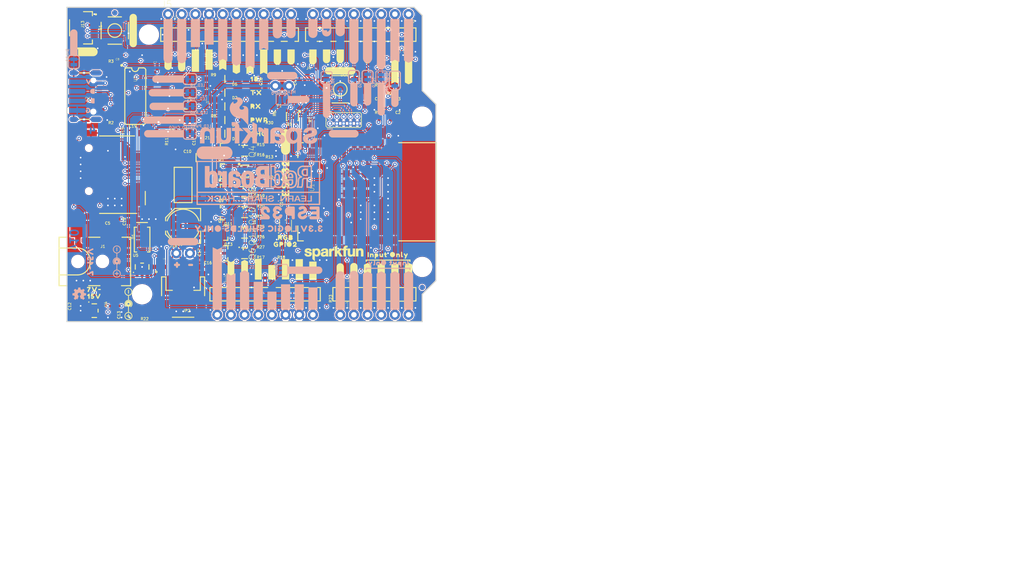
<source format=kicad_pcb>
(kicad_pcb (version 20211014) (generator pcbnew)
  (layers (0 "F.Cu" signal) (1 "In1.Cu" signal) (2 "In2.Cu" signal) (31 "B.Cu" signal) (34 "B.Paste" user) (35 "F.Paste" user) (36 "B.SilkS" user "B.Silkscreen") (37 "F.SilkS" user "F.Silkscreen") (38 "B.Mask" user) (39 "F.Mask" user) (44 "Edge.Cuts" user))
  (net 0 "")
  (net 1 "5V")
  (net 2 "GND")
  (net 3 "VIN")
  (net 4 "D-")
  (net 5 "D+")
  (net 6 "N$6")
  (net 7 "CC2")
  (net 8 "CC1")
  (net 9 "~{DTR}")
  (net 10 "N$24")
  (net 11 "N$25")
  (net 12 "ESP32_EN")
  (net 13 "ESP32_GPIO12_TDI")
  (net 14 "ESP32_GPIO13_TCK")
  (net 15 "ESP32_GPIO14_TMS")
  (net 16 "3.3V")
  (net 17 "ESP32_SCL")
  (net 18 "ESP32_SDA")
  (net 19 "ESP32_TXD0")
  (net 20 "ESP32_RXD0")
  (net 21 "ESP32_0")
  (net 22 "ESP32_ADC0")
  (net 23 "ESP32_ADC3")
  (net 24 "ESP32_ADC6")
  (net 25 "ESP32_ADC7")
  (net 26 "ESP32_ADC5")
  (net 27 "ESP32_ADC4")
  (net 28 "ESP32_GPIO2")
  (net 29 "ESP32_GPIO4")
  (net 30 "ESP32_GPIO5_~{CS}")
  (net 31 "ESP32_GPIO17")
  (net 32 "ESP32_GPIO18_SCK")
  (net 33 "ESP32_GPIO19_POCI")
  (net 34 "ESP32_GPIO25")
  (net 35 "ESP32_GPIO26")
  (net 36 "~{RTS}")
  (net 37 "V_BATT")
  (net 38 "N$5")
  (net 39 "N$7")
  (net 40 "ESP32_GPIO27")
  (net 41 "ESP32_GPIO16")
  (net 42 "5V_EXT")
  (net 43 "V_USB")
  (net 44 "5V_MEAS")
  (net 45 "N$18")
  (net 46 "N$20")
  (net 47 "~{GAUGE_ALERT}")
  (net 48 "ESP32_GPIO15_TDO")
  (net 49 "ESP32_GPIO14_HDR")
  (net 50 "ESP32_GPIO13_HDR")
  (net 51 "5V_CHG")
  (net 52 "PWRIN")
  (net 53 "N$15")
  (net 54 "N$12")
  (net 55 "N$16")
  (net 56 "N$21")
  (net 57 "VUSB_PROT")
  (net 58 "N$22")
  (net 59 "N$10")
  (net 60 "N$8")
  (net 61 "N$13")
  (net 62 "N$17")
  (net 63 "N$14")
  (net 64 "N$1")
  (net 65 "N$23")
  (net 66 "N$26")
  (net 67 "N$28")
  (net 68 "N$29")
  (net 69 "N$2")
  (net 70 "N$3")
  (net 71 "ESP32_GPIO23_PICO")
  (net 72 "GND1")
  (net 73 "N$9")
  (net 74 "N$11")
  (net 75 "N$19")
  (net 76 "SHLD")
  (net 77 "N$27")
  (net 78 "N$30")
  (net 79 "N$31")
  (net 80 "N$4")
  (net 81 "N$32")
  (net 82 "N$33")
  (net 83 "N$34")
  (net 84 "N$35")
  (net 85 "LED_DO")
  (footprint "eagleBoard:EIA3216" (layer "F.Cu") (at 135.8011 103.7336)
    (fp_text reference "C10")
    (fp_text value "10uF")
  )
  (footprint "eagleBoard:JST04_1MM_RA" (layer "F.Cu") (at 119.2911 79.6036 -90)
    (fp_text reference "J13")
    (fp_text value "QWIIC_RIGHT_ANGLE")
  )
  (footprint "eagleBoard:0603" (layer "F.Cu") (at 175.1711 93.5736)
    (fp_text reference "C3")
    (fp_text value "10uF")
  )
  (footprint "eagleBoard:EIA3216" (layer "F.Cu") (at 135.8011 92.3036 -90)
    (fp_text reference "C6")
    (fp_text value "10uF" hide)
  )
  (footprint "eagleBoard:1X10_NO_SILK" (layer "F.Cu") (at 133.0071 77.0636)
    (fp_text reference "J5")
    (fp_text value "M10NO_SILK")
  )
  (footprint "eagleBoard:1836" (layer "F.Cu") (at 147.6121 89.1286)
    (fp_text reference "U$10" hide)
    (fp_text value "" hide)
  )
  (footprint "eagleBoard:#13#5" (layer "F.Cu") (at 170.0911 83.2866 90)
    (fp_text reference "U$22" hide)
    (fp_text value "" hide)
  )
  (footprint "eagleBoard:SOT23-3" (layer "F.Cu") (at 143.4211 117.7036 -90)
    (fp_text reference "Q11")
    (fp_text value "20V/4.2A/52mΩ/1.4W")
  )
  (footprint "eagleBoard:SOT223" (layer "F.Cu") (at 135.8011 108.8136 -90)
    (fp_text reference "U3")
    (fp_text value "LM1117")
  )
  (footprint "eagleBoard:1X08_SMD_COMBINED" (layer "F.Cu") (at 177.7111 80.8736 180)
    (fp_text reference "J8")
    (fp_text value "")
  )
  (footprint "eagleBoard:RX1839" (layer "F.Cu") (at 147.6121 94.2086)
    (fp_text reference "U$15" hide)
    (fp_text value "" hide)
  )
  (footprint "eagleBoard:#GND#32" (layer "F.Cu") (at 140.6271 83.2866 90)
    (fp_text reference "U$6" hide)
    (fp_text value "" hide)
  )
  (footprint "eagleBoard:ORDERING_INSTRUCTIONS" (layer "F.Cu") (at 190.4111 75.7936)
    (fp_text reference "LOGO5" hide)
    (fp_text value "SPECIAL_INSTRUCTIONS-ORDERING" hide)
  )
  (footprint "eagleBoard:CHG1840" (layer "F.Cu") (at 147.6121 99.2886)
    (fp_text reference "U$17" hide)
    (fp_text value "" hide)
  )
  (footprint "eagleBoard:0603" (layer "F.Cu") (at 139.6111 124.0536)
    (fp_text reference "C16")
    (fp_text value "4.7uF")
  )
  (footprint "eagleBoard:#3#3V#1845" (layer "F.Cu") (at 149.7711 126.7206 90)
    (fp_text reference "U$39" hide)
    (fp_text value "" hide)
  )
  (footprint "eagleBoard:LED-1206" (layer "F.Cu") (at 145.9611 91.6686 180)
    (fp_text reference "D2")
    (fp_text value "GREEN")
  )
  (footprint "eagleBoard:TACTILE_SWITCH_SMD_5.2MM" (layer "F.Cu") (at 123.1011 80.1116 90)
    (fp_text reference "S1")
    (fp_text value "Reset")
  )
  (footprint "eagleBoard:RGB0" (layer "F.Cu") (at 154.8511 118.5926)
    (fp_text reference "U$65" hide)
    (fp_text value "" hide)
  )
  (footprint "eagleBoard:SC70-6" (layer "F.Cu") (at 147.2311 106.2736 -90)
    (fp_text reference "Q2")
    (fp_text value "")
  )
  (footprint "eagleBoard:0603" (layer "F.Cu") (at 122.3391 115.1636 180)
    (fp_text reference "C5")
    (fp_text value "0.1uF" hide)
  )
  (footprint "eagleBoard:1X06_SMD_STRAIGHT_COMBO" (layer "F.Cu") (at 165.0111 129.1336)
    (fp_text reference "J12")
    (fp_text value "")
  )
  (footprint "eagleBoard:0603" (layer "F.Cu") (at 151.0411 102.4636 180)
    (fp_text reference "R16")
    (fp_text value "47k")
  )
  (footprint "eagleBoard:#SDA#33" (layer "F.Cu") (at 135.5471 83.2866 90)
    (fp_text reference "U$4" hide)
    (fp_text value "" hide)
  )
  (footprint "eagleBoard:#25#18" (layer "F.Cu") (at 159.9311 83.2866 90)
    (fp_text reference "U$18" hide)
    (fp_text value "" hide)
  )
  (footprint "eagleBoard:#RESET#1842" (layer "F.Cu") (at 126.5301 80.1116 90)
    (fp_text reference "U$26" hide)
    (fp_text value "" hide)
  )
  (footprint "eagleBoard:1X08_NO_SILK" (layer "F.Cu") (at 142.1511 132.9436)
    (fp_text reference "J9")
    (fp_text value "")
  )
  (footprint "eagleBoard:#JTAG#1847" (layer "F.Cu") (at 165.6461 99.2886)
    (fp_text reference "U$28" hide)
    (fp_text value "" hide)
  )
  (footprint "eagleBoard:#1850" (layer "F.Cu") (at 137.3251 123.6726)
    (fp_text reference "U$44" hide)
    (fp_text value "" hide)
  )
  (footprint "eagleBoard:#IOT#132321869" (layer "F.Cu") (at 154.8511 100.8126 90)
    (fp_text reference "U$100" hide)
    (fp_text value "" hide)
  )
  (footprint "eagleBoard:SOT363_PHILIPS" (layer "F.Cu") (at 147.2311 110.0836 -90)
    (fp_text reference "Q8")
    (fp_text value "")
  )
  (footprint "eagleBoard:#GND#1844" (layer "F.Cu") (at 157.3911 126.7206 90)
    (fp_text reference "U$36" hide)
    (fp_text value "" hide)
  )
  (footprint "eagleBoard:0603" (layer "F.Cu") (at 140.8811 99.2886 180)
    (fp_text reference "R21")
    (fp_text value "1k")
  )
  (footprint "eagleBoard:SOT23-5" (layer "F.Cu") (at 128.1811 124.0536)
    (fp_text reference "U5")
    (fp_text value "MCP73831")
  )
  (footprint "eagleBoard:##RST##1845" (layer "F.Cu") (at 147.2311 126.7206 90)
    (fp_text reference "U$40" hide)
    (fp_text value "" hide)
  )
  (footprint "eagleBoard:SOT23-3" (layer "F.Cu") (at 143.4211 113.8936 90)
    (fp_text reference "Q7")
    (fp_text value "20V/4.2A/52mΩ/1.4W")
  )
  (footprint "eagleBoard:STAND-OFF" (layer "F.Cu") (at 128.1811 129.1336)
    (fp_text reference "JP3" hide)
    (fp_text value "STAND-OFF" hide)
  )
  (footprint "eagleBoard:#1#TX#0#0" (layer "F.Cu") (at 175.1711 83.2866 90)
    (fp_text reference "U$104" hide)
    (fp_text value "" hide)
  )
  (footprint "eagleBoard:0603" (layer "F.Cu") (at 125.6411 98.6536)
    (fp_text reference "C19")
    (fp_text value "10uF")
  )
  (footprint "eagleBoard:#3#RX#0#0" (layer "F.Cu") (at 177.7111 83.2866 90)
    (fp_text reference "U$25" hide)
    (fp_text value "" hide)
  )
  (footprint "eagleBoard:0603" (layer "F.Cu") (at 151.0411 108.1786)
    (fp_text reference "R12")
    (fp_text value "10k")
  )
  (footprint "eagleBoard:#DO#0" (layer "F.Cu") (at 142.1511 126.7206 90)
    (fp_text reference "U$89" hide)
    (fp_text value "" hide)
  )
  (footprint "eagleBoard:1206" (layer "F.Cu") (at 154.2161 92.9386 180)
    (fp_text reference "F1")
    (fp_text value "6V/0.75A/1.5A")
  )
  (footprint "eagleBoard:TACTILE_SWITCH_SMD_5.2MM" (layer "F.Cu") (at 165.0111 91.0336)
    (fp_text reference "DOOT0")
    (fp_text value "GPIO0")
  )
  (footprint "eagleBoard:0603" (layer "F.Cu") (at 140.8811 91.6686)
    (fp_text reference "R4")
    (fp_text value "1k")
  )
  (footprint "eagleBoard:LED-1206" (layer "F.Cu") (at 145.9611 99.2886 180)
    (fp_text reference "D4")
    (fp_text value "Yellow")
  )
  (footprint "eagleBoard:0603" (layer "F.Cu") (at 134.5311 99.9236 90)
    (fp_text reference "R10")
    (fp_text value "240")
  )
  (footprint "eagleBoard:#A6#1843" (layer "F.Cu") (at 172.6311 126.7206 90)
    (fp_text reference "U$31" hide)
    (fp_text value "" hide)
  )
  (footprint "eagleBoard:LED-1206" (layer "F.Cu") (at 145.9611 96.7486 180)
    (fp_text reference "D5")
    (fp_text value "RED" hide)
  )
  (footprint "eagleBoard:0603" (layer "F.Cu") (at 125.6411 116.4336 90)
    (fp_text reference "C15")
    (fp_text value "4.7uF")
  )
  (footprint "eagleBoard:TX1838" (layer "F.Cu") (at 147.6121 91.6686)
    (fp_text reference "U$14" hide)
    (fp_text value "" hide)
  )
  (footprint "eagleBoard:SOT363_PHILIPS" (layer "F.Cu") (at 147.2311 113.8936 -90)
    (fp_text reference "Q10")
    (fp_text value "")
  )
  (footprint "eagleBoard:SFE_LOGO_NAME_.1" (layer "F.Cu") (at 163.8681 121.5136)
    (fp_text reference "LOGO1" hide)
    (fp_text value "SFE_LOGO_NAME.1_INCH" hide)
  )
  (footprint "eagleBoard:SOT363_PHILIPS" (layer "F.Cu") (at 147.2311 121.5136 -90)
    (fp_text reference "Q6")
    (fp_text value "")
  )
  (footprint "eagleBoard:STAND-OFF" (layer "F.Cu") (at 129.4511 80.8736)
    (fp_text reference "JP6" hide)
    (fp_text value "STAND-OFF" hide)
  )
  (footprint "eagleBoard:0603" (layer "F.Cu") (at 131.9911 99.9236 -90)
    (fp_text reference "R11")
    (fp_text value "715")
  )
  (footprint "eagleBoard:#MEAS#1851" (layer "F.Cu") (at 154.2161 88.4936)
    (fp_text reference "U$42" hide)
    (fp_text value "" hide)
  )
  (footprint "eagleBoard:15V0" (layer "F.Cu") (at 119.2911 129.5146)
    (fp_text reference "U$107" hide)
    (fp_text value "" hide)
  )
  (footprint "eagleBoard:INPUT_ONLY321867" (layer "F.Cu") (at 173.9011 121.7676)
    (fp_text reference "U$96" hide)
    (fp_text value "" hide)
  )
  (footprint "eagleBoard:SOT23-5" (layer "F.Cu") (at 119.2911 132.1816 -90)
    (fp_text reference "U4")
    (fp_text value "XC6222B331MR-G" hide)
  )
  (footprint "eagleBoard:JST-2-SMD" (layer "F.Cu") (at 135.8011 130.4036 180)
    (fp_text reference "JP2")
    (fp_text value "LiPo")
  )
  (footprint "eagleBoard:FIDUCIAL-1X2" (layer "F.Cu") (at 123.1011 76.8096)
    (fp_text reference "JP9" hide)
    (fp_text value "FIDUCIAL1X2" hide)
  )
  (footprint "eagleBoard:#1849" (layer "F.Cu") (at 134.7851 123.6726)
    (fp_text reference "U$43" hide)
    (fp_text value "" hide)
  )
  (footprint "eagleBoard:#A7#1843" (layer "F.Cu") (at 170.0911 126.7206 90)
    (fp_text reference "U$32" hide)
    (fp_text value "" hide)
  )
  (footprint "eagleBoard:#REF#1846" (layer "F.Cu") (at 144.6911 126.7206 90)
    (fp_text reference "U$41" hide)
    (fp_text value "" hide)
  )
  (footprint "eagleBoard:SOT363_PHILIPS" (layer "F.Cu") (at 147.2311 117.7036 -90)
    (fp_text reference "Q12")
    (fp_text value "")
  )
  (footprint "eagleBoard:#4#2" (layer "F.Cu") (at 172.6311 83.2866 90)
    (fp_text reference "U$23" hide)
    (fp_text value "" hide)
  )
  (footprint "eagleBoard:SMA-DIODE" (layer "F.Cu") (at 128.1811 118.9736 90)
    (fp_text reference "D1")
    (fp_text value "3A/40V/500mV")
  )
  (footprint "eagleBoard:MICROSD-EXTERNALPIN" (layer "F.Cu") (at 118.2751 106.9086 -90)
    (fp_text reference "J15")
    (fp_text value "MICRO-SD-PUSH-PUSH-EXT-PIN")
  )
  (footprint "eagleBoard:#26#26" (layer "F.Cu") (at 155.8671 83.2866 90)
    (fp_text reference "U$13" hide)
    (fp_text value "" hide)
  )
  (footprint "eagleBoard:0603" (layer "F.Cu") (at 154.8511 121.5136 180)
    (fp_text reference "R18")
    (fp_text value "1M")
  )
  (footprint "eagleBoard:0603" (layer "F.Cu") (at 140.8811 96.7486)
    (fp_text reference "R8")
    (fp_text value "2.2k")
  )
  (footprint "eagleBoard:CREATIVE_COMMONS" (layer "F.Cu") (at 133.7691 175.1076)
    (fp_text reference "FRAME1" hide)
    (fp_text value "FRAME-LEDGER" hide)
  )
  (footprint "eagleBoard:0603" (layer "F.Cu") (at 157.3911 90.3986 90)
    (fp_text reference "C4")
    (fp_text value "0.1uF")
  )
  (footprint "eagleBoard:#GND#1844" (layer "F.Cu") (at 154.8511 126.7206 90)
    (fp_text reference "U$37" hide)
    (fp_text value "" hide)
  )
  (footprint "eagleBoard:0603" (layer "F.Cu") (at 171.3611 93.5736)
    (fp_text reference "C1")
    (fp_text value "0.1uF")
  )
  (footprint "eagleBoard:PWR1837" (layer "F.Cu") (at 147.6121 96.7486)
    (fp_text reference "U$16" hide)
    (fp_text value "" hide)
  )
  (footprint "eagleBoard:ESP321855" (layer "F.Cu") (at 154.8511 111.9886 90)
    (fp_text reference "U$48" hide)
    (fp_text value "" hide)
  )
  (footprint "eagleBoard:SOT23-3" (layer "F.Cu") (at 143.4211 110.0836 90)
    (fp_text reference "Q9")
    (fp_text value "20V/4.2A/52mΩ/1.4W")
  )
  (footprint "eagleBoard:0603" (layer "F.Cu") (at 140.8811 89.1286)
    (fp_text reference "R9")
    (fp_text value "4.7k")
  )
  (footprint "eagleBoard:0603" (layer "F.Cu") (at 162.4711 129.1336 -90)
    (fp_text reference "R23")
    (fp_text value "10k")
  )
  (footprint "eagleBoard:ESP-WROOM-32D" (layer "F.Cu") (at 168.8211 110.0836)
    (fp_text reference "U1")
    (fp_text value "ESP-WROOM-3232D")
  )
  (footprint "eagleBoard:#SCL#34" (layer "F.Cu") (at 133.0071 83.2866 90)
    (fp_text reference "U$3" hide)
    (fp_text value "" hide)
  )
  (footprint "eagleBoard:SC70-6" (layer "F.Cu") (at 156.1211 96.1136 180)
    (fp_text reference "Q1")
    (fp_text value "MBT3904DW1T1")
  )
  (footprint "eagleBoard:WS2812-2020" (layer "F.Cu") (at 154.8511 116.4336 -90)
    (fp_text reference "D7" hide)
    (fp_text value "WS2812_2020" hide)
  )
  (footprint "eagleBoard:0603" (layer "F.Cu") (at 130.0861 85.3186 180)
    (fp_text reference "C7")
    (fp_text value "0.1uF")
  )
  (footprint "eagleBoard:DFN-8" (layer "F.Cu") (at 131.9911 124.0536)
    (fp_text reference "U6")
    (fp_text value "MAX17048")
  )
  (footprint "eagleBoard:0603" (layer "F.Cu") (at 151.0411 119.6086 180)
    (fp_text reference "R27")
    (fp_text value "1M")
  )
  (footprint "eagleBoard:QWIIC_5MM" (layer "F.Cu") (at 117.3861 84.0486)
    (fp_text reference "LOGO2" hide)
    (fp_text value "QWIIC_LOGO_5MM" hide)
  )
  (footprint "eagleBoard:#27#27" (layer "F.Cu") (at 153.3271 83.2866 90)
    (fp_text reference "U$12" hide)
    (fp_text value "" hide)
  )
  (footprint "eagleBoard:7V#0" (layer "F.Cu") (at 119.2911 128.2446)
    (fp_text reference "U$106" hide)
    (fp_text value "" hide)
  )
  (footprint "eagleBoard:0603" (layer "F.Cu") (at 123.1011 132.1816 -90)
    (fp_text reference "C13")
    (fp_text value "0.1uF")
  )
  (footprint "eagleBoard:0603" (layer "F.Cu") (at 121.8311 86.5886)
    (fp_text reference "R3")
    (fp_text value "5.1k")
  )
  (footprint "eagleBoard:#POCI#30" (layer "F.Cu") (at 145.7071 83.2866 90)
    (fp_text reference "U$8" hide)
    (fp_text value "" hide)
  )
  (footprint "eagleBoard:#3#3V#33" (layer "F.Cu") (at 138.0871 83.2866 90)
    (fp_text reference "U$5" hide)
    (fp_text value "" hide)
  )
  (footprint "eagleBoard:#BOOT#1841" (layer "F.Cu") (at 165.0111 87.6046)
    (fp_text reference "U$27" hide)
    (fp_text value "" hide)
  )
  (footprint "eagleBoard:0603" (layer "F.Cu") (at 153.5811 96.1136 90)
    (fp_text reference "R6")
    (fp_text value "10k")
  )
  (footprint "eagleBoard:1X10_SMD_COMBINED" (layer "F.Cu") (at 133.0071 80.8736)
    (fp_text reference "J6")
    (fp_text value "")
  )
  (footprint "eagleBoard:GPIO20" (layer "F.Cu") (at 154.8511 119.8626)
    (fp_text reference "U$113" hide)
    (fp_text value "" hide)
  )
  (footprint "eagleBoard:0603" (layer "F.Cu") (at 151.0411 90.3986 90)
    (fp_text reference "C18")
    (fp_text value "0.1uF")
  )
  (footprint "eagleBoard:LED-1206" (layer "F.Cu") (at 145.9611 94.2086 180)
    (fp_text reference "D3")
    (fp_text value "Yellow")
  )
  (footprint "eagleBoard:0603" (layer "F.Cu") (at 151.0411 115.7986 180)
    (fp_text reference "R25")
    (fp_text value "1M")
  )
  (footprint "eagleBoard:0603" (layer "F.Cu") (at 123.1011 84.6836 180)
    (fp_text reference "C8")
    (fp_text value "10nF")
  )
  (footprint "eagleBoard:0603" (layer "F.Cu") (at 129.4511 132.9436 180)
    (fp_text reference "R22")
    (fp_text value "2.0k")
  )
  (footprint "eagleBoard:SO016" (layer "F.Cu") (at 126.9111 92.3036 -90)
    (fp_text reference "U2")
    (fp_text value "CH340C")
  )
  (footprint "eagleBoard:0603" (layer "F.Cu") (at 121.8311 98.0186)
    (fp_text reference "R2")
    (fp_text value "5.1k")
  )
  (footprint "eagleBoard:SOT23-3" (layer "F.Cu") (at 143.4211 121.5136 -90)
    (fp_text reference "Q13")
    (fp_text value "20V/4.2A/52mΩ/1.4W")
  )
  (footprint "eagleBoard:0603" (layer "F.Cu") (at 151.0411 111.9886 180)
    (fp_text reference "R20")
    (fp_text value "1M")
  )
  (footprint "eagleBoard:POLARITY_MARKING_CENTER_POSITIVE#JPG" (layer "F.Cu") (at 125.6411 130.9116 -90)
    (fp_text reference "U$94" hide)
    (fp_text value "" hide)
  )
  (footprint "eagleBoard:0603" (layer "F.Cu") (at 158.6611 96.1136 -90)
    (fp_text reference "R7")
    (fp_text value "10k")
  )
  (footprint "eagleBoard:STAND-OFF" (layer "F.Cu") (at 180.2511 124.0536)
    (fp_text reference "JP4" hide)
    (fp_text value "STAND-OFF" hide)
  )
  (footprint "eagleBoard:0603" (layer "F.Cu") (at 175.1711 96.1136)
    (fp_text reference "C2")
    (fp_text value "0.1uF")
  )
  (footprint "eagleBoard:SOT23-3" (layer "F.Cu") (at 143.4211 102.4636 90)
    (fp_text reference "Q5")
    (fp_text value "20V/4.2A/52mΩ/1.4W")
  )
  (footprint "eagleBoard:FIDUCIAL-1X2" (layer "F.Cu") (at 180.2511 127.8636)
    (fp_text reference "JP1" hide)
    (fp_text value "FIDUCIAL1X2" hide)
  )
  (footprint "eagleBoard:#5##CS##0" (layer "F.Cu") (at 150.7871 83.2866 90)
    (fp_text reference "U$63" hide)
    (fp_text value "" hide)
  )
  (footprint "eagleBoard:#A5#1843" (layer "F.Cu") (at 165.0111 126.7206 90)
    (fp_text reference "U$34" hide)
    (fp_text value "" hide)
  )
  (footprint "eagleBoard:0603" (layer "F.Cu") (at 151.0411 98.0186)
    (fp_text reference "R30")
    (fp_text value "100")
  )
  (footprint "eagleBoard:SOT23-3" (layer "F.Cu") (at 143.4211 106.2736 90)
    (fp_text reference "Q3")
    (fp_text value "20V/4.2A/52mΩ/1.4W")
  )
  (footprint "eagleBoard:#A4#1843" (layer "F.Cu") (at 167.5511 126.7206 90)
    (fp_text reference "U$33" hide)
    (fp_text value "" hide)
  )
  (footprint "eagleBoard:SOT363_PHILIPS" (layer "F.Cu") (at 147.2311 102.4636 -90)
    (fp_text reference "Q4")
    (fp_text value "")
  )
  (footprint "eagleBoard:#VIN#1843" (layer "F.Cu") (at 159.9311 126.7206 90)
    (fp_text reference "U$35" hide)
    (fp_text value "" hide)
  )
  (footprint "eagleBoard:#16#15" (layer "F.Cu") (at 165.0111 83.2866 90)
    (fp_text reference "U$20" hide)
    (fp_text value "" hide)
  )
  (footprint "eagleBoard:1X06_NO_SILK" (layer "F.Cu") (at 165.0111 132.9436)
    (fp_text reference "J11")
    (fp_text value "")
  )
  (footprint "eagleBoard:0603" (layer "F.Cu") (at 171.3611 91.0336)
    (fp_text reference "R29")
    (fp_text value "2.2k")
  )
  (footprint "eagleBoard:#17#17" (layer "F.Cu") (at 162.4711 83.2866 90)
    (fp_text reference "U$19" hide)
    (fp_text value "" hide)
  )
  (footprint "eagleBoard:0603" (layer "F.Cu") (at 140.8811 94.2086)
    (fp_text reference "R5")
    (fp_text value "1k")
  )
  (footprint "eagleBoard:#14#14" (layer "F.Cu") (at 167.5511 83.2866 90)
    (fp_text reference "U$21" hide)
    (fp_text value "" hide)
  )
  (footprint "eagleBoard:0603" (layer "F.Cu") (at 151.0411 121.5136 180)
    (fp_text reference "R17")
    (fp_text value "100k")
  )
  (footprint "eagleBoard:LED-1206" (layer "F.Cu") (at 145.9611 89.1286 180)
    (fp_text reference "D6")
    (fp_text value "BLUE")
  )
  (footprint "eagleBoard:#A0#1843" (layer "F.Cu") (at 177.7111 126.7206 90)
    (fp_text reference "U$29" hide)
    (fp_text value "" hide)
  )
  (footprint "eagleBoard:1X02_NO_SILK" (layer "F.Cu") (at 134.5311 121.5136)
    (fp_text reference "J16")
    (fp_text value "")
  )
  (footprint "eagleBoard:USB-C-16P-4LAYER-ISOLATED" (layer "F.Cu") (at 120.5611 92.3036 -90)
    (fp_text reference "J2")
    (fp_text value "USB-C")
  )
  (footprint "eagleBoard:#A3#1843" (layer "F.Cu") (at 175.1711 126.7206 90)
    (fp_text reference "U$30" hide)
    (fp_text value "" hide)
  )
  (footprint "eagleBoard:0603" (layer "F.Cu") (at 171.3611 96.1136)
    (fp_text reference "R1")
    (fp_text value "10k")
  )
  (footprint "eagleBoard:STAND-OFF" (layer "F.Cu") (at 180.2511 96.1136)
    (fp_text reference "JP5" hide)
    (fp_text value "STAND-OFF" hide)
  )
  (footprint "eagleBoard:0603" (layer "F.Cu") (at 137.0711 99.9236 -90)
    (fp_text reference "C11")
    (fp_text value "0.1uF")
  )
  (footprint "eagleBoard:#SCK#31" (layer "F.Cu") (at 143.1671 83.2866 90)
    (fp_text reference "U$7" hide)
    (fp_text value "" hide)
  )
  (footprint "eagleBoard:PANASONIC_D" (layer "F.Cu") (at 135.8011 116.4336 180)
    (fp_text reference "C9")
    (fp_text value "47uF")
  )
  (footprint "eagleBoard:0603" (layer "F.Cu") (at 154.8511 112.9411 90)
    (fp_text reference "C14")
    (fp_text value "0.1uF")
  )
  (footprint "eagleBoard:1X08_NO_SILK" (layer "F.Cu") (at 177.7111 77.0636 180)
    (fp_text reference "J7")
    (fp_text value "")
  )
  (footprint "eagleBoard:0603" (layer "F.Cu") (at 151.0411 113.8936 180)
    (fp_text reference "R24")
    (fp_text value "100k")
  )
  (footprint "eagleBoard:0603" (layer "F.Cu") (at 151.0411 110.0836 180)
    (fp_text reference "R19")
    (fp_text value "100k")
  )
  (footprint "eagleBoard:1X08_SMD_COMBINED" (layer "F.Cu") (at 142.1511 129.1336)
    (fp_text reference "J10")
    (fp_text value "")
  )
  (footprint "eagleBoard:0603" (layer "F.Cu") (at 151.0411 100.5586 180)
    (fp_text reference "R15")
    (fp_text value "10k")
  )
  (footprint "eagleBoard:#PICO#29" (layer "F.Cu") (at 148.2471 83.2866 90)
    (fp_text reference "U$9" hide)
    (fp_text value "" hide)
  )
  (footprint "eagleBoard:2X5_PTH_SILK_.05" (layer "F.Cu") (at 163.1061 97.3836)
    (fp_text reference "J4")
    (fp_text value "")
  )
  (footprint "eagleBoard:0603" (layer "F.Cu") (at 151.0411 106.2736 180)
    (fp_text reference "R14")
    (fp_text value "10k")
  )
  (footprint "eagleBoard:#5V#1845" (layer "F.Cu") (at 152.3111 126.7206 90)
    (fp_text reference "U$38" hide)
    (fp_text value "" hide)
  )
  (footprint "eagleBoard:0603" (layer "F.Cu") (at 175.1711 91.0336 180)
    (fp_text reference "R28")
    (fp_text value "2.2k")
  )
  (footprint "eagleBoard:0603" (layer "F.Cu") (at 151.0411 104.3686)
    (fp_text reference "R13")
    (fp_text value "10k")
  )
  (footprint "eagleBoard:0603" (layer "F.Cu") (at 115.4811 132.1816 90)
    (fp_text reference "C12")
    (fp_text value "0.1uF")
  )
  (footprint "eagleBoard:0603" (layer "F.Cu") (at 139.6111 121.5136 90)
    (fp_text reference "C17")
    (fp_text value "0.1uF")
  )
  (footprint "eagleBoard:0603" (layer "F.Cu") (at 151.0411 117.7036 180)
    (fp_text reference "R26")
    (fp_text value "100k")
  )
  (footprint "eagleBoard:POWER_JACK_SMD" (layer "F.Cu") (at 116.2431 123.0376)
    (fp_text reference "J1")
    (fp_text value "5.5x2.1mm Barrel")
  )
  (footprint "eagleBoard:SMT-JUMPER_2_NC_TRACE_SILK" (layer "B.Cu") (at 137.0711 89.1286)
    (fp_text reference "LED_18")
    (fp_text value "JUMPER-SMT_2_NC_TRACE_SILK")
  )
  (footprint "eagleBoard:SMT-JUMPER_2_NC_TRACE_SILK" (layer "B.Cu") (at 170.0911 88.7476 90)
    (fp_text reference "TCK0")
    (fp_text value "JUMPER-SMT_2_NC_TRACE_SILK")
  )
  (footprint "eagleBoard:#16#32321869" (layer "B.Cu") (at 165.0111 77.5716 90)
    (fp_text reference "U$68" hide)
    (fp_text value "" hide)
  )
  (footprint "eagleBoard:#GND#321866" (layer "B.Cu") (at 140.6271 77.5716 90)
    (fp_text reference "U$79" hide)
    (fp_text value "" hide)
  )
  (footprint "eagleBoard:SFE_LOGO_NAME_FLAME_.2" (layer "B.Cu") (at 149.7711 99.9236 180)
    (fp_text reference "LOGO6" hide)
    (fp_text value "SFE_LOGO_NAME_FLAME.2_INCH" hide)
  )
  (footprint "eagleBoard:#JTAG#1847" (layer "B.Cu") (at 165.6461 99.2886 180)
    (fp_text reference "U$46" hide)
    (fp_text value "" hide)
  )
  (footprint "eagleBoard:#TMS#1854" (layer "B.Cu") (at 167.5511 89.6366 90)
    (fp_text reference "U$91" hide)
    (fp_text value "" hide)
  )
  (footprint "eagleBoard:#33#A5#0" (layer "B.Cu") (at 165.0111 132.4356 90)
    (fp_text reference "U$52" hide)
    (fp_text value "" hide)
  )
  (footprint "eagleBoard:#LED_18#0" (layer "B.Cu") (at 136.1821 89.1286 180)
    (fp_text reference "U$49" hide)
    (fp_text value "" hide)
  )
  (footprint "eagleBoard:#NC#LED_DO#0" (layer "B.Cu") (at 142.1511 132.4356 90)
    (fp_text reference "U$115" hide)
    (fp_text value "" hide)
  )
  (footprint "eagleBoard:SMT-JUMPER_2_NC_TRACE_SILK" (layer "B.Cu") (at 167.5511 88.7476 90)
    (fp_text reference "TMS0")
    (fp_text value "JUMPER-SMT_2_NC_TRACE_SILK")
  )
  (footprint "eagleBoard:V323252" (layer "B.Cu") (at 116.8781 89.6366 180)
    (fp_text reference "U$87" hide)
    (fp_text value "" hide)
  )
  (footprint "eagleBoard:INPUT_ONLY321867" (layer "B.Cu") (at 173.9011 123.2916 180)
    (fp_text reference "U$97" hide)
    (fp_text value "" hide)
  )
  (footprint "eagleBoard:#26#32321869" (layer "B.Cu") (at 155.8671 77.5716 90)
    (fp_text reference "U$71" hide)
    (fp_text value "" hide)
  )
  (footprint "eagleBoard:PAD.03X.03" (layer "B.Cu") (at 165.0111 91.0336 180)
    (fp_text reference "TP1" hide)
    (fp_text value "TEST-POINT3" hide)
  )
  (footprint "eagleBoard:##ALERT##1852" (layer "B.Cu") (at 172.6311 89.5096 90)
    (fp_text reference "U$90" hide)
    (fp_text value "" hide)
  )
  (footprint "eagleBoard:SMT-JUMPER_2_NC_TRACE_SILK" (layer "B.Cu") (at 137.0711 96.7486)
    (fp_text reference "LED_PWR0")
    (fp_text value "JUMPER-SMT_2_NC_TRACE_SILK")
  )
  (footprint "eagleBoard:#LED_CHG#0" (layer "B.Cu") (at 136.1821 99.2886 180)
    (fp_text reference "U$112" hide)
    (fp_text value "" hide)
  )
  (footprint "eagleBoard:#IOT#132321874" (layer "B.Cu") (at 141.6431 102.8446 180)
    (fp_text reference "U$47" hide)
    (fp_text value "" hide)
  )
  (footprint "eagleBoard:SMT-JUMPER_2_NC_TRACE_SILK" (layer "B.Cu") (at 137.0711 91.6686)
    (fp_text reference "LED_TX0")
    (fp_text value "JUMPER-SMT_2_NC_TRACE_SILK")
  )
  (footprint "eagleBoard:#GND#321863" (layer "B.Cu") (at 154.8511 132.4356 90)
    (fp_text reference "U$60" hide)
    (fp_text value "" hide)
  )
  (footprint "eagleBoard:#23#PICO#321866" (layer "B.Cu") (at 148.2471 77.5716 90)
    (fp_text reference "U$73" hide)
    (fp_text value "" hide)
  )
  (footprint "eagleBoard:#LED_RX#0" (layer "B.Cu") (at 136.1821 94.2086 180)
    (fp_text reference "U$110" hide)
    (fp_text value "" hide)
  )
  (footprint "eagleBoard:FIDUCIAL-1X2" (layer "B.Cu") (at 180.2511 127.8636 180)
    (fp_text reference "JP8" hide)
    (fp_text value "FIDUCIAL1X2" hide)
  )
  (footprint "eagleBoard:#27#32321869" (layer "B.Cu") (at 153.3271 77.5716 90)
    (fp_text reference "U$78" hide)
    (fp_text value "" hide)
  )
  (footprint "eagleBoard:USB-SOLDER-PADS" (layer "B.Cu") (at 116.1161 92.3036 180)
    (fp_text reference "J3" hide)
    (fp_text value "USB_SOLDER_PADS" hide)
  )
  (footprint "eagleBoard:COMBO-JUMPER_2_NC_TRACE" (layer "B.Cu") (at 154.2161 90.3986)
    (fp_text reference "MEAS0")
    (fp_text value "JUMPER-COMBO_2_NC_TRACE")
  )
  (footprint "eagleBoard:#14#TMS#32321869" (layer "B.Cu") (at 167.5511 77.5716 90)
    (fp_text reference "U$67" hide)
    (fp_text value "" hide)
  )
  (footprint "eagleBoard:#25#32321869" (layer "B.Cu") (at 159.9311 77.5716 90)
    (fp_text reference "U$70" hide)
    (fp_text value "" hide)
  )
  (footprint "eagleBoard:#VIN#321862" (layer "B.Cu") (at 159.9311 132.4356 90)
    (fp_text reference "U$56" hide)
    (fp_text value "" hide)
  )
  (footprint "eagleBoard:SMT-JUMPER_3_2-NC_TRACE_SILK" (layer "B.Cu") (at 175.1711 89.3826 -90)
    (fp_text reference "I2C0")
    (fp_text value "JUMPER-SMT_3_2-NC_TRACE_SILK")
  )
  (footprint "eagleBoard:#LED_TX#0" (layer "B.Cu") (at 136.1821 91.6686 180)
    (fp_text reference "U$109" hide)
    (fp_text value "" hide)
  )
  (footprint "eagleBoard:OSHW-LOGO-MINI" (layer "B.Cu") (at 116.4971 129.1336 180)
    (fp_text reference "LOGO3" hide)
    (fp_text value "OSHW-LOGOMINI" hide)
  )
  (footprint "eagleBoard:#1#TX#0#2" (layer "B.Cu") (at 175.1711 77.5716 90)
    (fp_text reference "U$105" hide)
    (fp_text value "" hide)
  )
  (footprint "eagleBoard:#5##CS##32321869" (layer "B.Cu") (at 150.7871 77.5716 90)
    (fp_text reference "U$72" hide)
    (fp_text value "" hide)
  )
  (footprint "eagleBoard:SMT-JUMPER_2_NC_TRACE_SILK" (layer "B.Cu") (at 137.0711 94.2086)
    (fp_text reference "LED_RX0")
    (fp_text value "JUMPER-SMT_2_NC_TRACE_SILK")
  )
  (footprint "eagleBoard:POLARITY_MARKING_CENTER_POSITIVE#JPG" (layer "B.Cu") (at 123.4821 123.0376 -90)
    (fp_text reference "U$99" hide)
    (fp_text value "" hide)
  )
  (footprint "eagleBoard:#5V#321864" (layer "B.Cu") (at 152.3111 132.4356 90)
    (fp_text reference "U$58" hide)
    (fp_text value "" hide)
  )
  (footprint "eagleBoard:##RESET##321864" (layer "B.Cu") (at 147.2311 132.4356 90)
    (fp_text reference "U$61" hide)
    (fp_text value "" hide)
  )
  (footprint "eagleBoard:#TCK#1853" (layer "B.Cu") (at 170.0911 89.6366 90)
    (fp_text reference "U$92" hide)
    (fp_text value "" hide)
  )
  (footprint "eagleBoard:#18#SCK#32321869" (layer "B.Cu") (at 143.1671 77.5716 90)
    (fp_text reference "U$75" hide)
    (fp_text value "" hide)
  )
  (footprint "eagleBoard:FIDUCIAL-1X2" (layer "B.Cu") (at 123.1011 76.8096 180)
    (fp_text reference "JP7" hide)
    (fp_text value "FIDUCIAL1X2" hide)
  )
  (footprint "eagleBoard:#3#3V#321864" (layer "B.Cu") (at 149.7711 132.4356 90)
    (fp_text reference "U$59" hide)
    (fp_text value "" hide)
  )
  (footprint "eagleBoard:#19#POCI#321866" (layer "B.Cu") (at 145.7071 77.5716 90)
    (fp_text reference "U$74" hide)
    (fp_text value "" hide)
  )
  (footprint "eagleBoard:#BYP#0" (layer "B.Cu") (at 159.2961 92.9386 180)
    (fp_text reference "U$64" hide)
    (fp_text value "" hide)
  )
  (footprint "eagleBoard:#32#A4#32321865" (layer "B.Cu") (at 167.5511 132.4356 90)
    (fp_text reference "U$54" hide)
    (fp_text value "" hide)
  )
  (footprint "eagleBoard:#3#3V#321866" (layer "B.Cu") (at 138.0871 77.5716 90)
    (fp_text reference "U$80" hide)
    (fp_text value "" hide)
  )
  (footprint "eagleBoard:#22#SCL#32321869" (layer "B.Cu") (at 133.0071 77.5716 90)
    (fp_text reference "U$77" hide)
    (fp_text value "" hide)
  )
  (footprint "eagleBoard:#13#TCK#32321869" (layer "B.Cu") (at 170.0911 77.5716 90)
    (fp_text reference "U$66" hide)
    (fp_text value "" hide)
  )
  (footprint "eagleBoard:REDBOARD_LOGO" (layer "B.Cu") (at 161.2011 112.6236 180)
    (fp_text reference "U$98" hide)
    (fp_text value "" hide)
  )
  (footprint "eagleBoard:#1850" (layer "B.Cu") (at 137.0711 123.6726 180)
    (fp_text reference "U$88" hide)
    (fp_text value "" hide)
  )
  (footprint "eagleBoard:D#32321863" (layer "B.Cu") (at 117.0051 91.4146 180)
    (fp_text reference "U$83" hide)
    (fp_text value "" hide)
  )
  (footprint "eagleBoard:SMT-JUMPER_2_NO_SILK" (layer "B.Cu") (at 172.6311 88.7476 90)
    (fp_text reference "!ALERT!0")
    (fp_text value "JUMPER-SMT_2_NO_SILK")
  )
  (footprint "eagleBoard:#GND#321863" (layer "B.Cu") (at 157.3911 132.4356 90)
    (fp_text reference "U$57" hide)
    (fp_text value "" hide)
  )
  (footprint "eagleBoard:#36#A0#321862" (layer "B.Cu") (at 177.7111 132.4356 90)
    (fp_text reference "U$51" hide)
    (fp_text value "" hide)
  )
  (footprint "eagleBoard:D#32321862" (layer "B.Cu") (at 116.8781 93.1926 180)
    (fp_text reference "U$84" hide)
    (fp_text value "" hide)
  )
  (footprint "eagleBoard:#LED_PWR#0" (layer "B.Cu") (at 136.1821 96.7486 180)
    (fp_text reference "U$111" hide)
    (fp_text value "" hide)
  )
  (footprint "eagleBoard:G32321864" (layer "B.Cu") (at 116.8781 94.9706 180)
    (fp_text reference "U$85" hide)
    (fp_text value "" hide)
  )
  (footprint "eagleBoard:#IOREF#321865" (layer "B.Cu") (at 144.6911 132.4356 90)
    (fp_text reference "U$62" hide)
    (fp_text value "" hide)
  )
  (footprint "eagleBoard:SMT-JUMPER_2_NO_SILK" (layer "B.Cu") (at 154.2161 92.9386 180)
    (fp_text reference "BYP0")
    (fp_text value "JUMPER-SMT_2_NO_SILK")
  )
  (footprint "eagleBoard:ESP32321856" (layer "B.Cu") (at 155.4861 114.0206 180)
    (fp_text reference "U$93" hide)
    (fp_text value "" hide)
  )
  (footprint "eagleBoard:#34#A6#321862" (layer "B.Cu") (at 172.6311 132.4356 90)
    (fp_text reference "U$55" hide)
    (fp_text value "" hide)
  )
  (footprint "eagleBoard:#17#32321869" (layer "B.Cu") (at 162.4711 77.5716 90)
    (fp_text reference "U$69" hide)
    (fp_text value "" hide)
  )
  (footprint "eagleBoard:#LED_DO#1" (layer "B.Cu") (at 154.9527 124.6632 180)
    (fp_text reference "U$114" hide)
    (fp_text value "" hide)
  )
  (footprint "eagleBoard:SMT-JUMPER_2_NO_SILK" (layer "B.Cu") (at 154.2161 124.6886 -90)
    (fp_text reference "JP10")
    (fp_text value "LED_DO")
  )
  (footprint "eagleBoard:#BATT#1848" (layer "B.Cu") (at 135.8011 119.3546 180)
    (fp_text reference "U$45" hide)
    (fp_text value "" hide)
  )
  (footprint "eagleBoard:#39#A3#321862" (layer "B.Cu") (at 175.1711 132.4356 90)
    (fp_text reference "U$50" hide)
    (fp_text value "" hide)
  )
  (footprint "eagleBoard:SMT-JUMPER_2_NC_TRACE_SILK" (layer "B.Cu") (at 115.4811 85.9536 -90)
    (fp_text reference "SHLD0")
    (fp_text value "SHLD")
  )
  (footprint "eagleBoard:7#15V32321861" (layer "B.Cu") (at 118.5291 123.0376 90)
    (fp_text reference "U$101" hide)
    (fp_text value "" hide)
  )
  (footprint "eagleBoard:#SD_DET#0" (layer "B.Cu") (at 162.4711 89.6366 90)
    (fp_text reference "U$108" hide)
    (fp_text value "" hide)
  )
  (footprint "eagleBoard:#1849" (layer "B.Cu") (at 134.5311 123.6726 180)
    (fp_text reference "U$86" hide)
    (fp_text value "" hide)
  )
  (footprint "eagleBoard:#21#SDA#32321869" (layer "B.Cu") (at 135.5471 77.5716 90)
    (fp_text reference "U$76" hide)
    (fp_text value "" hide)
  )
  (footprint "eagleBoard:#35#A7#321862" (layer "B.Cu") (at 170.0911 132.4356 90)
    (fp_text reference "U$53" hide)
    (fp_text value "" hide)
  )
  (footprint "eagleBoard:#3#RX#0#4" (layer "B.Cu") (at 177.7111 77.5716 90)
    (fp_text reference "U$24" hide)
    (fp_text value "" hide)
  )
  (footprint "eagleBoard:3#3V_LOGIC_SHIELDS_ONLY132321876" (layer "B.Cu") (at 149.7711 116.9416 180)
    (fp_text reference "U$103" hide)
    (fp_text value "" hide)
  )
  (footprint "eagleBoard:SMT-JUMPER_2_NC_TRACE_SILK" (layer "B.Cu") (at 137.0711 99.2886 180)
    (fp_text reference "LED_CHG0")
    (fp_text value "JUMPER-SMT_2_NC_TRACE_SILK")
  )
  (footprint "eagleBoard:#SHLD#0" (layer "B.Cu") (at 115.4811 85.0646 90)
    (fp_text reference "U$81" hide)
    (fp_text value "" hide)
  )
  (footprint "eagleBoard:#I�C#0" (layer "B.Cu") (at 175.1711 90.7796 90)
    (fp_text reference "U$82" hide)
    (fp_text value "" hide)
  )
  (footprint "eagleBoard:#MEAS#1851" (layer "B.Cu") (at 154.2161 88.4936 180)
    (fp_text reference "U$11" hide)
    (fp_text value "" hide)
  )
  (footprint "eagleBoard:#4##ALERT##0" (layer "B.Cu") (at 172.6311 77.5716 90)
    (fp_text reference "U$102" hide)
    (fp_text value "" hide)
  )
  (footprint "eagleBoard:SMT-JUMPER_2_NO_SILK" (layer "B.Cu") (at 162.4711 88.8746 90)
    (fp_text reference "SD_DET0")
    (fp_text value "SD_DET")
  )
  (gr_line (start 177.9651 124.3076) (end 177.9651 124.5616) (layer "B.SilkS") (width 0.2032))
  (gr_line (start 169.8371 124.3076) (end 177.9651 124.3076) (layer "B.SilkS") (width 0.2032))
  (gr_line (start 169.8371 124.5616) (end 169.8371 124.3076) (layer "B.SilkS") (width 0.2032))
  (gr_line (start 177.9651 122.7836) (end 177.9651 123.0376) (layer "F.SilkS") (width 0.2032))
  (gr_line (start 169.8371 122.7836) (end 177.9651 122.7836) (layer "F.SilkS") (width 0.2032))
  (gr_line (start 169.8371 123.0376) (end 169.8371 122.7836) (layer "F.SilkS") (width 0.2032))
  (gr_line (start 180.2511 134.2136) (end 114.2111 134.2136) (layer "Edge.Cuts") (width 0.2032))
  (gr_line (start 114.2111 134.2136) (end 114.2111 75.7936) (layer "Edge.Cuts") (width 0.2032))
  (gr_line (start 182.7911 93.8276) (end 182.7911 126.5936) (layer "Edge.Cuts") (width 0.2032))
  (gr_line (start 180.2511 129.1336) (end 180.2511 134.2136) (layer "Edge.Cuts") (width 0.2032))
  (gr_line (start 114.2111 75.7936) (end 178.7271 75.7936) (layer "Edge.Cuts") (width 0.2032))
  (gr_line (start 180.2511 91.2876) (end 182.7911 93.8276) (layer "Edge.Cuts") (width 0.2032))
  (gr_line (start 180.2511 77.3176) (end 180.2511 91.2876) (layer "Edge.Cuts") (width 0.2032))
  (gr_line (start 178.7271 75.7936) (end 180.2511 77.3176) (layer "Edge.Cuts") (width 0.2032))
  (gr_line (start 182.7911 126.5936) (end 180.2511 129.1336) (layer "Edge.Cuts") (width 0.2032))
  (gr_text "1" (at 114.7191 99.4156) (layer "F.Cu") (effects (font (size 1.5113 1.5113) (thickness 0.2667)) (justify left bottom)))
  (gr_text "4" (at 119.7991 99.4156) (layer "B.Cu") (effects (font (size 1.5113 1.5113) (thickness 0.2667)) (justify left bottom mirror)))
  (gr_text "v10" (at 115.4811 118.9736 -90) (layer "B.Cu") (effects (font (size 1.5113 1.5113) (thickness 0.2667)) (justify mirror)))
  (segment (start 119.1031 133.1316) (end 119.2911 132.9436) (width 0.508) (layer "F.Cu") (net 1))
  (segment (start 117.991 131.2316) (end 119.2251 131.2316) (width 0.508) (layer "F.Cu") (net 1))
  (segment (start 119.2251 131.2316) (end 119.2911 131.1656) (width 0.508) (layer "F.Cu") (net 1))
  (segment (start 151.6761 92.9386) (end 151.0411 92.3036) (width 0.2032) (layer "F.Cu") (net 1))
  (segment (start 152.3111 94.7166) (end 152.3111 95.0976) (width 0.635) (layer "F.Cu") (net 1))
  (segment (start 151.0411 91.2486) (end 151.0411 92.3036) (width 0.2032) (layer "F.Cu") (net 1))
  (segment (start 152.8161 92.9386) (end 152.8161 94.2116) (width 0.635) (layer "F.Cu") (net 1))
  (segment (start 152.8161 92.9386) (end 151.6761 92.9386) (width 0.2032) (layer "F.Cu") (net 1))
  (segment (start 117.991 133.1316) (end 119.1031 133.1316) (width 0.508) (layer "F.Cu") (net 1))
  (segment (start 151.0411 128.4986) (end 151.0411 125.5776) (width 0.762) (layer "F.Cu") (net 1))
  (segment (start 119.2911 132.9436) (end 119.2911 131.1656) (width 0.508) (layer "F.Cu") (net 1))
  (segment (start 152.3111 129.1336) (end 151.6761 129.1336) (width 0.762) (layer "F.Cu") (net 1))
  (segment (start 115.5811 133.1316) (end 115.4811 133.0316) (width 0.508) (layer "F.Cu") (net 1))
  (segment (start 117.991 133.1316) (end 115.5811 133.1316) (width 0.508) (layer "F.Cu") (net 1))
  (segment (start 119.2911 131.1656) (end 119.2911 128.8796) (width 0.508) (layer "F.Cu") (net 1))
  (segment (start 151.6761 129.1336) (end 151.0411 128.4986) (width 0.762) (layer "F.Cu") (net 1))
  (segment (start 152.3111 132.9436) (end 152.3111 129.1336) (width 0.762) (layer "F.Cu") (net 1))
  (segment (start 152.8161 94.2116) (end 152.3111 94.7166) (width 0.635) (layer "F.Cu") (net 1))
  (segment (start 152.3111 127.4836) (end 152.3111 129.1336) (width 0.762) (layer "F.Cu") (net 1))
  (via (at 119.2911 128.8796) (size 0.6604) (drill 0.3048) (layers "F.Cu" "B.Cu") (net 1))
  (via (at 152.3111 95.0976) (size 0.7366) (drill 0.381) (layers "F.Cu" "B.Cu") (net 1))
  (via (at 151.0411 126.5936) (size 0.7366) (drill 0.381) (layers "F.Cu" "B.Cu") (net 1))
  (via (at 151.0411 125.5776) (size 0.7366) (drill 0.381) (layers "F.Cu" "B.Cu") (net 1))
  (segment (start 153.8097 93.599) (end 152.3111 95.0976) (width 0.635) (layer "B.Cu") (net 1))
  (segment (start 153.8097 92.9386) (end 153.8097 93.599) (width 0.635) (layer "B.Cu") (net 1))
  (segment (start 132.2411 123.0636) (end 132.2411 123.8036) (width 0.254) (layer "F.Cu") (net 2))
  (segment (start 146.3111 105.6236) (end 147.0891 105.6236) (width 0.2032) (layer "F.Cu") (net 2))
  (segment (start 154.8511 132.9436) (end 154.8511 127.4816) (width 0.762) (layer "F.Cu") (net 2))
  (segment (start 128.6011 84.6836) (end 128.1811 84.6836) (width 0.635) (layer "F.Cu") (net 2))
  (segment (start 151.8911 102.4636) (end 153.0731 102.4636) (width 0.508) (layer "F.Cu") (net 2))
  (segment (start 140.6271 79.2236) (end 140.6271 82.5236) (width 0.762) (layer "F.Cu") (net 2))
  (segment (start 138.5071 100.7736) (end 139.1031 100.1776) (width 0.508) (layer "F.Cu") (net 2))
  (segment (start 147.2311 106.7816) (end 147.2311 106.2736) (width 0.2032) (layer "F.Cu") (net 2))
  (segment (start 136.8011 126.7036) (end 136.8011 130.1336) (width 0.762) (layer "F.Cu") (net 2))
  (segment (start 120.2211 89.0786) (end 121.2461 89.0786) (width 0.508) (layer "F.Cu") (net 2))
  (segment (start 134.4011 103.7336) (end 134.4041 103.7306) (width 0.762) (layer "F.Cu") (net 2))
  (segment (start 139.1031 100.1776) (end 139.1031 100.129019) (width 0.508) (layer "F.Cu") (net 2))
  (segment (start 131.9911 124.0536) (end 131.2291 124.0536) (width 0.762) (layer "F.Cu") (net 2))
  (segment (start 121.2461 89.0786) (end 121.5771 88.7476) (width 0.508) (layer "F.Cu") (net 2))
  (segment (start 132.7411 123.8036) (end 132.2411 123.8036) (width 0.254) (layer "F.Cu") (net 2))
  (segment (start 137.9211 120.6636) (end 137.0711 121.5136) (width 0.508) (layer "F.Cu") (net 2))
  (segment (start 124.1111 87.8586) (end 125.7681 87.8586) (width 0.508) (layer "F.Cu") (net 2))
  (segment (start 129.2361 85.3186) (end 128.6011 84.6836) (width 0.635) (layer "F.Cu") (net 2))
  (segment (start 140.5001 124.0536) (end 140.4611 124.0536) (width 0.508) (layer "F.Cu") (net 2))
  (segment (start 132.7411 125.0436) (end 132.7411 123.8036) (width 0.254) (layer "F.Cu") (net 2))
  (segment (start 132.2411 123.8036) (end 131.9911 124.0536) (width 0.254) (layer "F.Cu") (net 2))
  (segment (start 134.4041 102.2096) (end 134.4041 103.7306) (width 0.762) (layer "F.Cu") (net 2))
  (segment (start 157.3911 132.9436) (end 157.3911 127.4836) (width 0.762) (layer "F.Cu") (net 2))
  (segment (start 125.8951 87.7316) (end 125.7681 87.8586) (width 0.508) (layer "F.Cu") (net 2))
  (segment (start 139.1031 100.129019) (end 139.088181 100.1141) (width 0.508) (layer "F.Cu") (net 2))
  (segment (start 131.2411 125.0436) (end 131.2291 125.0316) (width 0.254) (layer "F.Cu") (net 2))
  (segment (start 133.0071 98.9076) (end 132.8411 99.0736) (width 0.508) (layer "F.Cu") (net 2))
  (segment (start 147.3731 106.9236) (end 147.2311 106.7816) (width 0.2032) (layer "F.Cu") (net 2))
  (segment (start 148.1511 106.9236) (end 147.3731 106.9236) (width 0.2032) (layer "F.Cu") (net 2))
  (segment (start 147.2311 105.7656) (end 147.2311 106.2736) (width 0.2032) (layer "F.Cu") (net 2))
  (segment (start 131.9911 99.0736) (end 132.8411 99.0736) (width 0.508) (layer "F.Cu") (net 2))
  (segment (start 131.2291 125.0316) (end 131.2291 124.0536) (width 0.254) (layer "F.Cu") (net 2))
  (segment (start 137.0711 100.7736) (end 138.5071 100.7736) (width 0.508) (layer "F.Cu") (net 2))
  (segment (start 139.6111 120.6636) (end 137.9211 120.6636) (width 0.508) (layer "F.Cu") (net 2))
  (segment (start 137.8331 127.8636) (end 136.8171 127.8636) (width 0.508) (layer "F.Cu") (net 2))
  (segment (start 140.5001 125.4506) (end 140.5001 124.0536) (width 0.508) (layer "F.Cu") (net 2))
  (segment (start 131.2291 124.0536) (end 129.7051 124.0536) (width 0.762) (layer "F.Cu") (net 2))
  (segment (start 147.0891 105.6236) (end 147.2311 105.7656) (width 0.2032) (layer "F.Cu") (net 2))
  (segment (start 140.6271 77.0636) (end 140.6271 79.2236) (width 0.762) (layer "F.Cu") (net 2))
  (via (at 159.8041 106.2736) (size 0.6604) (drill 0.3048) (layers "F.Cu" "B.Cu") (net 2))
  (via (at 149.5171 77.9526) (size 0.6604) (drill 0.3048) (layers "F.Cu" "B.Cu") (net 2))
  (via (at 146.9771 77.9526) (size 0.6604) (drill 0.3048) (layers "F.Cu" "B.Cu") (net 2))
  (via (at 141.0081 115.6716) (size 0.6604) (drill 0.3048) (layers "F.Cu" "B.Cu") (net 2))
  (via (at 129.4511 115.1636) (size 0.6604) (drill 0.3048) (layers "F.Cu" "B.Cu") (net 2))
  (via (at 162.7251 86.4616) (size 0.6604) (drill 0.3048) (layers "F.Cu" "B.Cu") (net 2))
  (via (at 143.0401 92.9386) (size 0.6604) (drill 0.3048) (layers "F.Cu" "B.Cu") (net 2))
  (via (at 170.7261 105.5116) (size 0.6604) (drill 0.3048) (layers "F.Cu" "B.Cu") (net 2))
  (via (at 144.4371 77.9526) (size 0.6604) (drill 0.3048) (layers "F.Cu" "B.Cu") (net 2))
  (via (at 115.9891 126.5936) (size 0.6604) (drill 0.3048) (layers "F.Cu" "B.Cu") (net 2))
  (via (at 161.2011 122.7836) (size 0.6604) (drill 0.3048) (layers "F.Cu" "B.Cu") (net 2))
  (via (at 125.0061 103.6066) (size 0.6604) (drill 0.3048) (layers "F.Cu" "B.Cu") (net 2))
  (via (at 168.8211 113.8936) (size 0.6604) (drill 0.3048) (layers "F.Cu" "B.Cu") (net 2))
  (via (at 178.9811 84.0486) (size 0.6604) (drill 0.3048) (layers "F.Cu" "B.Cu") (net 2))
  (via (at 137.8331 127.8636) (size 0.6604) (drill 0.3048) (layers "F.Cu" "B.Cu") (net 2))
  (via (at 173.9011 110.0836) (size 0.6604) (drill 0.3048) (layers "F.Cu" "B.Cu") (net 2))
  (via (at 174.4091 85.9536) (size 0.6604) (drill 0.3048) (layers "F.Cu" "B.Cu") (net 2))
  (via (at 144.4371 84.6836) (size 0.6604) (drill 0.3048) (layers "F.Cu" "B.Cu") (net 2))
  (via (at 147.2311 101.3206) (size 0.6604) (drill 0.3048) (layers "F.Cu" "B.Cu") (net 2))
  (via (at 140.8811 132.0546) (size 0.6604) (drill 0.3048) (layers "F.Cu" "B.Cu") (net 2))
  (via (at 146.9771 84.6836) (size 0.6604) (drill 0.3048) (layers "F.Cu" "B.Cu") (net 2))
  (via (at 171.3611 113.8936) (size 0.6604) (drill 0.3048) (layers "F.Cu" "B.Cu") (net 2))
  (via (at 119.2911 77.0636) (size 0.6604) (drill 0.3048) (layers "F.Cu" "B.Cu") (net 2))
  (via (at 173.9011 111.3536) (size 0.6604) (drill 0.3048) (layers "F.Cu" "B.Cu") (net 2))
  (via (at 142.6591 107.9246) (size 0.6604) (drill 0.3048) (layers "F.Cu" "B.Cu") (net 2))
  (via (at 171.3611 107.5436) (size 0.6604) (drill 0.3048) (layers "F.Cu" "B.Cu") (net 2))
  (via (at 158.6611 131.6736) (size 0.6604) (drill 0.3048) (layers "F.Cu" "B.Cu") (net 2))
  (via (at 121.8311 133.4516) (size 0.6604) (drill 0.3048) (layers "F.Cu" "B.Cu") (net 2))
  (via (at 153.5811 110.5916) (size 0.6604) (drill 0.3048) (layers "F.Cu" "B.Cu") (net 2))
  (via (at 152.0571 77.9526) (size 0.6604) (drill 0.3048) (layers "F.Cu" "B.Cu") (net 2))
  (via (at 154.0891 107.7976) (size 0.6604) (drill 0.3048) (layers "F.Cu" "B.Cu") (net 2))
  (via (at 175.8061 99.6696) (size 0.6604) (drill 0.3048) (layers "F.Cu" "B.Cu") (net 2))
  (via (at 157.1371 86.3346) (size 0.6604) (drill 0.3048) (layers "F.Cu" "B.Cu") (net 2))
  (via (at 140.8811 90.3986) (size 0.6604) (drill 0.3048) (layers "F.Cu" "B.Cu") (net 2))
  (via (at 136.8171 79.9846) (size 0.6604) (drill 0.3048) (layers "F.Cu" "B.Cu") (net 2))
  (via (at 116.7511 131.2926) (size 0.6604) (drill 0.3048) (layers "F.Cu" "B.Cu") (net 2))
  (via (at 161.9631 113.1316) (size 0.6604) (drill 0.3048) (layers "F.Cu" "B.Cu") (net 2))
  (via (at 153.0731 101.4476) (size 0.6604) (drill 0.3048) (layers "F.Cu" "B.Cu") (net 2))
  (via (at 166.6621 93.7006) (size 0.6604) (drill 0.3048) (layers "F.Cu" "B.Cu") (net 2))
  (via (at 168.8211 115.1636) (size 0.6604) (drill 0.3048) (layers "F.Cu" "B.Cu") (net 2))
  (via (at 167.4241 105.5116) (size 0.6604) (drill 0.3048) (layers "F.Cu" "B.Cu") (net 2))
  (via (at 149.5171 84.6836) (size 0.6604) (drill 0.3048) (layers "F.Cu" "B.Cu") (net 2))
  (via (at 136.8171 77.9526) (size 0.6604) (drill 0.3048) (layers "F.Cu" "B.Cu") (net 2))
  (via (at 135.8011 132.3086) (size 0.6604) (drill 0.3048) (layers "F.Cu" "B.Cu") (net 2))
  (via (at 156.1211 122.7836) (size 0.6604) (drill 0.3048) (layers "F.Cu" "B.Cu") (net 2))
  (via (at 143.4211 132.0546) (size 0.6604) (drill 0.3048) (layers "F.Cu" "B.Cu") (net 2))
  (via (at 162.5727 105.664) (size 0.6604) (drill 0.3048) (layers "F.Cu" "B.Cu") (net 2))
  (via (at 168.8211 131.6736) (size 0.6604) (drill 0.3048) (layers "F.Cu" "B.Cu") (net 2))
  (via (at 148.5011 132.0546) (size 0.6604) (drill 0.3048) (layers "F.Cu" "B.Cu") (net 2))
  (via (at 128.1811 115.1636) (size 0.6604) (drill 0.3048) (layers "F.Cu" "B.Cu") (net 2))
  (via (at 125.6411 80.6196) (size 0.6604) (drill 0.3048) (layers "F.Cu" "B.Cu") (net 2))
  (via (at 173.9011 82.1436) (size 0.6604) (drill 0.3048) (layers "F.Cu" "B.Cu") (net 2))
  (via (at 139.088181 100.1141) (size 0.6604) (drill 0.3048) (layers "F.Cu" "B.Cu") (net 2))
  (via (at 139.3571 82.5246) (size 0.6604) (drill 0.3048) (layers "F.Cu" "B.Cu") (net 2))
  (via (at 116.7511 132.1816) (size 0.6604) (drill 0.3048) (layers "F.Cu" "B.Cu") (net 2))
  (via (at 143.4211 125.4252) (size 0.6604) (drill 0.3048) (layers "F.Cu" "B.Cu") (net 2))
  (via (at 176.6951 84.6836) (size 0.6604) (drill 0.3048) (layers "F.Cu" "B.Cu") (net 2))
  (via (at 134.2771 77.9526) (size 0.6604) (drill 0.3048) (layers "F.Cu" "B.Cu") (net 2))
  (via (at 161.2011 77.9526) (size 0.6604) (drill 0.3048) (layers "F.Cu" "B.Cu") (net 2))
  (via (at 154.5971 77.9526) (size 0.6604) (drill 0.3048) (layers "F.Cu" "B.Cu") (net 2))
  (via (at 124.3711 132.4356) (size 0.6604) (drill 0.3048) (layers "F.Cu" "B.Cu") (net 2))
  (via (at 123.1011 111.3536) (size 0.6604) (drill 0.3048) (layers "F.Cu" "B.Cu") (net 2))
  (via (at 140.5001 125.4506) (size 0.6604) (drill 0.3048) (layers "F.Cu" "B.Cu") (net 2))
  (via (at 148.5011 125.4252) (size 0.6604) (drill 0.3048) (layers "F.Cu" "B.Cu") (net 2))
  (via (at 151.0411 132.0546) (size 0.6604) (drill 0.3048) (layers "F.Cu" "B.Cu") (net 2))
  (via (at 123.1011 112.6236) (size 0.6604) (drill 0.3048) (layers "F.Cu" "B.Cu") (net 2))
  (via (at 116.7511 105.0036) (size 0.6604) (drill 0.3048) (layers "F.Cu" "B.Cu") (net 2))
  (via (at 168.8211 82.1436) (size 0.6604) (drill 0.3048) (layers "F.Cu" "B.Cu") (net 2))
  (via (at 171.3611 94.8436) (size 0.6604) (drill 0.3048) (layers "F.Cu" "B.Cu") (net 2))
  (via (at 116.7511 107.5436) (size 0.6604) (drill 0.3048) (layers "F.Cu" "B.Cu") (net 2))
  (via (at 119.9261 83.4136) (size 0.6604) (drill 0.3048) (layers "F.Cu" "B.Cu") (net 2))
  (via (at 130.7211 115.1636) (size 0.6604) (drill 0.3048) (layers "F.Cu" "B.Cu") (net 2))
  (via (at 141.8971 77.9526) (size 0.6604) (drill 0.3048) (layers "F.Cu" "B.Cu") (net 2))
  (via (at 131.1021 89.7636) (size 0.6604) (drill 0.3048) (layers "F.Cu" "B.Cu") (net 2))
  (via (at 124.3711 111.3536) (size 0.6604) (drill 0.3048) (layers "F.Cu" "B.Cu") (net 2))
  (via (at 124.3711 112.6236) (size 0.6604) (drill 0.3048) (layers "F.Cu" "B.Cu") (net 2))
  (via (at 121.8311 112.6236) (size 0.6604) (drill 0.3048) (layers "F.Cu" "B.Cu") (net 2))
  (via (at 128.1811 84.6836) (size 0.6604) (drill 0.3048) (layers "F.Cu" "B.Cu") (net 2))
  (via (at 116.7511 106.2736) (size 0.6604) (drill 0.3048) (layers "F.Cu" "B.Cu") (net 2))
  (via (at 166.2811 131.6736) (size 0.6604) (drill 0.3048) (layers "F.Cu" "B.Cu") (net 2))
  (via (at 160.8455 98.2726) (size 0.6604) (drill 0.3048) (layers "F.Cu" "B.Cu") (net 2))
  (via (at 158.2801 99.4156) (size 0.6604) (drill 0.3048) (layers "F.Cu" "B.Cu") (net 2))
  (via (at 171.3611 115.1636) (size 0.6604) (drill 0.3048) (layers "F.Cu" "B.Cu") (net 2))
  (via (at 161.2011 131.6736) (size 0.6604) (drill 0.3048) (layers "F.Cu" "B.Cu") (net 2))
  (via (at 124.3711 133.4516) (size 0.6604) (drill 0.3048) (layers "F.Cu" "B.Cu") (net 2))
  (via (at 144.3101 119.6086) (size 0.6604) (drill 0.3048) (layers "F.Cu" "B.Cu") (net 2))
  (via (at 156.1211 125.5776) (size 0.6604) (drill 0.3048) (layers "F.Cu" "B.Cu") (net 2))
  (via (at 154.2161 87.6046) (size 0.6604) (drill 0.3048) (layers "F.Cu" "B.Cu") (net 2))
  (via (at 121.7041 96.7486) (size 0.6604) (drill 0.3048) (layers "F.Cu" "B.Cu") (net 2))
  (via (at 173.9011 113.8936) (size 0.6604) (drill 0.3048) (layers "F.Cu" "B.Cu") (net 2))
  (via (at 154.2161 91.5416) (size 0.6604) (drill 0.3048) (layers "F.Cu" "B.Cu") (net 2))
  (via (at 125.8951 87.7316) (size 0.6604) (drill 0.3048) (layers "F.Cu" "B.Cu") (net 2))
  (via (at 163.7411 131.6736) (size 0.6604) (drill 0.3048) (layers "F.Cu" "B.Cu") (net 2))
  (via (at 164.6301 120.6246) (size 0.6604) (drill 0.3048) (layers "F.Cu" "B.Cu") (net 2))
  (via (at 135.1661 96.7486) (size 0.6604) (drill 0.3048) (layers "F.Cu" "B.Cu") (net 2))
  (via (at 173.9011 121.5136) (size 0.6604) (drill 0.3048) (layers "F.Cu" "B.Cu") (net 2))
  (via (at 163.7411 85.0646) (size 0.6604) (drill 0.3048) (layers "F.Cu" "B.Cu") (net 2))
  (via (at 153.5811 113.8936) (size 0.6604) (drill 0.3048) (layers "F.Cu" "B.Cu") (net 2))
  (via (at 176.4411 78.3336) (size 0.6604) (drill 0.3048) (layers "F.Cu" "B.Cu") (net 2))
  (via (at 168.8211 78.3336) (size 0.6604) (drill 0.3048) (layers "F.Cu" "B.Cu") (net 2))
  (via (at 161.2011 82.1436) (size 0.6604) (drill 0.3048) (layers "F.Cu" "B.Cu") (net 2))
  (via (at 171.3611 112.6236) (size 0.6604) (drill 0.3048) (layers "F.Cu" "B.Cu") (net 2))
  (via (at 118.5291 126.5936) (size 0.6604) (drill 0.3048) (layers "F.Cu" "B.Cu") (net 2))
  (via (at 133.0071 98.9076) (size 0.6604) (drill 0.3048) (layers "F.Cu" "B.Cu") (net 2))
  (via (at 133.2611 92.3036) (size 0.6604) (drill 0.3048) (layers "F.Cu" "B.Cu") (net 2))
  (via (at 134.4041 102.2096) (size 0.6604) (drill 0.3048) (layers "F.Cu" "B.Cu") (net 2))
  (via (at 139.3571 77.9526) (size 0.6604) (drill 0.3048) (layers "F.Cu" "B.Cu") (net 2))
  (via (at 131.7371 77.9526) (size 0.6604) (drill 0.3048) (layers "F.Cu" "B.Cu") (net 2))
  (via (at 121.8311 102.4636) (size 0.6604) (drill 0.3048) (layers "F.Cu" "B.Cu") (net 2))
  (via (at 165.0111 89.5096) (size 0.6604) (drill 0.3048) (layers "F.Cu" "B.Cu") (net 2))
  (via (at 158.4071 90.2716) (size 0.6604) (drill 0.3048) (layers "F.Cu" "B.Cu") (net 2))
  (via (at 170.7261 120.4976) (size 0.6604) (drill 0.3048) (layers "F.Cu" "B.Cu") (net 2))
  (via (at 157.3911 117.7036) (size 0.6604) (drill 0.3048) (layers "F.Cu" "B.Cu") (net 2))
  (via (at 173.9011 108.8136) (size 0.6604) (drill 0.3048) (layers "F.Cu" "B.Cu") (net 2))
  (via (at 145.9611 132.0546) (size 0.6604) (drill 0.3048) (layers "F.Cu" "B.Cu") (net 2))
  (via (at 173.9011 112.6236) (size 0.6604) (drill 0.3048) (layers "F.Cu" "B.Cu") (net 2))
  (via (at 142.9131 98.0186) (size 0.6604) (drill 0.3048) (layers "F.Cu" "B.Cu") (net 2))
  (via (at 163.7411 77.9526) (size 0.6604) (drill 0.3048) (layers "F.Cu" "B.Cu") (net 2))
  (via (at 149.1361 91.6686) (size 0.6604) (drill 0.3048) (layers "F.Cu" "B.Cu") (net 2))
  (via (at 171.3611 131.6736) (size 0.6604) (drill 0.3048) (layers "F.Cu" "B.Cu") (net 2))
  (via (at 173.9011 131.6736) (size 0.6604) (drill 0.3048) (layers "F.Cu" "B.Cu") (net 2))
  (via (at 171.3611 110.0836) (size 0.6604) (drill 0.3048) (layers "F.Cu" "B.Cu") (net 2))
  (via (at 128.4351 97.7646) (size 0.6604) (drill 0.3048) (layers "F.Cu" "B.Cu") (net 2))
  (via (at 153.0731 102.4636) (size 0.6604) (drill 0.3048) (layers "F.Cu" "B.Cu") (net 2))
  (via (at 148.5011 127.8636) (size 0.6604) (drill 0.3048) (layers "F.Cu" "B.Cu") (net 2))
  (via (at 173.9011 115.1636) (size 0.6604) (drill 0.3048) (layers "F.Cu" "B.Cu") (net 2))
  (via (at 178.9811 78.3336) (size 0.6604) (drill 0.3048) (layers "F.Cu" "B.Cu") (net 2))
  (via (at 171.3611 82.1436) (size 0.6604) (drill 0.3048) (layers "F.Cu" "B.Cu") (net 2))
  (via (at 176.4411 131.6736) (size 0.6604) (drill 0.3048) (layers "F.Cu" "B.Cu") (net 2))
  (via (at 116.7511 103.7336) (size 0.6604) (drill 0.3048) (layers "F.Cu" "B.Cu") (net 2))
  (via (at 149.0091 88.4936) (size 0.6604) (drill 0.3048) (layers "F.Cu" "B.Cu") (net 2))
  (via (at 131.7371 120.2436) (size 0.6604) (drill 0.3048) (layers "F.Cu" "B.Cu") (net 2))
  (via (at 157.1371 77.9526) (size 0.6604) (drill 0.3048) (layers "F.Cu" "B.Cu") (net 2))
  (via (at 117.2591 126.5936) (size 0.6604) (drill 0.3048) (layers "F.Cu" "B.Cu") (net 2))
  (via (at 153.5811 132.0546) (size 0.6604) (drill 0.3048) (layers "F.Cu" "B.Cu") (net 2))
  (via (at 121.8311 111.3536) (size 0.6604) (drill 0.3048) (layers "F.Cu" "B.Cu") (net 2))
  (via (at 133.7691 87.0966) (size 0.6604) (drill 0.3048) (layers "F.Cu" "B.Cu") (net 2))
  (via (at 153.0731 103.4796) (size 0.6604) (drill 0.3048) (layers "F.Cu" "B.Cu") (net 2))
  (via (at 171.3611 78.3336) (size 0.6604) (drill 0.3048) (layers "F.Cu" "B.Cu") (net 2))
  (via (at 158.6611 77.9526) (size 0.6604) (drill 0.3048) (layers "F.Cu" "B.Cu") (net 2))
  (via (at 137.0711 132.3086) (size 0.6604) (drill 0.3048) (layers "F.Cu" "B.Cu") (net 2))
  (via (at 168.8211 112.6236) (size 0.6604) (drill 0.3048) (layers "F.Cu" "B.Cu") (net 2))
  (via (at 173.9011 107.5436) (size 0.6604) (drill 0.3048) (layers "F.Cu" "B.Cu") (net 2))
  (via (at 178.9811 131.6736) (size 0.6604) (drill 0.3048) (layers "F.Cu" "B.Cu") (net 2))
  (via (at 162.0901 99.6442) (size 0.6604) (drill 0.3048) (layers "F.Cu" "B.Cu") (net 2))
  (via (at 176.0601 94.8436) (size 0.6604) (drill 0.3048) (layers "F.Cu" "B.Cu") (net 2))
  (via (at 155.8671 103.4796) (size 0.6604) (drill 0.3048) (layers "F.Cu" "B.Cu") (net 2))
  (via (at 143.4211 103.3526) (size 0.6604) (drill 0.3048) (layers "F.Cu" "B.Cu") (net 2))
  (via (at 167.0431 115.7986) (size 0.6604) (drill 0.3048) (layers "F.Cu" "B.Cu") (net 2))
  (via (at 131.9911 80.8736) (size 0.6604) (drill 0.3048) (layers "F.Cu" "B.Cu") (net 2))
  (via (at 173.9011 78.3336) (size 0.6604) (drill 0.3048) (layers "F.Cu" "B.Cu") (net 2))
  (via (at 125.8951 133.4516) (size 0.6604) (drill 0.3048) (layers "F.Cu" "B.Cu") (net 2))
  (via (at 134.5311 132.3086) (size 0.6604) (drill 0.3048) (layers "F.Cu" "B.Cu") (net 2))
  (via (at 153.2001 118.9736) (size 0.6604) (drill 0.3048) (layers "F.Cu" "B.Cu") (net 2))
  (via (at 147.2311 106.2736) (size 0.6604) (drill 0.3048) (layers "F.Cu" "B.Cu") (net 2))
  (via (at 166.2811 78.3336) (size 0.6604) (drill 0.3048) (layers "F.Cu" "B.Cu") (net 2))
  (via (at 121.5771 88.7476) (size 0.6604) (drill 0.3048) (layers "F.Cu" "B.Cu") (net 2))
  (via (at 162.4711 122.7836) (size 0.6604) (drill 0.3048) (layers "F.Cu" "B.Cu") (net 2))
  (via (at 128.1811 124.0536) (size 0.6604) (drill 0.3048) (layers "F.Cu" "B.Cu") (net 2))
  (via (at 164.7571 111.4806) (size 0.6604) (drill 0.3048) (layers "F.Cu" "B.Cu") (net 2))
  (via (at 171.3611 108.8136) (size 0.6604) (drill 0.3048) (layers "F.Cu" "B.Cu") (net 2))
  (via (at 158.6611 93.5736) (size 0.6604) (drill 0.3048) (layers "F.Cu" "B.Cu") (net 2))
  (segment (start 130.2131 116.4336) (end 133.4011 116.4336) (width 1.016) (layer "F.Cu") (net 3))
  (segment (start 133.5151 116.3196) (end 133.4011 116.4336) (width 1.016) (layer "F.Cu") (net 3))
  (segment (start 132.7023 111.125) (end 132.7023 113.3348) (width 1.016) (layer "F.Cu") (net 3))
  (segment (start 132.7023 113.3348) (end 133.5151 114.1476) (width 1.016) (layer "F.Cu") (net 3))
  (segment (start 133.4011 116.4336) (end 135.8011 116.4336) (width 0.762) (layer "F.Cu") (net 3))
  (segment (start 128.1811 116.8236) (end 129.8231 116.8236) (width 1.016) (layer "F.Cu") (net 3))
  (segment (start 133.5151 114.1476) (end 133.5151 116.3196) (width 1.016) (layer "F.Cu") (net 3))
  (segment (start 129.8231 116.8236) (end 130.2131 116.4336) (width 1.016) (layer "F.Cu") (net 3))
  (segment (start 159.9311 132.9436) (end 159.9311 127.4816) (width 0.762) (layer "F.Cu") (net 3))
  (via (at 135.8011 116.4336) (size 0.6604) (drill 0.3048) (layers "F.Cu" "B.Cu") (net 3))
  (segment (start 159.9311 129.8956) (end 159.4231 129.3876) (width 0.762) (layer "B.Cu") (net 3))
  (segment (start 159.4231 129.3876) (end 142.1511 129.3876) (width 0.762) (layer "B.Cu") (net 3))
  (segment (start 139.3317 117.4242) (end 139.3317 126.5682) (width 0.762) (layer "B.Cu") (net 3))
  (segment (start 139.3317 126.5682) (end 142.1511 129.3876) (width 0.762) (layer "B.Cu") (net 3))
  (segment (start 135.8011 116.4336) (end 138.3411 116.4336) (width 0.762) (layer "B.Cu") (net 3))
  (segment (start 159.9311 132.9436) (end 159.9311 129.8956) (width 0.762) (layer "B.Cu") (net 3))
  (segment (start 138.3411 116.4336) (end 139.3317 117.4242) (width 0.762) (layer "B.Cu") (net 3))
  (segment (start 124.1111 94.2086) (end 122.8471 94.2086) (width 0.2032) (layer "F.Cu") (net 4))
  (segment (start 121.8311 92.3036) (end 121.5771 92.5576) (width 0.2032) (layer "F.Cu") (net 4))
  (segment (start 121.8311 91.7956) (end 121.8311 92.0496) (width 0.2032) (layer "F.Cu") (net 4))
  (segment (start 122.8471 94.2086) (end 122.3391 93.7006) (width 0.2032) (layer "F.Cu") (net 4))
  (segment (start 122.3391 92.0496) (end 121.8311 92.0496) (width 0.2032) (layer "F.Cu") (net 4))
  (segment (start 121.5771 92.5576) (end 120.2251 92.5576) (width 0.2032) (layer "F.Cu") (net 4))
  (segment (start 120.2251 92.5576) (end 120.2211 92.5536) (width 0.2032) (layer "F.Cu") (net 4))
  (segment (start 120.2211 91.5536) (end 121.5891 91.5536) (width 0.2032) (layer "F.Cu") (net 4))
  (segment (start 121.5891 91.5536) (end 121.8311 91.7956) (width 0.2032) (layer "F.Cu") (net 4))
  (segment (start 121.8311 92.0496) (end 121.8311 92.3036) (width 0.2032) (layer "F.Cu") (net 4))
  (via (at 122.3391 93.7006) (size 0.6604) (drill 0.3048) (layers "F.Cu" "B.Cu") (net 4))
  (via (at 122.3391 92.0496) (size 0.6604) (drill 0.3048) (layers "F.Cu" "B.Cu") (net 4))
  (segment (start 121.7041 91.4146) (end 122.3391 92.0496) (width 0.2032) (layer "B.Cu") (net 4))
  (segment (start 116.1161 91.4146) (end 121.7041 91.4146) (width 0.2032) (layer "B.Cu") (net 4))
  (segment (start 122.3391 93.7006) (end 122.3391 92.0496) (width 0.2032) (layer "B.Cu") (net 4))
  (segment (start 124.1111 92.9386) (end 123.9841 93.0656) (width 0.2032) (layer "F.Cu") (net 5))
  (segment (start 118.5291 93.0656) (end 120.2091 93.0656) (width 0.2032) (layer "F.Cu") (net 5))
  (segment (start 120.2211 92.0536) (end 118.7791 92.0536) (width 0.2032) (layer "F.Cu") (net 5))
  (segment (start 120.2091 93.0656) (end 120.2211 93.0536) (width 0.2032) (layer "F.Cu") (net 5))
  (segment (start 118.5291 92.3036) (end 118.5291 93.0656) (width 0.2032) (layer "F.Cu") (net 5))
  (segment (start 123.9841 93.0656) (end 120.2091 93.0656) (width 0.2032) (layer "F.Cu") (net 5))
  (segment (start 118.7791 92.0536) (end 118.5291 92.3036) (width 0.2032) (layer "F.Cu") (net 5))
  (via (at 118.5291 93.0656) (size 0.6604) (drill 0.3048) (layers "F.Cu" "B.Cu") (net 5))
  (segment (start 118.0211 93.0656) (end 117.8941 93.1926) (width 0.2032) (layer "B.Cu") (net 5))
  (segment (start 118.0211 93.0656) (end 118.5291 93.0656) (width 0.2032) (layer "B.Cu") (net 5))
  (segment (start 116.1161 93.1926) (end 117.8941 93.1926) (width 0.2032) (layer "B.Cu") (net 5))
  (segment (start 125.6411 91.6686) (end 124.1111 91.6686) (width 0.2032) (layer "F.Cu") (net 6))
  (segment (start 123.9511 84.6836) (end 125.1331 84.6836) (width 0.2032) (layer "F.Cu") (net 6))
  (via (at 125.6411 91.6686) (size 0.6604) (drill 0.3048) (layers "F.Cu" "B.Cu") (net 6))
  (via (at 125.1331 84.6836) (size 0.6604) (drill 0.3048) (layers "F.Cu" "B.Cu") (net 6))
  (segment (start 120.2211 94.0536) (end 120.996993 94.0536) (width 0.2032) (layer "F.Cu") (net 7))
  (segment (start 122.6811 95.085494) (end 122.6811 98.0186) (width 0.2032) (layer "F.Cu") (net 7))
  (segment (start 121.070593 93.98) (end 121.575606 93.98) (width 0.2032) (layer "F.Cu") (net 7))
  (segment (start 121.575606 93.98) (end 122.6811 95.085494) (width 0.2032) (layer "F.Cu") (net 7))
  (segment (start 120.996993 94.0536) (end 121.070593 93.98) (width 0.2032) (layer "F.Cu") (net 7))
  (segment (start 122.6811 90.4376) (end 122.0651 91.0536) (width 0.2032) (layer "F.Cu") (net 8))
  (segment (start 122.0651 91.0536) (end 120.2211 91.0536) (width 0.2032) (layer "F.Cu") (net 8))
  (segment (start 122.6811 86.5886) (end 122.6811 90.4376) (width 0.2032) (layer "F.Cu") (net 8))
  (segment (start 151.2951 95.4396) (end 132.5871 95.4396) (width 0.254) (layer "F.Cu") (net 9))
  (segment (start 129.7111 91.6686) (end 131.3561 91.6686) (width 0.254) (layer "F.Cu") (net 9))
  (segment (start 132.5871 95.4396) (end 131.7371 94.5896) (width 0.254) (layer "F.Cu") (net 9))
  (segment (start 155.4711 97.0336) (end 153.6511 97.0336) (width 0.2032) (layer "F.Cu") (net 9))
  (segment (start 152.8191 96.9636) (end 151.2951 95.4396) (width 0.254) (layer "F.Cu") (net 9))
  (segment (start 153.5811 96.9636) (end 152.8191 96.9636) (width 0.254) (layer "F.Cu") (net 9))
  (segment (start 131.3561 91.6686) (end 131.7371 92.0496) (width 0.254) (layer "F.Cu") (net 9))
  (segment (start 131.7371 92.0496) (end 131.7371 94.5896) (width 0.254) (layer "F.Cu") (net 9))
  (segment (start 153.6511 97.0336) (end 153.5811 96.9636) (width 0.2032) (layer "F.Cu") (net 9))
  (segment (start 156.1211 97.0336) (end 156.1211 98.3996) (width 0.2032) (layer "F.Cu") (net 10))
  (segment (start 158.6611 98.2726) (end 158.6611 96.9636) (width 0.2032) (layer "F.Cu") (net 10))
  (segment (start 158.2801 98.6536) (end 158.6611 98.2726) (width 0.2032) (layer "F.Cu") (net 10))
  (segment (start 156.3751 98.6536) (end 158.2801 98.6536) (width 0.2032) (layer "F.Cu") (net 10))
  (segment (start 156.1211 98.3996) (end 156.3751 98.6536) (width 0.2032) (layer "F.Cu") (net 10))
  (segment (start 154.5971 95.8596) (end 154.8511 96.1136) (width 0.2032) (layer "F.Cu") (net 11))
  (segment (start 153.5811 95.2636) (end 154.5091 95.2636) (width 0.2032) (layer "F.Cu") (net 11))
  (segment (start 154.8511 96.1136) (end 155.8671 96.1136) (width 0.2032) (layer "F.Cu") (net 11))
  (segment (start 155.8671 96.1136) (end 156.1211 95.8596) (width 0.2032) (layer "F.Cu") (net 11))
  (segment (start 154.5971 95.3516) (end 154.5971 95.8596) (width 0.2032) (layer "F.Cu") (net 11))
  (segment (start 154.5091 95.2636) (end 154.5971 95.3516) (width 0.2032) (layer "F.Cu") (net 11))
  (segment (start 156.1211 95.8596) (end 156.1211 95.1936) (width 0.2032) (layer "F.Cu") (net 11))
  (segment (start 147.2311 127.4836) (end 147.2311 125.5776) (width 0.2032) (layer "F.Cu") (net 12))
  (segment (start 160.6931 95.3516) (end 160.6931 91.5416) (width 0.2032) (layer "F.Cu") (net 12))
  (segment (start 125.0061 77.3176) (end 125.0061 82.9056) (width 0.2032) (layer "F.Cu") (net 12))
  (segment (start 169.0751 92.0496) (end 168.5671 91.5416) (width 0.2032) (layer "F.Cu") (net 12))
  (segment (start 169.5831 96.1136) (end 170.5111 96.1136) (width 0.2032) (layer "F.Cu") (net 12))
  (segment (start 171.7421 99.2886) (end 170.0911 99.2886) (width 0.2032) (layer "F.Cu") (net 12))
  (segment (start 169.4951 93.4856) (end 169.0751 93.0656) (width 0.2032) (layer "F.Cu") (net 12))
  (segment (start 125.0061 83.2866) (end 127.4191 85.6996) (width 0.2032) (layer "F.Cu") (net 12))
  (segment (start 156.7711 97.0336) (end 156.7711 96.2256) (width 0.2032) (layer "F.Cu") (net 12))
  (segment (start 125.0061 82.9056) (end 125.0061 83.2866) (width 0.2032) (layer "F.Cu") (net 12))
  (segment (start 156.7711 96.2256) (end 156.8831 96.1136) (width 0.2032) (layer "F.Cu") (net 12))
  (segment (start 148.6281 124.1806) (end 147.2311 125.5776) (width 0.2032) (layer "F.Cu") (net 12))
  (segment (start 169.3291 96.3676) (end 169.5831 96.1136) (width 0.2032) (layer "F.Cu") (net 12))
  (segment (start 159.9311 96.1136) (end 160.6931 95.3516) (width 0.2032) (layer "F.Cu") (net 12))
  (segment (start 147.2311 132.9436) (end 147.2311 127.4836) (width 0.762) (layer "F.Cu") (net 12))
  (segment (start 160.6931 87.6046) (end 159.6771 86.5886) (width 0.2032) (layer "F.Cu") (net 12))
  (segment (start 170.5111 96.1136) (end 170.5111 93.5736) (width 0.2032) (layer "F.Cu") (net 12))
  (segment (start 172.7111 100.2576) (end 171.7421 99.2886) (width 0.2032) (layer "F.Cu") (net 12))
  (segment (start 169.0751 93.0656) (end 169.0751 92.0496) (width 0.2032) (layer "F.Cu") (net 12))
  (segment (start 156.7711 97.0336) (end 156.7711 97.8766) (width 0.2032) (layer "F.Cu") (net 12))
  (segment (start 168.5671 91.5416) (end 160.6931 91.5416) (width 0.2032) (layer "F.Cu") (net 12))
  (segment (start 127.4191 85.6996) (end 127.9271 85.6996) (width 0.2032) (layer "F.Cu") (net 12))
  (segment (start 170.5111 93.5736) (end 170.5111 93.4856) (width 0.2032) (layer "F.Cu") (net 12))
  (segment (start 170.5111 93.4856) (end 169.4951 93.4856) (width 0.2032) (layer "F.Cu") (net 12))
  (segment (start 160.6931 91.5416) (end 160.6931 87.6046) (width 0.2032) (layer "F.Cu") (net 12))
  (segment (start 156.7711 97.8766) (end 156.7561 97.8916) (width 0.2032) (layer "F.Cu") (net 12))
  (segment (start 170.0911 99.2886) (end 169.3291 98.5266) (width 0.2032) (layer "F.Cu") (net 12))
  (segment (start 148.6281 123.0376) (end 148.6281 124.1806) (width 0.2032) (layer "F.Cu") (net 12))
  (segment (start 169.3291 98.5266) (end 169.3291 96.3676) (width 0.2032) (layer "F.Cu") (net 12))
  (segment (start 172.7111 101.0836) (end 172.7111 100.2576) (width 0.2032) (layer "F.Cu") (net 12))
  (segment (start 156.8831 96.1136) (end 159.9311 96.1136) (width 0.2032) (layer "F.Cu") (net 12))
  (via (at 154.5971 97.8916) (size 0.6604) (drill 0.3048) (layers "F.Cu" "B.Cu") (net 12))
  (via (at 159.6771 86.5886) (size 0.6604) (drill 0.3048) (layers "F.Cu" "B.Cu") (net 12))
  (via (at 127.9271 85.6996) (size 0.6604) (drill 0.3048) (layers "F.Cu" "B.Cu") (net 12))
  (via (at 156.7561 97.8916) (size 0.6604) (drill 0.3048) (layers "F.Cu" "B.Cu") (net 12))
  (via (at 148.6281 123.0376) (size 0.6604) (drill 0.3048) (layers "F.Cu" "B.Cu") (net 12))
  (segment (start 150.0251 110.0836) (end 150.7871 109.3216) (width 0.2032) (layer "B.Cu") (net 12))
  (segment (start 154.7241 98.0186) (end 154.5971 97.8916) (width 0.2032) (layer "B.Cu") (net 12))
  (segment (start 150.0251 119.4816) (end 150.0251 110.0836) (width 0.2032) (layer "B.Cu") (net 12))
  (segment (start 148.6281 123.0376) (end 148.6281 120.8786) (width 0.2032) (layer "B.Cu") (net 12))
  (segment (start 150.7871 109.3216) (end 154.0891 109.3216) (width 0.2032) (layer "B.Cu") (net 12))
  (segment (start 148.6281 120.8786) (end 150.0251 119.4816) (width 0.2032) (layer "B.Cu") (net 12))
  (segment (start 154.0891 109.3216) (end 154.7241 108.6866) (width 0.2032) (layer "B.Cu") (net 12))
  (segment (start 154.7241 98.0186) (end 154.7241 108.6866) (width 0.2032) (layer "B.Cu") (net 12))
  (segment (start 158.7411 102.2566) (end 158.5341 102.4636) (width 0.2032) (layer "F.Cu") (net 13))
  (segment (start 158.7411 101.0836) (end 158.7411 102.2566) (width 0.2032) (layer "F.Cu") (net 13))
  (via (at 158.5341 102.4636) (size 0.6604) (drill 0.3048) (layers "F.Cu" "B.Cu") (net 13))
  (segment (start 165.7731 93.8276) (end 166.9161 94.9706) (width 0.2032) (layer "B.Cu") (net 13))
  (segment (start 157.6451 95.6056) (end 159.4231 93.8276) (width 0.2032) (layer "B.Cu") (net 13))
  (segment (start 165.0111 93.8276) (end 165.7731 93.8276) (width 0.2032) (layer "B.Cu") (net 13))
  (segment (start 166.9161 94.9706) (end 166.9161 96.1136) (width 0.2032) (layer "B.Cu") (net 13))
  (segment (start 159.4231 93.8276) (end 165.0111 93.8276) (width 0.2032) (layer "B.Cu") (net 13))
  (segment (start 165.0111 91.0336) (end 165.0111 93.8276) (width 0.2032) (layer "B.Cu") (net 13))
  (segment (start 157.6451 95.6056) (end 157.6451 101.5746) (width 0.2032) (layer "B.Cu") (net 13))
  (segment (start 158.5341 102.4636) (end 157.6451 101.5746) (width 0.2032) (layer "B.Cu") (net 13))
  (segment (start 164.7571 95.0976) (end 164.3761 95.4786) (width 0.2032) (layer "F.Cu") (net 14))
  (segment (start 164.3761 96.1136) (end 164.3761 95.4786) (width 0.2032) (layer "F.Cu") (net 14))
  (segment (start 159.6771 104.7496) (end 159.6771 105.2576) (width 0.2032) (layer "F.Cu") (net 14))
  (segment (start 159.6771 105.2576) (end 159.2961 105.6386) (width 0.2032) (layer "F.Cu") (net 14))
  (segment (start 164.7571 95.0976) (end 169.5831 95.0976) (width 0.2032) (layer "F.Cu") (net 14))
  (segment (start 157.2511 105.6386) (end 159.2961 105.6386) (width 0.2032) (layer "F.Cu") (net 14))
  (via (at 159.6771 104.7496) (size 0.6604) (drill 0.3048) (layers "F.Cu" "B.Cu") (net 14))
  (via (at 169.5831 95.0976) (size 0.6604) (drill 0.3048) (layers "F.Cu" "B.Cu") (net 14))
  (segment (start 170.0911 90.2716) (end 170.0911 89.2683) (width 0.2032) (layer "B.Cu") (net 14))
  (segment (start 159.9311 95.7326) (end 159.9311 104.4956) (width 0.2032) (layer "B.Cu") (net 14))
  (segment (start 160.3121 95.3516) (end 163.6141 95.3516) (width 0.2032) (layer "B.Cu") (net 14))
  (segment (start 169.5831 95.0976) (end 169.5831 90.7796) (width 0.2032) (layer "B.Cu") (net 14))
  (segment (start 159.9311 95.7326) (end 160.3121 95.3516) (width 0.2032) (layer "B.Cu") (net 14))
  (segment (start 163.6141 95.3516) (end 164.3761 96.1136) (width 0.2032) (layer "B.Cu") (net 14))
  (segment (start 159.6771 104.7496) (end 159.9311 104.4956) (width 0.2032) (layer "B.Cu") (net 14))
  (segment (start 169.5831 90.7796) (end 170.0911 90.2716) (width 0.2032) (layer "B.Cu") (net 14))
  (segment (start 160.0111 96.7956) (end 160.6931 96.1136) (width 0.2032) (layer "F.Cu") (net 15))
  (segment (start 160.6931 96.1136) (end 163.1061 96.1136) (width 0.2032) (layer "F.Cu") (net 15))
  (segment (start 163.7411 94.3356) (end 163.1061 94.9706) (width 0.2032) (layer "F.Cu") (net 15))
  (segment (start 168.5671 94.3356) (end 163.7411 94.3356) (width 0.2032) (layer "F.Cu") (net 15))
  (segment (start 163.1061 94.9706) (end 163.1061 96.1136) (width 0.2032) (layer "F.Cu") (net 15))
  (segment (start 160.0111 101.0836) (end 160.0111 96.7956) (width 0.2032) (layer "F.Cu") (net 15))
  (via (at 168.5671 94.3356) (size 0.6604) (drill 0.3048) (layers "F.Cu" "B.Cu") (net 15))
  (segment (start 167.5511 93.3196) (end 168.5671 94.3356) (width 0.2032) (layer "B.Cu") (net 15))
  (segment (start 167.5511 89.2683) (end 167.5511 93.3196) (width 0.2032) (layer "B.Cu") (net 15))
  (segment (start 130.8481 87.8586) (end 130.9751 87.7316) (width 0.508) (layer "F.Cu") (net 16))
  (segment (start 129.7111 87.8586) (end 130.8481 87.8586) (width 0.508) (layer "F.Cu") (net 16))
  (segment (start 123.1401 131.2926) (end 124.3711 131.2926) (width 0.508) (layer "F.Cu") (net 16))
  (segment (start 138.0871 77.0636) (end 138.0871 79.2236) (width 0.762) (layer "F.Cu") (net 16))
  (segment (start 126.0561 105.8586) (end 125.6411 106.2736) (width 0.508) (layer "F.Cu") (net 16))
  (segment (start 173.9811 99.7166) (end 174.0281 99.6696) (width 0.508) (layer "F.Cu") (net 16))
  (segment (start 153.3531 115.5186) (end 153.3271 115.5446) (width 0.2032) (layer "F.Cu") (net 16))
  (segment (start 121.7701 131.2316) (end 120.5912 131.2316) (width 0.508) (layer "F.Cu") (net 16))
  (segment (start 172.2111 96.1136) (end 172.2111 97.0416) (width 0.508) (layer "F.Cu") (net 16))
  (segment (start 121.8701 131.3316) (end 121.8311 131.2926) (width 0.508) (layer "F.Cu") (net 16))
  (segment (start 174.3211 96.1136) (end 174.3211 96.9636) (width 0.508) (layer "F.Cu") (net 16))
  (segment (start 154.3011 115.5186) (end 153.3531 115.5186) (width 0.2032) (layer "F.Cu") (net 16))
  (segment (start 149.7711 132.9436) (end 149.7711 127.4816) (width 0.762) (layer "F.Cu") (net 16))
  (segment (start 123.1011 131.3316) (end 121.8701 131.3316) (width 0.508) (layer "F.Cu") (net 16))
  (segment (start 128.7751 105.8586) (end 126.0561 105.8586) (width 0.508) (layer "F.Cu") (net 16))
  (segment (start 154.8511 114.9686) (end 154.8511 113.7911) (width 0.2032) (layer "F.Cu") (net 16))
  (segment (start 144.6911 132.9436) (end 144.6911 127.4836) (width 0.762) (layer "F.Cu") (net 16))
  (segment (start 147.4611 92.9626) (end 147.4851 92.9386) (width 0.2032) (layer "F.Cu") (net 16))
  (segment (start 147.4611 94.2086) (end 147.4611 92.9626) (width 0.2032) (layer "F.Cu") (net 16))
  (segment (start 130.9751 87.7316) (end 130.9751 85.3576) (width 0.635) (layer "F.Cu") (net 16))
  (segment (start 121.8311 131.2926) (end 121.7701 131.2316) (width 0.508) (layer "F.Cu") (net 16))
  (segment (start 125.6411 106.2736) (end 125.0061 106.2736) (width 0.508) (layer "F.Cu") (net 16))
  (segment (start 147.4611 92.9146) (end 147.4851 92.9386) (width 0.2032) (layer "F.Cu") (net 16))
  (segment (start 174.3211 96.9636) (end 174.1551 97.1296) (width 0.508) (layer "F.Cu") (net 16))
  (segment (start 174.3211 93.5736) (end 174.3211 94.4236) (width 0.508) (layer "F.Cu") (net 16))
  (segment (start 130.9751 85.3576) (end 130.9361 85.3186) (width 0.635) (layer "F.Cu") (net 16))
  (segment (start 119.2911 79.1036) (end 118.0291 79.1036) (width 0.508) (layer "F.Cu") (net 16))
  (segment (start 138.0871 79.2236) (end 138.0871 82.5236) (width 0.762) (layer "F.Cu") (net 16))
  (segment (start 118.0291 79.1036) (end 118.0211 79.0956) (width 0.508) (layer "F.Cu") (net 16))
  (segment (start 174.3211 94.4236) (end 174.1551 94.5896) (width 0.508) (layer "F.Cu") (net 16))
  (segment (start 162.4711 129.9836) (end 162.4711 131.4196) (width 0.381) (layer "F.Cu") (net 16))
  (segment (start 147.4611 91.6686) (end 147.4611 92.9146) (width 0.2032) (layer "F.Cu") (net 16))
  (segment (start 172.2111 97.0416) (end 172.1231 97.1296) (width 0.508) (layer "F.Cu") (net 16))
  (segment (start 124.7911 98.6536) (end 123.7107 98.6536) (width 0.254) (layer "F.Cu") (net 16))
  (segment (start 154.3011 115.5186) (end 154.8511 114.9686) (width 0.2032) (layer "F.Cu") (net 16))
  (segment (start 129.7111 87.8586) (end 129.7051 87.8526) (width 0.508) (layer "F.Cu") (net 16))
  (segment (start 123.1011 131.3316) (end 123.1401 131.2926) (width 0.508) (layer "F.Cu") (net 16))
  (segment (start 173.9811 101.0836) (end 173.9811 99.7166) (width 0.508) (layer "F.Cu") (net 16))
  (segment (start 145.9611 96.7486) (end 147.4611 96.7486) (width 0.508) (layer "F.Cu") (net 16))
  (via (at 162.4711 131.4196) (size 0.6604) (drill 0.3048) (layers "F.Cu" "B.Cu") (net 16))
  (via (at 118.0211 79.0956) (size 0.6604) (drill 0.3048) (layers "F.Cu" "B.Cu") (net 16))
  (via (at 172.1231 97.1296) (size 0.6604) (drill 0.3048) (layers "F.Cu" "B.Cu") (net 16))
  (via (at 147.4851 92.9386) (size 0.7056) (drill 0.35) (layers "F.Cu" "B.Cu") (net 16))
  (via (at 123.7107 98.6536) (size 0.6604) (drill 0.3048) (layers "F.Cu" "B.Cu") (net 16))
  (via (at 145.9611 96.7486) (size 0.6604) (drill 0.3048) (layers "F.Cu" "B.Cu") (net 16))
  (via (at 124.3711 131.2926) (size 0.6604) (drill 0.3048) (layers "F.Cu" "B.Cu") (net 16))
  (via (at 130.9751 87.7316) (size 0.6604) (drill 0.3048) (layers "F.Cu" "B.Cu") (net 16))
  (via (at 121.8311 131.2926) (size 0.6604) (drill 0.3048) (layers "F.Cu" "B.Cu") (net 16))
  (via (at 174.1551 97.1296) (size 0.6604) (drill 0.3048) (layers "F.Cu" "B.Cu") (net 16))
  (via (at 174.0281 99.6696) (size 0.6604) (drill 0.3048) (layers "F.Cu" "B.Cu") (net 16))
  (via (at 153.3271 115.5446) (size 0.6604) (drill 0.3048) (layers "F.Cu" "B.Cu") (net 16))
  (via (at 174.1551 94.5896) (size 0.6604) (drill 0.3048) (layers "F.Cu" "B.Cu") (net 16))
  (via (at 125.0061 106.2736) (size 0.6604) (drill 0.3048) (layers "F.Cu" "B.Cu") (net 16))
  (segment (start 173.3931 94.5896) (end 173.1391 94.3356) (width 0.2032) (layer "B.Cu") (net 16))
  (segment (start 173.1391 90.2716) (end 174.0281 89.3826) (width 0.2032) (layer "B.Cu") (net 16))
  (segment (start 174.0281 89.3826) (end 175.1711 89.3826) (width 0.2032) (layer "B.Cu") (net 16))
  (segment (start 173.1391 94.3356) (end 173.1391 90.2716) (width 0.2032) (layer "B.Cu") (net 16))
  (segment (start 174.1551 94.5896) (end 173.3931 94.5896) (width 0.2032) (layer "B.Cu") (net 16))
  (segment (start 131.7411 121.2636) (end 131.7411 123.0636) (width 0.2032) (layer "F.Cu") (net 17))
  (segment (start 132.2451 88.4936) (end 133.0071 87.7316) (width 0.2032) (layer "F.Cu") (net 17))
  (segment (start 133.0071 79.2236) (end 133.0071 82.3976) (width 0.762) (layer "F.Cu") (net 17))
  (segment (start 133.0071 82.3976) (end 133.0071 82.5236) (width 0.762) (layer "F.Cu") (net 17))
  (segment (start 131.2291 120.7516) (end 131.7411 121.2636) (width 0.2032) (layer "F.Cu") (net 17))
  (segment (start 172.7111 120.6716) (end 172.7111 119.0836) (width 0.2032) (layer "F.Cu") (net 17))
  (segment (start 176.0211 84.3416) (end 176.0211 91.0336) (width 0.1778) (layer "F.Cu") (net 17))
  (segment (start 128.4351 88.7476) (end 128.6891 88.4936) (width 0.2032) (layer "F.Cu") (net 17))
  (segment (start 133.0071 87.7316) (end 133.0071 84.4296) (width 0.2032) (layer "F.Cu") (net 17))
  (segment (start 133.0071 84.4296) (end 133.0071 82.3976) (width 0.2032) (layer "F.Cu") (net 17))
  (segment (start 133.0071 77.0636) (end 133.0071 79.2236) (width 0.762) (layer "F.Cu") (net 17))
  (segment (start 172.3771 121.0056) (end 172.7111 120.6716) (width 0.2032) (layer "F.Cu") (net 17))
  (segment (start 128.6891 88.4936) (end 132.2451 88.4936) (width 0.2032) (layer "F.Cu") (net 17))
  (segment (start 119.2911 81.1036) (end 118.0451 81.1036) (width 0.2032) (layer "F.Cu") (net 17))
  (segment (start 172.3771 121.0056) (end 171.6151 121.0056) (width 0.2032) (layer "F.Cu") (net 17))
  (segment (start 176.4411 83.9216) (end 176.0211 84.3416) (width 0.1778) (layer "F.Cu") (net 17))
  (segment (start 128.4351 88.7476) (end 128.4351 96.6216) (width 0.2032) (layer "F.Cu") (net 17))
  (segment (start 118.0451 81.1036) (end 118.0211 81.1276) (width 0.2032) (layer "F.Cu") (net 17))
  (segment (start 176.4411 83.4136) (end 176.4411 83.9216) (width 0.1778) (layer "F.Cu") (net 17))
  (segment (start 133.0071 84.4296) (end 134.2771 84.4296) (width 0.1778) (layer "F.Cu") (net 17))
  (segment (start 131.2291 120.7516) (end 130.7211 120.7516) (width 0.2032) (layer "F.Cu") (net 17))
  (via (at 128.4351 96.6216) (size 0.6604) (drill 0.3048) (layers "F.Cu" "B.Cu") (net 17))
  (via (at 118.0211 81.1276) (size 0.6604) (drill 0.3048) (layers "F.Cu" "B.Cu") (net 17))
  (via (at 163.7411 84.1756) (size 0.6604) (drill 0.3048) (layers "F.Cu" "B.Cu") (net 17))
  (via (at 130.7211 120.7516) (size 0.6604) (drill 0.3048) (layers "F.Cu" "B.Cu") (net 17))
  (via (at 134.2771 84.4296) (size 0.6604) (drill 0.3048) (layers "F.Cu" "B.Cu") (net 17))
  (via (at 176.4411 83.4136) (size 0.6604) (drill 0.3048) (layers "F.Cu" "B.Cu") (net 17))
  (via (at 171.6151 121.0056) (size 0.6604) (drill 0.3048) (layers "F.Cu" "B.Cu") (net 17))
  (segment (start 127.9271 120.7516) (end 127.4191 120.2436) (width 0.2032) (layer "B.Cu") (net 17))
  (segment (start 124.6251 81.1276) (end 124.8791 81.3816) (width 0.2032) (layer "B.Cu") (net 17))
  (segment (start 127.4191 97.6376) (end 128.4351 96.6216) (width 0.2032) (layer "B.Cu") (net 17))
  (segment (start 118.0211 81.1276) (end 124.6251 81.1276) (width 0.2032) (layer "B.Cu") (net 17))
  (segment (start 124.8791 82.9056) (end 125.1331 83.1596) (width 0.2032) (layer "B.Cu") (net 17))
  (segment (start 134.7851 79.0956) (end 163.4871 79.0956) (width 0.2032) (layer "B.Cu") (net 17))
  (segment (start 124.8791 81.3816) (end 124.8791 82.9056) (width 0.2032) (layer "B.Cu") (net 17))
  (segment (start 127.4191 120.2436) (end 127.4191 97.6376) (width 0.2032) (layer "B.Cu") (net 17))
  (segment (start 163.7411 79.3496) (end 163.7411 84.1756) (width 0.2032) (layer "B.Cu") (net 17))
  (segment (start 134.2771 83.1596) (end 125.1331 83.1596) (width 0.2032) (layer "B.Cu") (net 17))
  (segment (start 134.2771 84.4296) (end 134.2771 83.1596) (width 0.2032) (layer "B.Cu") (net 17))
  (segment (start 134.2771 83.1596) (end 134.2771 79.6036) (width 0.2032) (layer "B.Cu") (net 17))
  (segment (start 134.2771 79.6036) (end 134.7851 79.0956) (width 0.2032) (layer "B.Cu") (net 17))
  (segment (start 130.7211 120.7516) (end 127.9271 120.7516) (width 0.2032) (layer "B.Cu") (net 17))
  (segment (start 163.4871 79.0956) (end 163.7411 79.3496) (width 0.2032) (layer "B.Cu") (net 17))
  (segment (start 131.2411 122.2876) (end 130.9751 122.0216) (width 0.2032) (layer "F.Cu") (net 18))
  (segment (start 130.9751 122.0216) (end 130.4671 122.0216) (width 0.2032) (layer "F.Cu") (net 18))
  (segment (start 116.4971 100.1776) (end 115.4811 101.1936) (width 0.2032) (layer "F.Cu") (net 18))
  (segment (start 168.8211 124.8156) (end 168.9011 124.7356) (width 0.2032) (layer "F.Cu") (net 18))
  (segment (start 169.7101 86.4616) (end 170.5111 87.2626) (width 0.1778) (layer "F.Cu") (net 18))
  (segment (start 170.5111 87.2626) (end 170.5111 91.0336) (width 0.1778) (layer "F.Cu") (net 18))
  (segment (start 115.4811 112.8776) (end 115.4811 101.1936) (width 0.2032) (layer "F.Cu") (net 18))
  (segment (start 168.9011 124.7356) (end 168.9011 119.0836) (width 0.2032) (layer "F.Cu") (net 18))
  (segment (start 169.7101 86.4616) (end 166.1541 86.4616) (width 0.1778) (layer "F.Cu") (net 18))
  (segment (start 131.2411 123.0636) (end 131.2411 122.2876) (width 0.2032) (layer "F.Cu") (net 18))
  (segment (start 135.5471 79.2236) (end 135.5471 82.5236) (width 0.762) (layer "F.Cu") (net 18))
  (segment (start 119.2911 80.1036) (end 119.2831 80.1116) (width 0.2032) (layer "F.Cu") (net 18))
  (segment (start 119.2831 80.1116) (end 118.0211 80.1116) (width 0.2032) (layer "F.Cu") (net 18))
  (segment (start 135.5471 77.0636) (end 135.5471 79.2236) (width 0.762) (layer "F.Cu") (net 18))
  (via (at 168.8211 124.8156) (size 0.6604) (drill 0.3048) (layers "F.Cu" "B.Cu") (net 18))
  (via (at 130.4671 122.0216) (size 0.6604) (drill 0.3048) (layers "F.Cu" "B.Cu") (net 18))
  (via (at 118.0211 80.1116) (size 0.6604) (drill 0.3048) (layers "F.Cu" "B.Cu") (net 18))
  (via (at 166.1541 86.4616) (size 0.6604) (drill 0.3048) (layers "F.Cu" "B.Cu") (net 18))
  (via (at 115.4811 112.8776) (size 0.6604) (drill 0.3048) (layers "F.Cu" "B.Cu") (net 18))
  (via (at 116.4971 100.1776) (size 0.6604) (drill 0.3048) (layers "F.Cu" "B.Cu") (net 18))
  (segment (start 118.7831 125.8316) (end 118.0465 125.095) (width 0.2032) (layer "B.Cu") (net 18))
  (segment (start 129.9591 125.8316) (end 118.7831 125.8316) (width 0.2032) (layer "B.Cu") (net 18))
  (segment (start 118.0465 125.095) (end 118.0465 114.327807) (width 0.2032) (layer "B.Cu") (net 18))
  (segment (start 125.1331 78.5876) (end 124.8791 78.8416) (width 0.2032) (layer "B.Cu") (net 18))
  (segment (start 124.8791 78.8416) (end 124.8791 79.8576) (width 0.2032) (layer "B.Cu") (net 18))
  (segment (start 130.4671 122.0216) (end 130.4671 125.3236) (width 0.2032) (layer "B.Cu") (net 18))
  (segment (start 165.0111 78.5876) (end 166.1541 79.7306) (width 0.2032) (layer "B.Cu") (net 18))
  (segment (start 115.4811 112.8776) (end 116.596293 112.8776) (width 0.2032) (layer "B.Cu") (net 18))
  (segment (start 135.5471 78.5876) (end 165.0111 78.5876) (width 0.2032) (layer "B.Cu") (net 18))
  (segment (start 135.5471 78.5876) (end 125.1331 78.5876) (width 0.2032) (layer "B.Cu") (net 18))
  (segment (start 135.5471 77.0636) (end 135.5471 78.5876) (width 0.2032) (layer "B.Cu") (net 18))
  (segment (start 124.8791 79.8576) (end 124.6251 80.1116) (width 0.2032) (layer "B.Cu") (net 18))
  (segment (start 130.4671 125.3236) (end 129.9591 125.8316) (width 0.2032) (layer "B.Cu") (net 18))
  (segment (start 124.6251 80.1116) (end 118.0211 80.1116) (width 0.2032) (layer "B.Cu") (net 18))
  (segment (start 118.0465 114.327807) (end 116.596293 112.8776) (width 0.2032) (layer "B.Cu") (net 18))
  (segment (start 166.1541 79.7306) (end 166.1541 86.4616) (width 0.2032) (layer "B.Cu") (net 18))
  (segment (start 171.4411 116.7676) (end 171.3611 116.6876) (width 0.2032) (layer "F.Cu") (net 19))
  (segment (start 175.1711 80.8736) (end 175.1711 82.5236) (width 0.762) (layer "F.Cu") (net 19))
  (segment (start 171.4411 119.0836) (end 171.4411 116.7676) (width 0.2032) (layer "F.Cu") (net 19))
  (segment (start 175.1711 82.5236) (end 175.1711 84.4296) (width 0.2032) (layer "F.Cu") (net 19))
  (segment (start 174.1551 80.8736) (end 175.1711 80.8736) (width 0.254) (layer "F.Cu") (net 19))
  (segment (start 173.9011 80.6196) (end 174.1551 80.8736) (width 0.254) (layer "F.Cu") (net 19))
  (segment (start 175.1711 77.0636) (end 175.1711 80.8736) (width 0.762) (layer "F.Cu") (net 19))
  (segment (start 174.4091 85.1916) (end 173.6471 85.1916) (width 0.2032) (layer "F.Cu") (net 19))
  (segment (start 126.7841 90.3986) (end 127.1651 90.7796) (width 0.2032) (layer "F.Cu") (net 19))
  (segment (start 136.8171 87.7316) (end 133.7691 90.7796) (width 0.1778) (layer "F.Cu") (net 19))
  (segment (start 124.1111 90.3986) (end 126.7841 90.3986) (width 0.2032) (layer "F.Cu") (net 19))
  (segment (start 175.1711 84.4296) (end 174.4091 85.1916) (width 0.2032) (layer "F.Cu") (net 19))
  (segment (start 136.8171 87.2236) (end 136.8171 87.7316) (width 0.1778) (layer "F.Cu") (net 19))
  (segment (start 173.9011 79.8576) (end 173.9011 80.6196) (width 0.254) (layer "F.Cu") (net 19))
  (via (at 171.3611 116.6876) (size 0.6604) (drill 0.3048) (layers "F.Cu" "B.Cu") (net 19))
  (via (at 173.9011 79.8576) (size 0.6604) (drill 0.3048) (layers "F.Cu" "B.Cu") (net 19))
  (via (at 136.8171 87.2236) (size 0.6604) (drill 0.3048) (layers "F.Cu" "B.Cu") (net 19))
  (via (at 133.7691 90.7796) (size 0.6604) (drill 0.3048) (layers "F.Cu" "B.Cu") (net 19))
  (via (at 173.6471 85.1916) (size 0.6604) (drill 0.3048) (layers "F.Cu" "B.Cu") (net 19))
  (via (at 161.2011 79.8576) (size 0.6604) (drill 0.3048) (layers "F.Cu" "B.Cu") (net 19))
  (via (at 127.1651 90.7796) (size 0.6604) (drill 0.3048) (layers "F.Cu" "B.Cu") (net 19))
  (segment (start 139.1031 79.8576) (end 161.2011 79.8576) (width 0.2032) (layer "B.Cu") (net 19))
  (segment (start 138.3411 80.6196) (end 139.1031 79.8576) (width 0.2032) (layer "B.Cu") (net 19))
  (segment (start 127.1651 90.7796) (end 133.7691 90.7796) (width 0.2032) (layer "B.Cu") (net 19))
  (segment (start 136.5504 91.6686) (end 134.6581 91.6686) (width 0.2032) (layer "B.Cu") (net 19))
  (segment (start 138.3411 86.4616) (end 138.3411 80.6196) (width 0.2032) (layer "B.Cu") (net 19))
  (segment (start 134.6581 91.6686) (end 133.7691 90.7796) (width 0.2032) (layer "B.Cu") (net 19))
  (segment (start 137.5791 87.2236) (end 138.3411 86.4616) (width 0.2032) (layer "B.Cu") (net 19))
  (segment (start 136.8171 87.2236) (end 137.5791 87.2236) (width 0.2032) (layer "B.Cu") (net 19))
  (segment (start 178.2191 85.4456) (end 178.9811 85.4456) (width 0.2032) (layer "F.Cu") (net 20))
  (segment (start 172.6311 107.5436) (end 175.1711 105.0036) (width 0.2032) (layer "F.Cu") (net 20))
  (segment (start 177.7111 77.0636) (end 177.7111 80.8736) (width 0.762) (layer "F.Cu") (net 20))
  (segment (start 171.9707 111.506) (end 172.6311 110.8456) (width 0.2032) (layer "F.Cu") (net 20))
  (segment (start 176.4411 80.8736) (end 177.7111 80.8736) (width 0.254) (layer "F.Cu") (net 20))
  (segment (start 126.7841 89.1286) (end 127.1651 88.7476) (width 0.2032) (layer "F.Cu") (net 20))
  (segment (start 170.7007 111.506) (end 171.9707 111.506) (width 0.2032) (layer "F.Cu") (net 20))
  (segment (start 170.1711 112.0356) (end 170.7007 111.506) (width 0.2032) (layer "F.Cu") (net 20))
  (segment (start 172.6311 110.8456) (end 172.6311 107.5436) (width 0.2032) (layer "F.Cu") (net 20))
  (segment (start 124.1111 89.1286) (end 126.7841 89.1286) (width 0.2032) (layer "F.Cu") (net 20))
  (segment (start 177.7111 82.5236) (end 177.7111 84.9376) (width 0.2032) (layer "F.Cu") (net 20))
  (segment (start 177.7111 84.9376) (end 178.2191 85.4456) (width 0.2032) (layer "F.Cu") (net 20))
  (segment (start 170.1711 119.0836) (end 170.1711 112.0356) (width 0.2032) (layer "F.Cu") (net 20))
  (segment (start 177.7111 80.8736) (end 177.7111 82.5236) (width 0.762) (layer "F.Cu") (net 20))
  (via (at 176.4411 80.8736) (size 0.6604) (drill 0.3048) (layers "F.Cu" "B.Cu") (net 20))
  (via (at 175.1711 105.0036) (size 0.6604) (drill 0.3048) (layers "F.Cu" "B.Cu") (net 20))
  (via (at 127.1651 88.7476) (size 0.6604) (drill 0.3048) (layers "F.Cu" "B.Cu") (net 20))
  (via (at 178.9811 85.4456) (size 0.6604) (drill 0.3048) (layers "F.Cu" "B.Cu") (net 20))
  (via (at 154.5971 80.8736) (size 0.6604) (drill 0.3048) (layers "F.Cu" "B.Cu") (net 20))
  (segment (start 132.8801 88.1126) (end 132.2451 88.7476) (width 0.2032) (layer "B.Cu") (net 20))
  (segment (start 136.5504 94.2086) (end 136.5504 93.8403) (width 0.2032) (layer "B.Cu") (net 20))
  (segment (start 140.1191 91.9226) (end 140.1191 88.1126) (width 0.2032) (layer "B.Cu") (net 20))
  (segment (start 127.1651 88.7476) (end 132.2451 88.7476) (width 0.2032) (layer "B.Cu") (net 20))
  (segment (start 136.5504 93.8403) (end 137.1981 93.1926) (width 0.2032) (layer "B.Cu") (net 20))
  (segment (start 140.1191 81.3816) (end 140.1191 88.1126) (width 0.2032) (layer "B.Cu") (net 20))
  (segment (start 138.8491 93.1926) (end 140.1191 91.9226) (width 0.2032) (layer "B.Cu") (net 20))
  (segment (start 140.6271 80.8736) (end 140.1191 81.3816) (width 0.2032) (layer "B.Cu") (net 20))
  (segment (start 154.5971 80.8736) (end 140.6271 80.8736) (width 0.2032) (layer "B.Cu") (net 20))
  (segment (start 140.1191 88.1126) (end 132.8801 88.1126) (width 0.2032) (layer "B.Cu") (net 20))
  (segment (start 137.1981 93.1926) (end 138.8491 93.1926) (width 0.2032) (layer "B.Cu") (net 20))
  (segment (start 163.7411 92.9386) (end 163.7411 92.4052) (width 0.2032) (layer "F.Cu") (net 21))
  (segment (start 155.4711 94.7062) (end 155.7909 94.3864) (width 0.2032) (layer "F.Cu") (net 21))
  (segment (start 155.3761 119.0836) (end 158.7411 119.0836) (width 0.2032) (layer "F.Cu") (net 21))
  (segment (start 155.4711 95.1936) (end 155.4711 94.7062) (width 0.2032) (layer "F.Cu") (net 21))
  (segment (start 155.2321 119.2276) (end 155.3761 119.0836) (width 0.2032) (layer "F.Cu") (net 21))
  (segment (start 162.2171 92.9386) (end 163.7411 92.9386) (width 0.2032) (layer "F.Cu") (net 21))
  (segment (start 163.7411 92.9386) (end 167.8051 92.9386) (width 0.2032) (layer "F.Cu") (net 21))
  (via (at 155.7909 94.3864) (size 0.6604) (drill 0.3048) (layers "F.Cu" "B.Cu") (net 21))
  (via (at 155.2321 119.2276) (size 0.6604) (drill 0.3048) (layers "F.Cu" "B.Cu") (net 21))
  (via (at 163.7411 92.4052) (size 0.6604) (drill 0.3048) (layers "F.Cu" "B.Cu") (net 21))
  (segment (start 155.2321 119.2276) (end 155.2321 94.9452) (width 0.2032) (layer "B.Cu") (net 21))
  (segment (start 155.2321 94.9452) (end 155.7909 94.3864) (width 0.2032) (layer "B.Cu") (net 21))
  (segment (start 155.7909 94.3864) (end 157.7721 92.4052) (width 0.2032) (layer "B.Cu") (net 21))
  (segment (start 157.7721 92.4052) (end 163.7411 92.4052) (width 0.2032) (layer "B.Cu") (net 21))
  (segment (start 177.7111 127.4836) (end 177.7111 132.9436) (width 0.762) (layer "F.Cu") (net 22))
  (segment (start 171.3611 103.7336) (end 171.3611 101.1636) (width 0.2032) (layer "F.Cu") (net 22))
  (segment (start 171.3611 101.1636) (end 171.4411 101.0836) (width 0.2032) (layer "F.Cu") (net 22))
  (via (at 171.3611 103.7336) (size 0.6604) (drill 0.3048) (layers "F.Cu" "B.Cu") (net 22))
  (segment (start 176.3395 104.648) (end 175.4251 103.7336) (width 0.2032) (layer "B.Cu") (net 22))
  (segment (start 177.7111 128.515282) (end 176.3395 127.143682) (width 0.2032) (layer "B.Cu") (net 22))
  (segment (start 175.4251 103.7336) (end 171.3611 103.7336) (width 0.2032) (layer "B.Cu") (net 22))
  (segment (start 176.3395 127.143682) (end 176.3395 104.648) (width 0.2032) (layer "B.Cu") (net 22))
  (segment (start 177.7111 132.9436) (end 177.7111 128.515282) (width 0.2032) (layer "B.Cu") (net 22))
  (segment (start 170.8531 104.7496) (end 173.6471 104.7496) (width 0.2032) (layer "F.Cu") (net 23))
  (segment (start 170.1711 104.0676) (end 170.8531 104.7496) (width 0.2032) (layer "F.Cu") (net 23))
  (segment (start 170.1711 101.0836) (end 170.1711 104.0676) (width 0.2032) (layer "F.Cu") (net 23))
  (segment (start 175.1711 130.7836) (end 175.1711 132.9436) (width 0.762) (layer "F.Cu") (net 23))
  (via (at 173.6471 104.7496) (size 0.6604) (drill 0.3048) (layers "F.Cu" "B.Cu") (net 23))
  (segment (start 175.1711 132.9436) (end 175.1711 106.2736) (width 0.2032) (layer "B.Cu") (net 23))
  (segment (start 175.1711 106.2736) (end 173.6471 104.7496) (width 0.2032) (layer "B.Cu") (net 23))
  (segment (start 172.6311 127.4836) (end 172.6311 132.9436) (width 0.762) (layer "F.Cu") (net 24))
  (segment (start 168.9011 104.3216) (end 169.3291 104.7496) (width 0.2032) (layer "F.Cu") (net 24))
  (segment (start 168.9011 101.0836) (end 168.9011 104.3216) (width 0.2032) (layer "F.Cu") (net 24))
  (via (at 169.3291 104.7496) (size 0.6604) (drill 0.3048) (layers "F.Cu" "B.Cu") (net 24))
  (segment (start 172.6311 105.5116) (end 171.8691 104.7496) (width 0.2032) (layer "B.Cu") (net 24))
  (segment (start 172.6311 132.9436) (end 172.6311 105.5116) (width 0.2032) (layer "B.Cu") (net 24))
  (segment (start 171.8691 104.7496) (end 169.3291 104.7496) (width 0.2032) (layer "B.Cu") (net 24))
  (segment (start 167.6311 101.0836) (end 167.6311 104.3216) (width 0.2032) (layer "F.Cu") (net 25))
  (segment (start 167.6311 104.3216) (end 168.0591 104.7496) (width 0.2032) (layer "F.Cu") (net 25))
  (segment (start 170.0911 130.7836) (end 170.0911 132.9436) (width 0.762) (layer "F.Cu") (net 25))
  (via (at 168.0591 104.7496) (size 0.6604) (drill 0.3048) (layers "F.Cu" "B.Cu") (net 25))
  (segment (start 170.0911 108.0516) (end 170.0911 132.9436) (width 0.2032) (layer "B.Cu") (net 25))
  (segment (start 168.0591 104.7496) (end 168.0591 106.0196) (width 0.2032) (layer "B.Cu") (net 25))
  (segment (start 168.0591 106.0196) (end 170.0911 108.0516) (width 0.2032) (layer "B.Cu") (net 25))
  (segment (start 165.0111 130.7836) (end 165.0111 132.9436) (width 0.762) (layer "F.Cu") (net 26))
  (segment (start 165.5191 105.2576) (end 165.0911 104.8296) (width 0.2032) (layer "F.Cu") (net 26))
  (segment (start 165.0911 101.0836) (end 165.0911 104.8296) (width 0.2032) (layer "F.Cu") (net 26))
  (via (at 165.5191 105.2576) (size 0.6604) (drill 0.3048) (layers "F.Cu" "B.Cu") (net 26))
  (segment (start 165.5191 105.2576) (end 165.5191 130.4036) (width 0.2032) (layer "B.Cu") (net 26))
  (segment (start 165.0111 130.9116) (end 165.0111 132.9436) (width 0.2032) (layer "B.Cu") (net 26))
  (segment (start 165.5191 130.4036) (end 165.0111 130.9116) (width 0.2032) (layer "B.Cu") (net 26))
  (segment (start 166.3611 101.0836) (end 166.3611 104.3216) (width 0.2032) (layer "F.Cu") (net 27))
  (segment (start 166.3611 104.3216) (end 166.7891 104.7496) (width 0.2032) (layer "F.Cu") (net 27))
  (segment (start 167.5511 127.4836) (end 167.5511 132.9436) (width 0.762) (layer "F.Cu") (net 27))
  (via (at 166.7891 104.7496) (size 0.6604) (drill 0.3048) (layers "F.Cu" "B.Cu") (net 27))
  (segment (start 166.7891 104.7496) (end 166.7891 107.0356) (width 0.2032) (layer "B.Cu") (net 27))
  (segment (start 166.7891 107.0356) (end 167.8051 108.0516) (width 0.2032) (layer "B.Cu") (net 27))
  (segment (start 167.8051 108.0516) (end 167.8051 132.6896) (width 0.2032) (layer "B.Cu") (net 27))
  (segment (start 167.8051 132.6896) (end 167.5511 132.9436) (width 0.2032) (layer "B.Cu") (net 27))
  (segment (start 156.9711 115.5186) (end 155.4011 115.5186) (width 0.2032) (layer "F.Cu") (net 28))
  (segment (start 157.2511 115.7986) (end 156.9711 115.5186) (width 0.2032) (layer "F.Cu") (net 28))
  (segment (start 172.7581 85.8266) (end 172.7581 82.6506) (width 0.2032) (layer "F.Cu") (net 29))
  (segment (start 160.0111 107.4636) (end 161.2011 106.2736) (width 0.2032) (layer "F.Cu") (net 29))
  (segment (start 171.6151 97.8916) (end 172.8851 97.8916) (width 0.2032) (layer "F.Cu") (net 29))
  (segment (start 172.8851 97.8916) (end 173.1391 97.6376) (width 0.2032) (layer "F.Cu") (net 29))
  (segment (start 173.1391 97.6376) (end 173.1391 86.2076) (width 0.2032) (layer "F.Cu") (net 29))
  (segment (start 170.3451 97.6376) (end 171.3611 97.6376) (width 0.2032) (layer "F.Cu") (net 29))
  (segment (start 173.1391 86.2076) (end 172.7581 85.8266) (width 0.2032) (layer "F.Cu") (net 29))
  (segment (start 171.3611 97.6376) (end 171.6151 97.8916) (width 0.2032) (layer "F.Cu") (net 29))
  (segment (start 160.0111 119.0836) (end 160.0111 107.4636) (width 0.2032) (layer "F.Cu") (net 29))
  (segment (start 172.6311 82.5236) (end 172.7581 82.6506) (width 0.762) (layer "F.Cu") (net 29))
  (segment (start 172.6311 77.0636) (end 172.6311 82.5236) (width 0.762) (layer "F.Cu") (net 29))
  (via (at 170.3451 97.6376) (size 0.6604) (drill 0.3048) (layers "F.Cu" "B.Cu") (net 29))
  (via (at 161.2011 106.2736) (size 0.6604) (drill 0.3048) (layers "F.Cu" "B.Cu") (net 29))
  (segment (start 161.9631 98.9076) (end 169.5831 98.9076) (width 0.2032) (layer "B.Cu") (net 29))
  (segment (start 169.5831 98.9076) (end 170.3451 98.1456) (width 0.2032) (layer "B.Cu") (net 29))
  (segment (start 161.2011 106.2736) (end 161.2011 99.6696) (width 0.2032) (layer "B.Cu") (net 29))
  (segment (start 170.3451 98.1456) (end 170.3451 97.6376) (width 0.2032) (layer "B.Cu") (net 29))
  (segment (start 172.6311 88.3412) (end 172.6311 77.0636) (width 0.2032) (layer "B.Cu") (net 29))
  (segment (start 161.2011 99.6696) (end 161.9631 98.9076) (width 0.2032) (layer "B.Cu") (net 29))
  (segment (start 150.7871 79.2236) (end 150.7871 82.5236) (width 0.762) (layer "F.Cu") (net 30))
  (segment (start 128.7751 108.0586) (end 127.1581 108.0586) (width 0.2032) (layer "F.Cu") (net 30))
  (segment (start 150.7871 82.5236) (end 150.7871 87.9856) (width 0.2032) (layer "F.Cu") (net 30))
  (segment (start 150.7871 77.0636) (end 150.7871 79.2236) (width 0.762) (layer "F.Cu") (net 30))
  (segment (start 126.6571 108.5596) (end 125.0061 108.5596) (width 0.2032) (layer "F.Cu") (net 30))
  (segment (start 127.1581 108.0586) (end 126.6571 108.5596) (width 0.2032) (layer "F.Cu") (net 30))
  (segment (start 163.8211 119.0836) (end 163.8211 120.1636) (width 0.2032) (layer "F.Cu") (net 30))
  (segment (start 162.9791 121.0056) (end 157.1371 121.0056) (width 0.2032) (layer "F.Cu") (net 30))
  (segment (start 150.7871 87.9856) (end 149.73935 89.03335) (width 0.2032) (layer "F.Cu") (net 30))
  (segment (start 163.8211 120.1636) (end 162.9791 121.0056) (width 0.2032) (layer "F.Cu") (net 30))
  (via (at 149.73935 89.03335) (size 0.7056) (drill 0.35) (layers "F.Cu" "B.Cu") (net 30))
  (via (at 157.1371 121.0056) (size 0.6604) (drill 0.3048) (layers "F.Cu" "B.Cu") (net 30))
  (via (at 125.0061 108.5596) (size 0.6604) (drill 0.3048) (layers "F.Cu" "B.Cu") (net 30))
  (segment (start 162.4711 82.5236) (end 162.4711 85.1916) (width 0.254) (layer "F.Cu") (net 31))
  (segment (start 162.4711 85.1916) (end 163.7411 86.4616) (width 0.254) (layer "F.Cu") (net 31))
  (segment (start 162.5511 119.0836) (end 162.5511 114.2276) (width 0.254) (layer "F.Cu") (net 31))
  (segment (start 162.5511 114.2276) (end 162.4711 114.1476) (width 0.254) (layer "F.Cu") (net 31))
  (segment (start 162.4711 77.0636) (end 162.4711 82.5236) (width 0.762) (layer "F.Cu") (net 31))
  (via (at 163.7411 86.4616) (size 0.6604) (drill 0.3048) (layers "F.Cu" "B.Cu") (net 31))
  (via (at 162.4711 114.1476) (size 0.6604) (drill 0.3048) (layers "F.Cu" "B.Cu") (net 31))
  (segment (start 147.4851 87.4776) (end 147.4851 89.1046) (width 0.2032) (layer "F.Cu") (net 32))
  (segment (start 165.0911 119.0836) (end 165.0911 112.7036) (width 0.2032) (layer "F.Cu") (net 32))
  (segment (start 147.2311 87.2236) (end 147.4851 87.4776) (width 0.2032) (layer "F.Cu") (net 32))
  (segment (start 165.0911 112.7036) (end 164.7571 112.3696) (width 0.2032) (layer "F.Cu") (net 32))
  (segment (start 147.4851 89.1046) (end 147.4611 89.1286) (width 0.2032) (layer "F.Cu") (net 32))
  (segment (start 143.1671 82.5236) (end 143.1671 84.6836) (width 0.2032) (layer "F.Cu") (net 32))
  (segment (start 136.8171 84.6836) (end 141.6431 84.6836) (width 0.2032) (layer "F.Cu") (net 32))
  (segment (start 143.1671 79.2236) (end 143.1671 82.5236) (width 0.762) (layer "F.Cu") (net 32))
  (segment (start 143.6751 87.2236) (end 147.2311 87.2236) (width 0.2032) (layer "F.Cu") (net 32))
  (segment (start 128.7751 104.7586) (end 125.0151 104.7586) (width 0.2032) (layer "F.Cu") (net 32))
  (segment (start 141.6431 84.6836) (end 143.1671 84.6836) (width 0.2032) (layer "F.Cu") (net 32))
  (segment (start 125.0061 104.7496) (end 125.0151 104.7586) (width 0.2032) (layer "F.Cu") (net 32))
  (segment (start 143.1671 77.0636) (end 143.1671 79.2236) (width 0.762) (layer "F.Cu") (net 32))
  (segment (start 143.1671 86.7156) (end 143.6751 87.2236) (width 0.2032) (layer "F.Cu") (net 32))
  (segment (start 143.1671 84.6836) (end 143.1671 86.7156) (width 0.2032) (layer "F.Cu") (net 32))
  (via (at 125.0061 104.7496) (size 0.6604) (drill 0.3048) (layers "F.Cu" "B.Cu") (net 32))
  (via (at 136.8171 84.6836) (size 0.6604) (drill 0.3048) (layers "F.Cu" "B.Cu") (net 32))
  (via (at 124.3965 97.5868) (size 0.6604) (drill 0.3048) (layers "F.Cu" "B.Cu") (net 32))
  (via (at 125.0061 86.4616) (size 0.6604) (drill 0.3048) (layers "F.Cu" "B.Cu") (net 32))
  (via (at 164.7571 112.3696) (size 0.6604) (drill 0.3048) (layers "F.Cu" "B.Cu") (net 32))
  (via (at 141.6431 84.6836) (size 0.6604) (drill 0.3048) (layers "F.Cu" "B.Cu") (net 32))
  (segment (start 136.8171 84.6836) (end 135.0391 86.4616) (width 0.2032) (layer "B.Cu") (net 32))
  (segment (start 124.3965 97.5868) (end 124.3965 104.14) (width 0.2032) (layer "B.Cu") (net 32))
  (segment (start 125.0061 104.7496) (end 124.3965 104.14) (width 0.2032) (layer "B.Cu") (net 32))
  (segment (start 135.0391 86.4616) (end 125.0061 86.4616) (width 0.2032) (layer "B.Cu") (net 32))
  (segment (start 128.7751 102.5586) (end 126.9971 102.5586) (width 0.2032) (layer "F.Cu") (net 33))
  (segment (start 145.3251 82.9056) (end 145.7071 82.5236) (width 0.2032) (layer "F.Cu") (net 33))
  (segment (start 126.9971 102.5586) (end 124.7111 100.2726) (width 0.2032) (layer "F.Cu") (net 33))
  (segment (start 120.3071 101.7016) (end 120.3071 112.6236) (width 0.2032) (layer "F.Cu") (net 33))
  (segment (start 166.3611 115.3376) (end 166.5351 115.1636) (width 0.2032) (layer "F.Cu") (net 33))
  (segment (start 145.7071 79.2236) (end 145.7071 82.5236) (width 0.762) (layer "F.Cu") (net 33))
  (segment (start 166.3611 119.0836) (end 166.3611 115.3376) (width 0.2032) (layer "F.Cu") (net 33))
  (segment (start 145.3251 82.9056) (end 144.4371 82.9056) (width 0.2032) (layer "F.Cu") (net 33))
  (segment (start 121.7361 100.2726) (end 120.3071 101.7016) (width 0.2032) (layer "F.Cu") (net 33))
  (segment (start 145.7071 77.0636) (end 145.7071 79.2236) (width 0.762) (layer "F.Cu") (net 33))
  (segment (start 124.7111 100.2726) (end 121.7361 100.2726) (width 0.2032) (layer "F.Cu") (net 33))
  (segment (start 166.5351 115.1636) (end 166.5351 114.4016) (width 0.2032) (layer "F.Cu") (net 33))
  (segment (start 166.3611 122.7036) (end 166.2811 122.7836) (width 0.2032) (layer "F.Cu") (net 33))
  (segment (start 166.3611 119.0836) (end 166.3611 122.7036) (width 0.2032) (layer "F.Cu") (net 33))
  (via (at 120.3071 112.6236) (size 0.6604) (drill 0.3048) (layers "F.Cu" "B.Cu") (net 33))
  (via (at 166.2811 122.7836) (size 0.6604) (drill 0.3048) (layers "F.Cu" "B.Cu") (net 33))
  (via (at 166.5351 114.4016) (size 0.6604) (drill 0.3048) (layers "F.Cu" "B.Cu") (net 33))
  (via (at 144.4371 82.9056) (size 0.6604) (drill 0.3048) (layers "F.Cu" "B.Cu") (net 33))
  (via (at 166.2811 125.8316) (size 0.6604) (drill 0.3048) (layers "F.Cu" "B.Cu") (net 33))
  (segment (start 166.2811 122.7836) (end 166.2811 125.8316) (width 0.2032) (layer "B.Cu") (net 33))
  (segment (start 163.8211 101.0836) (end 163.8211 103.6866) (width 0.2032) (layer "F.Cu") (net 34))
  (segment (start 159.6771 84.6836) (end 158.4071 84.6836) (width 0.2032) (layer "F.Cu") (net 34))
  (segment (start 159.9311 82.5256) (end 159.9311 84.4296) (width 0.2032) (layer "F.Cu") (net 34))
  (segment (start 159.9311 84.4296) (end 159.6771 84.6836) (width 0.2032) (layer "F.Cu") (net 34))
  (segment (start 159.9311 77.0636) (end 159.9311 82.5256) (width 0.762) (layer "F.Cu") (net 34))
  (segment (start 163.8211 103.6866) (end 163.8681 103.7336) (width 0.2032) (layer "F.Cu") (net 34))
  (via (at 162.4711 90.7796) (size 0.6604) (drill 0.3048) (layers "F.Cu" "B.Cu") (net 34))
  (via (at 163.8681 103.7336) (size 0.6604) (drill 0.3048) (layers "F.Cu" "B.Cu") (net 34))
  (via (at 158.4071 84.6836) (size 0.6604) (drill 0.3048) (layers "F.Cu" "B.Cu") (net 34))
  (segment (start 159.9311 84.6836) (end 158.4071 84.6836) (width 0.2032) (layer "B.Cu") (net 34))
  (segment (start 162.4711 90.7796) (end 160.6931 89.0016) (width 0.2032) (layer "B.Cu") (net 34))
  (segment (start 159.9311 84.6836) (end 160.6931 85.4456) (width 0.2032) (layer "B.Cu") (net 34))
  (segment (start 160.6931 85.4456) (end 160.6931 89.0016) (width 0.2032) (layer "B.Cu") (net 34))
  (segment (start 155.8671 82.5236) (end 155.8671 84.1756) (width 0.2032) (layer "F.Cu") (net 35))
  (segment (start 155.8671 84.1756) (end 158.1531 86.4616) (width 0.2032) (layer "F.Cu") (net 35))
  (segment (start 155.8671 77.0636) (end 155.8671 79.2236) (width 0.762) (layer "F.Cu") (net 35))
  (segment (start 162.5511 101.0836) (end 162.5511 103.8568) (width 0.2032) (layer "F.Cu") (net 35))
  (segment (start 155.8671 79.2236) (end 155.8671 82.5236) (width 0.762) (layer "F.Cu") (net 35))
  (segment (start 161.9123 104.4956) (end 162.5511 103.8568) (width 0.2032) (layer "F.Cu") (net 35))
  (via (at 158.1531 86.4616) (size 0.6604) (drill 0.3048) (layers "F.Cu" "B.Cu") (net 35))
  (via (at 159.4015 107.7976) (size 0.6604) (drill 0.3048) (layers "F.Cu" "B.Cu") (net 35))
  (via (at 161.9123 104.4956) (size 0.6604) (drill 0.3048) (layers "F.Cu" "B.Cu") (net 35))
  (segment (start 159.4015 107.7976) (end 161.5821 107.7976) (width 0.2032) (layer "B.Cu") (net 35))
  (segment (start 161.5821 107.7976) (end 161.9123 107.4674) (width 0.2032) (layer "B.Cu") (net 35))
  (segment (start 161.9123 107.4674) (end 161.9123 104.4956) (width 0.2032) (layer "B.Cu") (net 35))
  (segment (start 160.0191 95.2636) (end 160.1851 95.0976) (width 0.2032) (layer "F.Cu") (net 36))
  (segment (start 141.7701 86.2076) (end 141.8971 86.3346) (width 0.2032) (layer "F.Cu") (net 36))
  (segment (start 158.5911 95.1936) (end 158.6611 95.2636) (width 0.2032) (layer "F.Cu") (net 36))
  (segment (start 160.1851 95.0976) (end 160.1851 88.8746) (width 0.2032) (layer "F.Cu") (net 36))
  (segment (start 160.1851 88.8746) (end 159.8041 88.4936) (width 0.2032) (layer "F.Cu") (net 36))
  (segment (start 141.7701 86.2076) (end 135.6741 86.2076) (width 0.2032) (layer "F.Cu") (net 36))
  (segment (start 131.4831 90.3986) (end 135.6741 86.2076) (width 0.2032) (layer "F.Cu") (net 36))
  (segment (start 158.6611 95.2636) (end 160.0191 95.2636) (width 0.2032) (layer "F.Cu") (net 36))
  (segment (start 156.7711 95.1936) (end 158.5911 95.1936) (width 0.2032) (layer "F.Cu") (net 36))
  (segment (start 129.7111 90.3986) (end 131.4831 90.3986) (width 0.2032) (layer "F.Cu") (net 36))
  (via (at 141.8971 86.3346) (size 0.6604) (drill 0.3048) (layers "F.Cu" "B.Cu") (net 36))
  (via (at 159.8041 88.4936) (size 0.6604) (drill 0.3048) (layers "F.Cu" "B.Cu") (net 36))
  (segment (start 155.9941 86.2076) (end 142.0241 86.2076) (width 0.2032) (layer "B.Cu") (net 36))
  (segment (start 141.8971 86.3346) (end 142.0241 86.2076) (width 0.2032) (layer "B.Cu") (net 36))
  (segment (start 158.2801 88.4936) (end 159.8041 88.4936) (width 0.2032) (layer "B.Cu") (net 36))
  (segment (start 158.2801 88.4936) (end 155.9941 86.2076) (width 0.2032) (layer "B.Cu") (net 36))
  (segment (start 145.8491 109.4336) (end 146.4311 109.4336) (width 0.2032) (layer "F.Cu") (net 37))
  (segment (start 142.3211 111.1836) (end 142.1511 111.3536) (width 0.635) (layer "F.Cu") (net 37))
  (segment (start 142.3211 110.0836) (end 145.1991 110.0836) (width 0.2032) (layer "F.Cu") (net 37))
  (segment (start 131.7411 125.0436) (end 131.7411 125.8276) (width 0.2032) (layer "F.Cu") (net 37))
  (segment (start 129.1311 125.3537) (end 129.1311 126.0196) (width 0.635) (layer "F.Cu") (net 37))
  (segment (start 129.1311 126.0196) (end 129.7051 126.5936) (width 0.635) (layer "F.Cu") (net 37))
  (segment (start 132.2411 125.0436) (end 132.2411 125.853) (width 0.2032) (layer "F.Cu") (net 37))
  (segment (start 142.3211 110.0836) (end 142.3211 111.1836) (width 0.635) (layer "F.Cu") (net 37))
  (segment (start 129.7051 126.5936) (end 130.9751 126.5936) (width 0.635) (layer "F.Cu") (net 37))
  (segment (start 145.1991 110.0836) (end 145.8491 109.4336) (width 0.2032) (layer "F.Cu") (net 37))
  (segment (start 131.7411 125.8276) (end 131.7371 125.8316) (width 0.2032) (layer "F.Cu") (net 37))
  (via (at 142.1511 111.3536) (size 0.6604) (drill 0.3048) (layers "F.Cu" "B.Cu") (net 37))
  (segment (start 134.7851 111.3536) (end 134.0231 112.1156) (width 0.635) (layer "B.Cu") (net 37))
  (segment (start 134.0231 112.1156) (end 134.0231 118.9736) (width 0.635) (layer "B.Cu") (net 37))
  (segment (start 142.1511 111.3536) (end 134.7851 111.3536) (width 0.635) (layer "B.Cu") (net 37))
  (segment (start 134.5311 119.4816) (end 134.5311 121.5136) (width 0.635) (layer "B.Cu") (net 37))
  (segment (start 134.0231 118.9736) (end 134.5311 119.4816) (width 0.635) (layer "B.Cu") (net 37))
  (segment (start 144.4611 91.6686) (end 141.7311 91.6686) (width 0.381) (layer "F.Cu") (net 38))
  (segment (start 144.4611 94.2086) (end 141.7311 94.2086) (width 0.381) (layer "F.Cu") (net 39))
  (segment (start 153.3271 79.2236) (end 153.3271 82.5236) (width 0.762) (layer "F.Cu") (net 40))
  (segment (start 156.7561 86.9696) (end 159.0421 89.2556) (width 0.2032) (layer "F.Cu") (net 40))
  (segment (start 160.9471 103.4796) (end 157.6451 103.4796) (width 0.2032) (layer "F.Cu") (net 40))
  (segment (start 159.0421 92.1766) (end 157.6451 93.5736) (width 0.2032) (layer "F.Cu") (net 40))
  (segment (start 157.6451 103.4796) (end 157.1371 102.9716) (width 0.2032) (layer "F.Cu") (net 40))
  (segment (start 159.0421 89.2556) (end 159.0421 92.1766) (width 0.2032) (layer "F.Cu") (net 40))
  (segment (start 153.3271 82.5236) (end 153.3271 86.4616) (width 0.2032) (layer "F.Cu") (net 40))
  (segment (start 161.2811 103.1456) (end 160.9471 103.4796) (width 0.2032) (layer "F.Cu") (net 40))
  (segment (start 153.8351 86.9696) (end 156.7561 86.9696) (width 0.2032) (layer "F.Cu") (net 40))
  (segment (start 161.2811 101.0836) (end 161.2811 103.1456) (width 0.2032) (layer "F.Cu") (net 40))
  (segment (start 153.3271 77.0636) (end 153.3271 79.2236) (width 0.762) (layer "F.Cu") (net 40))
  (segment (start 153.3271 86.4616) (end 153.8351 86.9696) (width 0.2032) (layer "F.Cu") (net 40))
  (via (at 157.1371 102.9716) (size 0.6604) (drill 0.3048) (layers "F.Cu" "B.Cu") (net 40))
  (via (at 157.6451 93.5736) (size 0.6604) (drill 0.3048) (layers "F.Cu" "B.Cu") (net 40))
  (segment (start 157.6451 94.3356) (end 156.1211 95.8596) (width 0.2032) (layer "B.Cu") (net 40))
  (segment (start 156.1211 95.8596) (end 156.1211 102.7176) (width 0.2032) (layer "B.Cu") (net 40))
  (segment (start 156.3751 102.9716) (end 156.1211 102.7176) (width 0.2032) (layer "B.Cu") (net 40))
  (segment (start 156.3751 102.9716) (end 157.1371 102.9716) (width 0.2032) (layer "B.Cu") (net 40))
  (segment (start 157.6451 93.5736) (end 157.6451 94.3356) (width 0.2032) (layer "B.Cu") (net 40))
  (segment (start 161.2811 115.4976) (end 161.2011 115.4176) (width 0.254) (layer "F.Cu") (net 41))
  (segment (start 165.0111 77.0636) (end 165.0111 82.5256) (width 0.762) (layer "F.Cu") (net 41))
  (segment (start 161.2811 119.0836) (end 161.2811 115.4976) (width 0.254) (layer "F.Cu") (net 41))
  (segment (start 165.0111 86.4616) (end 165.0111 82.5256) (width 0.254) (layer "F.Cu") (net 41))
  (via (at 165.0111 86.4616) (size 0.6604) (drill 0.3048) (layers "F.Cu" "B.Cu") (net 41))
  (via (at 161.2011 115.4176) (size 0.6604) (drill 0.3048) (layers "F.Cu" "B.Cu") (net 41))
  (via (at 162.0901 87.0966) (size 0.6604) (drill 0.3048) (layers "F.Cu" "B.Cu") (net 41))
  (segment (start 162.2171 88.4682) (end 162.0901 88.3412) (width 0.254) (layer "B.Cu") (net 41))
  (segment (start 162.2171 88.4682) (end 162.4711 88.4682) (width 0.254) (layer "B.Cu") (net 41))
  (segment (start 164.8841 86.4616) (end 165.0111 86.4616) (width 0.254) (layer "B.Cu") (net 41))
  (segment (start 162.0901 87.0966) (end 162.0901 88.3412) (width 0.254) (layer "B.Cu") (net 41))
  (segment (start 162.4711 88.4682) (end 162.8775 88.4682) (width 0.254) (layer "B.Cu") (net 41))
  (segment (start 164.8841 86.4616) (end 162.8775 88.4682) (width 0.254) (layer "B.Cu") (net 41))
  (segment (start 144.5211 121.5136) (end 142.8115 121.5136) (width 0.508) (layer "F.Cu") (net 42))
  (segment (start 147.1191 117.0536) (end 146.4311 117.0536) (width 0.2032) (layer "F.Cu") (net 42))
  (segment (start 145.5951 120.8636) (end 144.9451 121.5136) (width 0.2032) (layer "F.Cu") (net 42))
  (segment (start 150.1911 108.1786) (end 149.1751 108.1786) (width 0.2032) (layer "F.Cu") (net 42))
  (segment (start 147.3581 120.6246) (end 147.3581 120.2436) (width 0.2032) (layer "F.Cu") (net 42))
  (segment (start 147.2311 116.4336) (end 147.2311 116.9416) (width 0.2032) (layer "F.Cu") (net 42))
  (segment (start 142.3211 113.8936) (end 140.8811 113.8936) (width 0.635) (layer "F.Cu") (net 42))
  (segment (start 146.4311 120.8636) (end 145.5951 120.8636) (width 0.2032) (layer "F.Cu") (net 42))
  (segment (start 140.8811 113.8936) (end 140.3731 113.3856) (width 0.635) (layer "F.Cu") (net 42))
  (segment (start 149.1751 108.1786) (end 149.0481 108.3056) (width 0.2032) (layer "F.Cu") (net 42))
  (segment (start 134.5311 99.0736) (end 137.0711 99.0736) (width 0.508) (layer "F.Cu") (net 42))
  (segment (start 146.4311 120.8636) (end 147.1191 120.8636) (width 0.2032) (layer "F.Cu") (net 42))
  (segment (start 142.3211 113.8936) (end 143.4211 113.8936) (width 0.2032) (layer "F.Cu") (net 42))
  (segment (start 144.9451 121.5136) (end 144.5211 121.5136) (width 0.2032) (layer "F.Cu") (net 42))
  (segment (start 149.0481 108.3056) (end 145.3261 108.3056) (width 0.2032) (layer "F.Cu") (net 42))
  (segment (start 147.1191 120.8636) (end 147.3581 120.6246) (width 0.2032) (layer "F.Cu") (net 42))
  (segment (start 140.3731 113.3856) (end 140.3731 112.8776) (width 0.635) (layer "F.Cu") (net 42))
  (segment (start 147.2311 116.9416) (end 147.1191 117.0536) (width 0.2032) (layer "F.Cu") (net 42))
  (via (at 143.4211 113.8936) (size 0.6604) (drill 0.3048) (layers "F.Cu" "B.Cu") (net 42))
  (via (at 142.8115 121.5136) (size 0.6604) (drill 0.3048) (layers "F.Cu" "B.Cu") (net 42))
  (via (at 147.2311 116.4336) (size 0.6604) (drill 0.3048) (layers "F.Cu" "B.Cu") (net 42))
  (via (at 147.3581 120.2436) (size 0.6604) (drill 0.3048) (layers "F.Cu" "B.Cu") (net 42))
  (via (at 145.3261 108.3056) (size 0.6604) (drill 0.3048) (layers "F.Cu" "B.Cu") (net 42))
  (segment (start 147.3581 116.5606) (end 147.3581 120.2436) (width 0.2032) (layer "B.Cu") (net 42))
  (segment (start 147.2311 109.3216) (end 146.3421 109.3216) (width 0.2032) (layer "B.Cu") (net 42))
  (segment (start 146.3421 109.3216) (end 145.3261 108.3056) (width 0.2032) (layer "B.Cu") (net 42))
  (segment (start 148.2471 113.1316) (end 148.2471 110.3376) (width 0.2032) (layer "B.Cu") (net 42))
  (segment (start 147.3581 116.5606) (end 147.2311 116.4336) (width 0.2032) (layer "B.Cu") (net 42))
  (segment (start 147.2311 114.1476) (end 148.2471 113.1316) (width 0.2032) (layer "B.Cu") (net 42))
  (segment (start 147.2311 116.4336) (end 147.2311 114.1476) (width 0.2032) (layer "B.Cu") (net 42))
  (segment (start 148.2471 110.3376) (end 147.2311 109.3216) (width 0.2032) (layer "B.Cu") (net 42))
  (segment (start 120.2211 89.8536) (end 121.2861 89.8536) (width 0.508) (layer "F.Cu") (net 43))
  (segment (start 153.3271 105.2576) (end 153.3271 105.7656) (width 0.2032) (layer "F.Cu") (net 43))
  (segment (start 120.2211 94.7536) (end 121.1591 94.7536) (width 0.508) (layer "F.Cu") (net 43))
  (segment (start 121.3231 94.5896) (end 121.1591 94.7536) (width 0.508) (layer "F.Cu") (net 43))
  (segment (start 151.8911 106.2736) (end 152.8191 106.2736) (width 0.2032) (layer "F.Cu") (net 43))
  (segment (start 147.2311 112.8776) (end 146.8651 113.2436) (width 0.2032) (layer "F.Cu") (net 43))
  (segment (start 151.8911 104.3686) (end 151.8911 106.2736) (width 0.2032) (layer "F.Cu") (net 43))
  (segment (start 147.2311 112.6236) (end 147.2311 112.8776) (width 0.2032) (layer "F.Cu") (net 43))
  (segment (start 123.1891 115.1636) (end 124.3711 115.1636) (width 0.635) (layer "F.Cu") (net 43))
  (segment (start 143.6091 105.3236) (end 143.5481 105.3846) (width 0.508) (layer "F.Cu") (net 43))
  (segment (start 153.3271 105.7656) (end 152.8191 106.2736) (width 0.2032) (layer "F.Cu") (net 43))
  (segment (start 144.4211 105.3236) (end 143.6091 105.3236) (width 0.508) (layer "F.Cu") (net 43))
  (segment (start 144.5211 117.7036) (end 144.5211 118.2956) (width 0.2032) (layer "F.Cu") (net 43))
  (segment (start 133.0071 94.5896) (end 134.9151 94.5896) (width 0.635) (layer "F.Cu") (net 43))
  (segment (start 121.2861 89.8536) (end 121.3231 89.8906) (width 0.508) (layer "F.Cu") (net 43))
  (segment (start 144.5211 118.2956) (end 144.9451 118.7196) (width 0.2032) (layer "F.Cu") (net 43))
  (segment (start 143.5481 105.3846) (end 143.2941 105.3846) (width 0.508) (layer "F.Cu") (net 43))
  (segment (start 135.8011 93.7036) (end 134.9151 94.5896) (width 0.635) (layer "F.Cu") (net 43))
  (segment (start 146.8651 113.2436) (end 146.4311 113.2436) (width 0.2032) (layer "F.Cu") (net 43))
  (via (at 147.2311 112.6236) (size 0.6604) (drill 0.3048) (layers "F.Cu" "B.Cu") (net 43))
  (via (at 121.3231 94.5896) (size 0.6604) (drill 0.3048) (layers "F.Cu" "B.Cu") (net 43))
  (via (at 143.2941 105.3846) (size 0.6604) (drill 0.3048) (layers "F.Cu" "B.Cu") (net 43))
  (via (at 153.3271 105.2576) (size 0.6604) (drill 0.3048) (layers "F.Cu" "B.Cu") (net 43))
  (via (at 121.3231 89.8906) (size 0.6604) (drill 0.3048) (layers "F.Cu" "B.Cu") (net 43))
  (via (at 144.9451 118.7196) (size 0.6604) (drill 0.3048) (layers "F.Cu" "B.Cu") (net 43))
  (via (at 133.0071 94.5896) (size 0.6604) (drill 0.3048) (layers "F.Cu" "B.Cu") (net 43))
  (via (at 124.3711 115.1636) (size 0.6604) (drill 0.3048) (layers "F.Cu" "B.Cu") (net 43))
  (segment (start 144.9451 118.7196) (end 144.9451 113.6396) (width 0.2032) (layer "B.Cu") (net 43))
  (segment (start 144.9451 113.6396) (end 145.9611 112.6236) (width 0.2032) (layer "B.Cu") (net 43))
  (segment (start 145.9611 112.6236) (end 147.2311 112.6236) (width 0.2032) (layer "B.Cu") (net 43))
  (segment (start 153.3271 105.2576) (end 143.6751 105.2576) (width 0.2032) (layer "B.Cu") (net 43))
  (segment (start 118.179018 89.6366) (end 118.776318 90.2339) (width 0.635) (layer "B.Cu") (net 43))
  (segment (start 143.5481 105.3846) (end 143.6751 105.2576) (width 0.2032) (layer "B.Cu") (net 43))
  (segment (start 118.776318 90.2339) (end 119.455881 90.2339) (width 0.635) (layer "B.Cu") (net 43))
  (segment (start 119.455881 90.2339) (end 119.799181 89.8906) (width 0.635) (layer "B.Cu") (net 43))
  (segment (start 116.1161 89.6366) (end 118.179018 89.6366) (width 0.635) (layer "B.Cu") (net 43))
  (segment (start 119.799181 89.8906) (end 121.3231 89.8906) (width 0.635) (layer "B.Cu") (net 43))
  (segment (start 143.2941 105.3846) (end 143.5481 105.3846) (width 0.2032) (layer "B.Cu") (net 43))
  (segment (start 147.3431 110.7336) (end 147.2311 110.8456) (width 0.2032) (layer "F.Cu") (net 44))
  (segment (start 144.4211 109.1336) (end 142.4711 109.1336) (width 0.635) (layer "F.Cu") (net 44))
  (segment (start 141.7091 101.5136) (end 141.6431 101.4476) (width 0.508) (layer "F.Cu") (net 44))
  (segment (start 142.4711 109.1336) (end 142.1511 108.8136) (width 0.635) (layer "F.Cu") (net 44))
  (segment (start 144.4211 101.5136) (end 141.7091 101.5136) (width 0.508) (layer "F.Cu") (net 44))
  (segment (start 144.4211 112.9436) (end 144.3551 112.8776) (width 0.635) (layer "F.Cu") (net 44))
  (segment (start 144.3551 112.8776) (end 143.4211 112.8776) (width 0.635) (layer "F.Cu") (net 44))
  (segment (start 148.0311 122.7456) (end 147.7391 123.0376) (width 0.2032) (layer "F.Cu") (net 44))
  (segment (start 148.0311 103.1136) (end 147.3431 103.1136) (width 0.2032) (layer "F.Cu") (net 44))
  (segment (start 147.3431 103.1136) (end 147.2311 103.2256) (width 0.2032) (layer "F.Cu") (net 44))
  (segment (start 147.2311 103.2256) (end 147.2311 103.9876) (width 0.2032) (layer "F.Cu") (net 44))
  (segment (start 148.0311 122.1636) (end 148.0311 122.7456) (width 0.2032) (layer "F.Cu") (net 44))
  (segment (start 147.2311 110.8456) (end 147.2311 111.3536) (width 0.2032) (layer "F.Cu") (net 44))
  (segment (start 148.0311 110.7336) (end 147.3431 110.7336) (width 0.2032) (layer "F.Cu") (net 44))
  (segment (start 145.7071 123.0376) (end 147.7391 123.0376) (width 0.2032) (layer "F.Cu") (net 44))
  (via (at 147.2311 111.3536) (size 0.6604) (drill 0.3048) (layers "F.Cu" "B.Cu") (net 44))
  (via (at 145.7071 123.0376) (size 0.6604) (drill 0.3048) (layers "F.Cu" "B.Cu") (net 44))
  (via (at 147.2311 103.9876) (size 0.6604) (drill 0.3048) (layers "F.Cu" "B.Cu") (net 44))
  (via (at 141.6431 101.4476) (size 0.6604) (drill 0.3048) (layers "F.Cu" "B.Cu") (net 44))
  (via (at 143.4211 112.8776) (size 0.6604) (drill 0.3048) (layers "F.Cu" "B.Cu") (net 44))
  (via (at 142.1511 108.8136) (size 0.6604) (drill 0.3048) (layers "F.Cu" "B.Cu") (net 44))
  (segment (start 144.4371 111.3536) (end 144.4371 112.3696) (width 0.635) (layer "B.Cu") (net 44))
  (segment (start 143.4211 90.3986) (end 141.6431 92.1766) (width 0.635) (layer "B.Cu") (net 44))
  (segment (start 144.4371 109.8296) (end 143.4211 108.8136) (width 0.635) (layer "B.Cu") (net 44))
  (segment (start 141.6431 103.9876) (end 141.6431 108.3056) (width 0.635) (layer "B.Cu") (net 44))
  (segment (start 143.9291 112.8776) (end 143.4211 112.8776) (width 0.635) (layer "B.Cu") (net 44))
  (segment (start 152.9461 90.3986) (end 143.4211 90.3986) (width 0.635) (layer "B.Cu") (net 44))
  (segment (start 152.9461 90.3986) (end 153.7081 90.3986) (width 0.2032) (layer "B.Cu") (net 44))
  (segment (start 141.6431 101.4476) (end 141.6431 92.1766) (width 0.635) (layer "B.Cu") (net 44))
  (segment (start 142.1511 108.8136) (end 141.6431 108.3056) (width 0.635) (layer "B.Cu") (net 44))
  (segment (start 144.4371 109.8296) (end 144.4371 111.3536) (width 0.635) (layer "B.Cu") (net 44))
  (segment (start 147.2311 103.9876) (end 141.6431 103.9876) (width 0.254) (layer "B.Cu") (net 44))
  (segment (start 142.1511 108.8136) (end 143.4211 108.8136) (width 0.635) (layer "B.Cu") (net 44))
  (segment (start 147.2311 111.3536) (end 144.4371 111.3536) (width 0.635) (layer "B.Cu") (net 44))
  (segment (start 141.6431 103.9876) (end 141.6431 101.4476) (width 0.635) (layer "B.Cu") (net 44))
  (segment (start 144.4371 112.3696) (end 143.9291 112.8776) (width 0.635) (layer "B.Cu") (net 44))
  (segment (start 173.9011 92.3036) (end 174.3211 91.8836) (width 0.2032) (layer "F.Cu") (net 45))
  (segment (start 174.3211 91.8836) (end 174.3211 91.0336) (width 0.2032) (layer "F.Cu") (net 45))
  (via (at 173.9011 92.3036) (size 0.6604) (drill 0.3048) (layers "F.Cu" "B.Cu") (net 45))
  (segment (start 175.1711 90.424) (end 175.1711 92.0496) (width 0.2032) (layer "B.Cu") (net 45))
  (segment (start 174.9171 92.3036) (end 173.9011 92.3036) (width 0.2032) (layer "B.Cu") (net 45))
  (segment (start 175.1711 92.0496) (end 174.9171 92.3036) (width 0.2032) (layer "B.Cu") (net 45))
  (segment (start 171.8691 89.5096) (end 171.8691 86.9696) (width 0.2032) (layer "F.Cu") (net 46))
  (segment (start 172.2111 89.8516) (end 171.8691 89.5096) (width 0.2032) (layer "F.Cu") (net 46))
  (segment (start 172.2111 91.0336) (end 172.2111 89.8516) (width 0.2032) (layer "F.Cu") (net 46))
  (via (at 173.9011 86.9696) (size 0.6604) (drill 0.3048) (layers "F.Cu" "B.Cu") (net 46))
  (via (at 171.8691 86.9696) (size 0.6604) (drill 0.3048) (layers "F.Cu" "B.Cu") (net 46))
  (segment (start 174.6631 86.9696) (end 173.9011 86.9696) (width 0.2032) (layer "B.Cu") (net 46))
  (segment (start 175.1711 88.3412) (end 175.1711 87.4776) (width 0.2032) (layer "B.Cu") (net 46))
  (segment (start 175.1711 87.4776) (end 174.6631 86.9696) (width 0.2032) (layer "B.Cu") (net 46))
  (segment (start 156.1211 131.4196) (end 156.1211 126.5936) (width 0.2032) (layer "F.Cu") (net 47))
  (segment (start 132.7531 123.0516) (end 132.7411 123.0636) (width 0.254) (layer "F.Cu") (net 47))
  (segment (start 132.7531 120.4976) (end 132.7531 123.0516) (width 0.254) (layer "F.Cu") (net 47))
  (segment (start 162.4711 128.2836) (end 162.4711 126.5936) (width 0.2032) (layer "F.Cu") (net 47))
  (via (at 156.1211 131.4196) (size 0.6604) (drill 0.3048) (layers "F.Cu" "B.Cu") (net 47))
  (via (at 156.1211 126.5936) (size 0.6604) (drill 0.3048) (layers "F.Cu" "B.Cu") (net 47))
  (via (at 132.7531 120.4976) (size 0.6604) (drill 0.3048) (layers "F.Cu" "B.Cu") (net 47))
  (via (at 162.4711 126.5936) (size 0.6604) (drill 0.3048) (layers "F.Cu" "B.Cu") (net 47))
  (segment (start 173.1391 95.8596) (end 172.6311 95.3516) (width 0.2032) (layer "B.Cu") (net 47))
  (segment (start 163.9951 124.5616) (end 163.9951 105.0036) (width 0.2032) (layer "B.Cu") (net 47))
  (segment (start 132.7531 120.4976) (end 132.7531 131.4196) (width 0.254) (layer "B.Cu") (net 47))
  (segment (start 172.3771 101.9556) (end 173.1391 101.1936) (width 0.2032) (layer "B.Cu") (net 47))
  (segment (start 167.0431 101.9556) (end 172.3771 101.9556) (width 0.2032) (layer "B.Cu") (net 47))
  (segment (start 173.1391 101.1936) (end 173.1391 95.8596) (width 0.2032) (layer "B.Cu") (net 47))
  (segment (start 163.9951 125.7046) (end 163.9951 124.5616) (width 0.2032) (layer "B.Cu") (net 47))
  (segment (start 156.1211 126.5936) (end 162.4711 126.5936) (width 0.2032) (layer "B.Cu") (net 47))
  (segment (start 163.1061 126.5936) (end 163.9951 125.7046) (width 0.2032) (layer "B.Cu") (net 47))
  (segment (start 172.6311 89.154) (end 172.6311 95.3516) (width 0.2032) (layer "B.Cu") (net 47))
  (segment (start 167.0431 101.9556) (end 163.9951 105.0036) (width 0.2032) (layer "B.Cu") (net 47))
  (segment (start 132.7531 131.4196) (end 156.1211 131.4196) (width 0.254) (layer "B.Cu") (net 47))
  (segment (start 162.4711 126.5936) (end 163.1061 126.5936) (width 0.2032) (layer "B.Cu") (net 47))
  (segment (start 158.7881 114.5286) (end 159.1691 114.1476) (width 0.2032) (layer "F.Cu") (net 48))
  (segment (start 157.2511 114.5286) (end 158.7881 114.5286) (width 0.2032) (layer "F.Cu") (net 48))
  (via (at 159.1691 114.1476) (size 0.6604) (drill 0.3048) (layers "F.Cu" "B.Cu") (net 48))
  (segment (start 158.6611 112.6236) (end 159.1691 113.1316) (width 0.2032) (layer "B.Cu") (net 48))
  (segment (start 158.6611 104.2416) (end 158.6611 112.6236) (width 0.2032) (layer "B.Cu") (net 48))
  (segment (start 159.9311 94.5896) (end 159.1691 95.3516) (width 0.2032) (layer "B.Cu") (net 48))
  (segment (start 165.6461 95.2246) (end 165.0111 94.5896) (width 0.2032) (layer "B.Cu") (net 48))
  (segment (start 159.1691 95.3516) (end 159.1691 103.7336) (width 0.2032) (layer "B.Cu") (net 48))
  (segment (start 165.6461 96.1136) (end 165.6461 95.2246) (width 0.2032) (layer "B.Cu") (net 48))
  (segment (start 165.0111 94.5896) (end 159.9311 94.5896) (width 0.2032) (layer "B.Cu") (net 48))
  (segment (start 159.1691 113.1316) (end 159.1691 114.1476) (width 0.2032) (layer "B.Cu") (net 48))
  (segment (start 159.1691 103.7336) (end 158.6611 104.2416) (width 0.2032) (layer "B.Cu") (net 48))
  (segment (start 167.5511 77.0636) (end 167.5511 82.5236) (width 0.762) (layer "F.Cu") (net 49))
  (segment (start 167.5511 88.2269) (end 167.5511 77.0636) (width 0.2032) (layer "B.Cu") (net 49))
  (segment (start 170.0911 77.0636) (end 170.0911 82.5256) (width 0.762) (layer "F.Cu") (net 50))
  (segment (start 170.0911 77.0636) (end 170.0911 88.2269) (width 0.2032) (layer "B.Cu") (net 50))
  (segment (start 140.8811 121.7676) (end 140.8811 118.6536) (width 0.508) (layer "F.Cu") (net 51))
  (segment (start 142.4211 122.4636) (end 141.5771 122.4636) (width 0.508) (layer "F.Cu") (net 51))
  (segment (start 141.5771 122.4636) (end 140.8811 121.7676) (width 0.508) (layer "F.Cu") (net 51))
  (segment (start 154.0891 109.0676) (end 154.7241 108.4326) (width 0.2032) (layer "F.Cu") (net 51))
  (segment (start 125.6411 118.2116) (end 125.6411 117.2836) (width 0.508) (layer "F.Cu") (net 51))
  (segment (start 140.8811 118.6536) (end 140.8811 117.0686) (width 0.508) (layer "F.Cu") (net 51))
  (segment (start 149.0091 118.7196) (end 148.6431 118.3536) (width 0.2032) (layer "F.Cu") (net 51))
  (segment (start 129.7051 118.6536) (end 140.8811 118.6536) (width 0.508) (layer "F.Cu") (net 51))
  (segment (start 154.7241 108.4326) (end 154.7241 101.0666) (width 0.2032) (layer "F.Cu") (net 51))
  (segment (start 125.6411 118.2116) (end 126.0831 118.6536) (width 0.508) (layer "F.Cu") (net 51))
  (segment (start 148.6431 118.3536) (end 148.0311 118.3536) (width 0.2032) (layer "F.Cu") (net 51))
  (segment (start 140.8811 118.6536) (end 142.4211 118.6536) (width 0.508) (layer "F.Cu") (net 51))
  (segment (start 152.9461 99.2886) (end 147.4611 99.2886) (width 0.2032) (layer "F.Cu") (net 51))
  (segment (start 149.0091 109.0676) (end 154.0891 109.0676) (width 0.2032) (layer "F.Cu") (net 51))
  (segment (start 148.0311 114.5436) (end 148.8971 114.5436) (width 0.2032) (layer "F.Cu") (net 51))
  (segment (start 129.7051 118.6536) (end 126.0831 118.6536) (width 0.508) (layer "F.Cu") (net 51))
  (segment (start 129.7051 122.1795) (end 129.7051 118.6536) (width 0.508) (layer "F.Cu") (net 51))
  (segment (start 148.8971 114.5436) (end 149.0091 114.6556) (width 0.2032) (layer "F.Cu") (net 51))
  (segment (start 129.1311 122.7535) (end 129.7051 122.1795) (width 0.508) (layer "F.Cu") (net 51))
  (segment (start 154.7241 101.0666) (end 152.9461 99.2886) (width 0.2032) (layer "F.Cu") (net 51))
  (segment (start 149.0091 118.9736) (end 149.0091 118.7196) (width 0.2032) (layer "F.Cu") (net 51))
  (via (at 149.0091 114.6556) (size 0.6604) (drill 0.3048) (layers "F.Cu" "B.Cu") (net 51))
  (via (at 140.8811 117.0686) (size 0.6604) (drill 0.3048) (layers "F.Cu" "B.Cu") (net 51))
  (via (at 149.0091 118.9736) (size 0.6604) (drill 0.3048) (layers "F.Cu" "B.Cu") (net 51))
  (via (at 149.0091 109.0676) (size 0.6604) (drill 0.3048) (layers "F.Cu" "B.Cu") (net 51))
  (segment (start 149.0091 114.6556) (end 149.0091 109.0676) (width 0.2032) (layer "B.Cu") (net 51))
  (segment (start 149.0091 114.6556) (end 149.0091 118.9736) (width 0.2032) (layer "B.Cu") (net 51))
  (segment (start 117.6311 121.1236) (end 116.2431 119.7356) (width 1.016) (layer "F.Cu") (net 52))
  (segment (start 116.2431 119.7356) (end 116.2431 117.3376) (width 1.016) (layer "F.Cu") (net 52))
  (segment (start 128.1811 121.1236) (end 117.6311 121.1236) (width 1.016) (layer "F.Cu") (net 52))
  (segment (start 132.7023 105.2068) (end 132.7023 106.5022) (width 0.254) (layer "F.Cu") (net 53))
  (segment (start 131.9911 104.4956) (end 132.7023 105.2068) (width 0.254) (layer "F.Cu") (net 53))
  (segment (start 131.9911 100.7736) (end 134.5311 100.7736) (width 0.254) (layer "F.Cu") (net 53))
  (segment (start 131.9911 100.7736) (end 131.9911 104.4956) (width 0.254) (layer "F.Cu") (net 53))
  (segment (start 148.7551 102.3366) (end 148.6281 102.4636) (width 0.2032) (layer "F.Cu") (net 54))
  (segment (start 146.4311 102.4636) (end 148.0311 102.4636) (width 0.2032) (layer "F.Cu") (net 54))
  (segment (start 148.0311 101.8136) (end 148.0311 100.9016) (width 0.2032) (layer "F.Cu") (net 54))
  (segment (start 148.0311 101.8136) (end 148.6131 101.8136) (width 0.2032) (layer "F.Cu") (net 54))
  (segment (start 148.0311 100.9016) (end 148.3741 100.5586) (width 0.2032) (layer "F.Cu") (net 54))
  (segment (start 148.6131 101.8136) (end 148.7551 101.9556) (width 0.2032) (layer "F.Cu") (net 54))
  (segment (start 148.7551 101.9556) (end 148.7551 102.3366) (width 0.2032) (layer "F.Cu") (net 54))
  (segment (start 148.3741 100.5586) (end 150.1911 100.5586) (width 0.2032) (layer "F.Cu") (net 54))
  (segment (start 148.6281 102.4636) (end 148.0311 102.4636) (width 0.2032) (layer "F.Cu") (net 54))
  (segment (start 146.4311 103.1136) (end 146.4691 103.1516) (width 0.2032) (layer "F.Cu") (net 55))
  (segment (start 146.9771 104.7496) (end 147.9931 104.7496) (width 0.2032) (layer "F.Cu") (net 55))
  (segment (start 149.0091 102.7176) (end 149.2631 102.4636) (width 0.2032) (layer "F.Cu") (net 55))
  (segment (start 144.4211 103.4136) (end 145.1331 103.4136) (width 0.2032) (layer "F.Cu") (net 55))
  (segment (start 149.0091 103.7336) (end 149.0091 102.7176) (width 0.2032) (layer "F.Cu") (net 55))
  (segment (start 149.2631 102.4636) (end 150.1911 102.4636) (width 0.2032) (layer "F.Cu") (net 55))
  (segment (start 145.7071 103.9876) (end 146.4691 103.9876) (width 0.2032) (layer "F.Cu") (net 55))
  (segment (start 146.4691 103.1516) (end 146.4691 103.9876) (width 0.2032) (layer "F.Cu") (net 55))
  (segment (start 146.4691 103.9876) (end 146.4691 104.2416) (width 0.2032) (layer "F.Cu") (net 55))
  (segment (start 147.9931 104.7496) (end 149.0091 103.7336) (width 0.2032) (layer "F.Cu") (net 55))
  (segment (start 146.4691 104.2416) (end 146.9771 104.7496) (width 0.2032) (layer "F.Cu") (net 55))
  (segment (start 145.1331 103.4136) (end 145.7071 103.9876) (width 0.2032) (layer "F.Cu") (net 55))
  (segment (start 145.4221 106.0196) (end 145.3261 106.0196) (width 0.2032) (layer "F.Cu") (net 56))
  (segment (start 145.6761 106.2736) (end 145.4221 106.0196) (width 0.2032) (layer "F.Cu") (net 56))
  (segment (start 153.2001 108.1786) (end 151.8911 108.1786) (width 0.2032) (layer "F.Cu") (net 56))
  (segment (start 146.3111 106.2736) (end 145.6761 106.2736) (width 0.2032) (layer "F.Cu") (net 56))
  (segment (start 153.3271 108.3056) (end 153.2001 108.1786) (width 0.2032) (layer "F.Cu") (net 56))
  (via (at 153.3271 108.3056) (size 0.6604) (drill 0.3048) (layers "F.Cu" "B.Cu") (net 56))
  (via (at 145.3261 106.0196) (size 0.6604) (drill 0.3048) (layers "F.Cu" "B.Cu") (net 56))
  (segment (start 152.5651 107.5436) (end 153.3271 108.3056) (width 0.2032) (layer "B.Cu") (net 56))
  (segment (start 152.5651 107.5436) (end 146.8501 107.5436) (width 0.2032) (layer "B.Cu") (net 56))
  (segment (start 145.3261 106.0196) (end 146.8501 107.5436) (width 0.2032) (layer "B.Cu") (net 56))
  (segment (start 142.3211 102.4636) (end 145.1991 102.4636) (width 0.2032) (layer "F.Cu") (net 57))
  (segment (start 145.8491 101.8136) (end 146.4311 101.8136) (width 0.2032) (layer "F.Cu") (net 57))
  (segment (start 145.1991 102.4636) (end 145.8491 101.8136) (width 0.2032) (layer "F.Cu") (net 57))
  (segment (start 142.3211 102.4636) (end 142.3211 106.2736) (width 0.508) (layer "F.Cu") (net 57))
  (segment (start 148.7551 105.919494) (end 148.7551 105.6236) (width 0.2032) (layer "F.Cu") (net 58))
  (segment (start 149.0091 105.3846) (end 149.0091 104.7496) (width 0.2032) (layer "F.Cu") (net 58))
  (segment (start 148.1511 106.2736) (end 148.400993 106.2736) (width 0.2032) (layer "F.Cu") (net 58))
  (segment (start 148.400993 106.2736) (end 148.7551 105.919494) (width 0.2032) (layer "F.Cu") (net 58))
  (segment (start 149.3901 104.3686) (end 150.1911 104.3686) (width 0.2032) (layer "F.Cu") (net 58))
  (segment (start 148.7701 105.6236) (end 149.0091 105.3846) (width 0.2032) (layer "F.Cu") (net 58))
  (segment (start 149.0091 104.7496) (end 149.3901 104.3686) (width 0.2032) (layer "F.Cu") (net 58))
  (segment (start 148.1511 105.6236) (end 148.7551 105.6236) (width 0.2032) (layer "F.Cu") (net 58))
  (segment (start 148.7551 105.6236) (end 148.7701 105.6236) (width 0.2032) (layer "F.Cu") (net 58))
  (segment (start 141.9631 114.8436) (end 144.4211 114.8436) (width 0.2032) (layer "F.Cu") (net 59))
  (segment (start 153.5811 122.7836) (end 154.0011 122.3636) (width 0.2032) (layer "F.Cu") (net 59))
  (segment (start 141.8971 114.9096) (end 141.9631 114.8436) (width 0.2032) (layer "F.Cu") (net 59))
  (segment (start 143.4211 122.7836) (end 144.6911 122.7836) (width 0.2032) (layer "F.Cu") (net 59))
  (segment (start 152.9461 122.7836) (end 153.5811 122.7836) (width 0.2032) (layer "F.Cu") (net 59))
  (segment (start 144.6911 122.7836) (end 145.3111 122.1636) (width 0.2032) (layer "F.Cu") (net 59))
  (segment (start 145.3111 122.1636) (end 146.4311 122.1636) (width 0.2032) (layer "F.Cu") (net 59))
  (segment (start 154.0011 122.3636) (end 154.0011 121.5136) (width 0.2032) (layer "F.Cu") (net 59))
  (via (at 152.9461 122.7836) (size 0.6604) (drill 0.3048) (layers "F.Cu" "B.Cu") (net 59))
  (via (at 141.8971 114.9096) (size 0.7366) (drill 0.381) (layers "F.Cu" "B.Cu") (net 59))
  (via (at 143.4211 122.7836) (size 0.6604) (drill 0.3048) (layers "F.Cu" "B.Cu") (net 59))
  (segment (start 144.6911 124.0536) (end 143.4211 122.7836) (width 0.2032) (layer "B.Cu") (net 59))
  (segment (start 143.4211 122.7836) (end 143.4211 115.1636) (width 0.2032) (layer "B.Cu") (net 59))
  (segment (start 151.6761 124.0536) (end 144.6911 124.0536) (width 0.2032) (layer "B.Cu") (net 59))
  (segment (start 143.4211 115.1636) (end 143.1671 114.9096) (width 0.2032) (layer "B.Cu") (net 59))
  (segment (start 143.1671 114.9096) (end 141.8971 114.9096) (width 0.2032) (layer "B.Cu") (net 59))
  (segment (start 151.6761 124.0536) (end 152.9461 122.7836) (width 0.2032) (layer "B.Cu") (net 59))
  (segment (start 148.8821 121.1326) (end 148.8821 121.5136) (width 0.2032) (layer "F.Cu") (net 60))
  (segment (start 148.8821 121.5136) (end 150.1911 121.5136) (width 0.2032) (layer "F.Cu") (net 60))
  (segment (start 148.6131 120.8636) (end 148.8821 121.1326) (width 0.2032) (layer "F.Cu") (net 60))
  (segment (start 146.4311 121.5136) (end 148.0311 121.5136) (width 0.2032) (layer "F.Cu") (net 60))
  (segment (start 148.0311 121.5136) (end 148.8821 121.5136) (width 0.2032) (layer "F.Cu") (net 60))
  (segment (start 148.0311 120.8636) (end 148.6131 120.8636) (width 0.2032) (layer "F.Cu") (net 60))
  (segment (start 148.385993 109.4336) (end 148.7551 109.802707) (width 0.2032) (layer "F.Cu") (net 61))
  (segment (start 148.7551 109.802707) (end 148.7551 110.0836) (width 0.2032) (layer "F.Cu") (net 61))
  (segment (start 148.0311 110.0836) (end 148.7551 110.0836) (width 0.2032) (layer "F.Cu") (net 61))
  (segment (start 148.0311 109.4336) (end 148.385993 109.4336) (width 0.2032) (layer "F.Cu") (net 61))
  (segment (start 146.4311 110.0836) (end 148.0311 110.0836) (width 0.2032) (layer "F.Cu") (net 61))
  (segment (start 148.7551 110.0836) (end 150.1911 110.0836) (width 0.2032) (layer "F.Cu") (net 61))
  (segment (start 146.0881 111.9886) (end 146.4691 111.9886) (width 0.2032) (layer "F.Cu") (net 62))
  (segment (start 146.4311 110.7336) (end 146.4691 110.7716) (width 0.2032) (layer "F.Cu") (net 62))
  (segment (start 146.4691 110.7716) (end 146.4691 111.9886) (width 0.2032) (layer "F.Cu") (net 62))
  (segment (start 145.1331 111.0336) (end 146.0881 111.9886) (width 0.2032) (layer "F.Cu") (net 62))
  (segment (start 146.4691 111.9886) (end 150.1911 111.9886) (width 0.2032) (layer "F.Cu") (net 62))
  (segment (start 144.4211 111.0336) (end 145.1331 111.0336) (width 0.2032) (layer "F.Cu") (net 62))
  (segment (start 124.6251 123.0376) (end 124.9092 122.7535) (width 0.2032) (layer "F.Cu") (net 63))
  (segment (start 124.6251 130.0226) (end 127.5461 132.9436) (width 0.2032) (layer "F.Cu") (net 63))
  (segment (start 124.6251 123.0376) (end 124.6251 130.0226) (width 0.2032) (layer "F.Cu") (net 63))
  (segment (start 124.9092 122.7535) (end 127.2311 122.7535) (width 0.2032) (layer "F.Cu") (net 63))
  (segment (start 127.5461 132.9436) (end 128.6011 132.9436) (width 0.2032) (layer "F.Cu") (net 63))
  (segment (start 125.6411 125.0696) (end 125.6411 124.5616) (width 0.2032) (layer "F.Cu") (net 64))
  (segment (start 127.2311 125.3537) (end 125.9252 125.3537) (width 0.2032) (layer "F.Cu") (net 64))
  (segment (start 125.9252 125.3537) (end 125.6411 125.0696) (width 0.2032) (layer "F.Cu") (net 64))
  (via (at 125.6411 124.5616) (size 0.6604) (drill 0.3048) (layers "F.Cu" "B.Cu") (net 64))
  (segment (start 136.5504 99.0219) (end 135.8138 98.2853) (width 0.2032) (layer "B.Cu") (net 64))
  (segment (start 135.8138 98.2853) (end 130.833812 98.2853) (width 0.2032) (layer "B.Cu") (net 64))
  (segment (start 125.6411 96.3676) (end 125.6411 124.5616) (width 0.2032) (layer "B.Cu") (net 64))
  (segment (start 130.833812 98.2853) (end 130.0734 97.524888) (width 0.2032) (layer "B.Cu") (net 64))
  (segment (start 129.4511 95.6056) (end 126.4031 95.6056) (width 0.2032) (layer "B.Cu") (net 64))
  (segment (start 130.0734 96.2279) (end 129.4511 95.6056) (width 0.2032) (layer "B.Cu") (net 64))
  (segment (start 130.0734 97.524888) (end 130.0734 96.2279) (width 0.2032) (layer "B.Cu") (net 64))
  (segment (start 136.5504 99.2886) (end 136.5504 99.0219) (width 0.2032) (layer "B.Cu") (net 64))
  (segment (start 126.4031 95.6056) (end 125.6411 96.3676) (width 0.2032) (layer "B.Cu") (net 64))
  (segment (start 145.8191 114.5436) (end 146.4311 114.5436) (width 0.2032) (layer "F.Cu") (net 65))
  (segment (start 145.4531 115.7986) (end 145.4531 114.9096) (width 0.2032) (layer "F.Cu") (net 65))
  (segment (start 150.1911 115.7986) (end 145.4531 115.7986) (width 0.2032) (layer "F.Cu") (net 65))
  (segment (start 145.4531 116.4336) (end 145.4531 115.7986) (width 0.2032) (layer "F.Cu") (net 65))
  (segment (start 145.4531 114.9096) (end 145.8191 114.5436) (width 0.2032) (layer "F.Cu") (net 65))
  (segment (start 142.4211 116.7536) (end 145.1331 116.7536) (width 0.2032) (layer "F.Cu") (net 65))
  (segment (start 145.1331 116.7536) (end 145.4531 116.4336) (width 0.2032) (layer "F.Cu") (net 65))
  (segment (start 148.8821 113.8936) (end 150.1911 113.8936) (width 0.2032) (layer "F.Cu") (net 66))
  (segment (start 148.0311 113.2436) (end 148.6131 113.2436) (width 0.2032) (layer "F.Cu") (net 66))
  (segment (start 148.6131 113.2436) (end 148.8821 113.5126) (width 0.2032) (layer "F.Cu") (net 66))
  (segment (start 148.0311 113.8936) (end 148.8821 113.8936) (width 0.2032) (layer "F.Cu") (net 66))
  (segment (start 146.4311 113.8936) (end 148.0311 113.8936) (width 0.2032) (layer "F.Cu") (net 66))
  (segment (start 148.8821 113.5126) (end 148.8821 113.8936) (width 0.2032) (layer "F.Cu") (net 66))
  (segment (start 146.4691 119.6086) (end 150.1911 119.6086) (width 0.2032) (layer "F.Cu") (net 67))
  (segment (start 146.4311 118.3536) (end 146.4691 118.3916) (width 0.2032) (layer "F.Cu") (net 67))
  (segment (start 144.6251 120.5636) (end 145.5801 119.6086) (width 0.2032) (layer "F.Cu") (net 67))
  (segment (start 145.5801 119.6086) (end 146.4691 119.6086) (width 0.2032) (layer "F.Cu") (net 67))
  (segment (start 142.4211 120.5636) (end 144.6251 120.5636) (width 0.2032) (layer "F.Cu") (net 67))
  (segment (start 146.4691 118.3916) (end 146.4691 119.6086) (width 0.2032) (layer "F.Cu") (net 67))
  (segment (start 148.8821 117.3226) (end 148.8821 117.7036) (width 0.2032) (layer "F.Cu") (net 68))
  (segment (start 148.0311 117.7036) (end 148.8821 117.7036) (width 0.2032) (layer "F.Cu") (net 68))
  (segment (start 148.6131 117.0536) (end 148.8821 117.3226) (width 0.2032) (layer "F.Cu") (net 68))
  (segment (start 148.0311 117.0536) (end 148.6131 117.0536) (width 0.2032) (layer "F.Cu") (net 68))
  (segment (start 146.4311 117.7036) (end 148.0311 117.7036) (width 0.2032) (layer "F.Cu") (net 68))
  (segment (start 148.8821 117.7036) (end 150.1911 117.7036) (width 0.2032) (layer "F.Cu") (net 68))
  (segment (start 144.4611 96.7486) (end 141.7311 96.7486) (width 0.381) (layer "F.Cu") (net 69))
  (segment (start 144.4611 89.1286) (end 141.7311 89.1286) (width 0.381) (layer "F.Cu") (net 70))
  (segment (start 126.4031 107.5436) (end 125.0061 107.5436) (width 0.2032) (layer "F.Cu") (net 71))
  (segment (start 148.2471 82.5236) (end 148.2471 87.8586) (width 0.2032) (layer "F.Cu") (net 71))
  (segment (start 126.9881 106.9586) (end 126.4031 107.5436) (width 0.2032) (layer "F.Cu") (net 71))
  (segment (start 128.7751 106.9586) (end 126.9881 106.9586) (width 0.2032) (layer "F.Cu") (net 71))
  (segment (start 148.2471 79.2236) (end 148.2471 82.5236) (width 0.762) (layer "F.Cu") (net 71))
  (segment (start 148.2471 77.0636) (end 148.2471 79.2236) (width 0.762) (layer "F.Cu") (net 71))
  (segment (start 173.9011 120.6246) (end 173.9011 119.1636) (width 0.2032) (layer "F.Cu") (net 71))
  (segment (start 173.9011 119.1636) (end 173.9811 119.0836) (width 0.2032) (layer "F.Cu") (net 71))
  (via (at 173.9011 120.6246) (size 0.6604) (drill 0.3048) (layers "F.Cu" "B.Cu") (net 71))
  (via (at 125.0061 107.5436) (size 0.6604) (drill 0.3048) (layers "F.Cu" "B.Cu") (net 71))
  (via (at 148.2471 87.8586) (size 0.6604) (drill 0.3048) (layers "F.Cu" "B.Cu") (net 71))
  (via (at 121.8311 132.4356) (size 0.6604) (drill 0.3048) (layers "F.Cu" "B.Cu") (net 72))
  (segment (start 153.9621 106.9086) (end 153.9621 101.4476) (width 0.2032) (layer "F.Cu") (net 73))
  (segment (start 150.1521 107.2896) (end 153.5811 107.2896) (width 0.2032) (layer "F.Cu") (net 73))
  (segment (start 150.1911 107.2506) (end 150.1521 107.2896) (width 0.2032) (layer "F.Cu") (net 73))
  (segment (start 151.8911 98.0186) (end 152.5651 98.0186) (width 0.2032) (layer "F.Cu") (net 73))
  (segment (start 150.1911 106.2736) (end 150.1911 107.2506) (width 0.2032) (layer "F.Cu") (net 73))
  (segment (start 148.7551 107.7976) (end 149.2631 107.2896) (width 0.2032) (layer "F.Cu") (net 73))
  (segment (start 149.2631 107.2896) (end 150.1521 107.2896) (width 0.2032) (layer "F.Cu") (net 73))
  (segment (start 144.4211 107.2236) (end 145.3871 107.2236) (width 0.2032) (layer "F.Cu") (net 73))
  (segment (start 153.5811 107.2896) (end 153.9621 106.9086) (width 0.2032) (layer "F.Cu") (net 73))
  (segment (start 145.9611 107.7976) (end 148.7551 107.7976) (width 0.2032) (layer "F.Cu") (net 73))
  (segment (start 145.3871 107.2236) (end 145.9611 107.7976) (width 0.2032) (layer "F.Cu") (net 73))
  (segment (start 153.4541 98.9076) (end 152.5651 98.0186) (width 0.2032) (layer "F.Cu") (net 73))
  (via (at 153.4541 98.9076) (size 0.6604) (drill 0.3048) (layers "F.Cu" "B.Cu") (net 73))
  (via (at 153.9621 101.4476) (size 0.6604) (drill 0.3048) (layers "F.Cu" "B.Cu") (net 73))
  (segment (start 153.9621 99.4156) (end 153.4541 98.9076) (width 0.2032) (layer "B.Cu") (net 73))
  (segment (start 153.9621 99.4156) (end 153.9621 101.4476) (width 0.2032) (layer "B.Cu") (net 73))
  (segment (start 148.597281 107.4166) (end 149.0091 107.004782) (width 0.2032) (layer "F.Cu") (net 74))
  (segment (start 146.4691 107.4166) (end 148.597281 107.4166) (width 0.2032) (layer "F.Cu") (net 74))
  (segment (start 150.1911 98.0186) (end 148.3741 98.0186) (width 0.2032) (layer "F.Cu") (net 74))
  (segment (start 146.3111 106.9236) (end 146.3111 107.2586) (width 0.2032) (layer "F.Cu") (net 74))
  (segment (start 149.0091 107.004782) (end 149.0091 106.5276) (width 0.2032) (layer "F.Cu") (net 74))
  (segment (start 146.3111 107.2586) (end 146.4691 107.4166) (width 0.2032) (layer "F.Cu") (net 74))
  (via (at 149.0091 106.5276) (size 0.6604) (drill 0.3048) (layers "F.Cu" "B.Cu") (net 74))
  (via (at 148.3741 98.0186) (size 0.6604) (drill 0.3048) (layers "F.Cu" "B.Cu") (net 74))
  (segment (start 157.3911 91.2486) (end 157.3911 92.3036) (width 0.2032) (layer "F.Cu") (net 75))
  (segment (start 156.7561 92.9386) (end 157.3911 92.3036) (width 0.2032) (layer "F.Cu") (net 75))
  (segment (start 155.6161 92.9386) (end 155.6161 90.5286) (width 0.635) (layer "F.Cu") (net 75))
  (segment (start 155.6161 90.5286) (end 155.4861 90.3986) (width 0.635) (layer "F.Cu") (net 75))
  (segment (start 156.7561 92.9386) (end 155.6161 92.9386) (width 0.2032) (layer "F.Cu") (net 75))
  (segment (start 155.4861 92.075) (end 154.6225 92.9386) (width 0.635) (layer "B.Cu") (net 75))
  (segment (start 155.4861 90.3986) (end 155.4861 92.075) (width 0.635) (layer "B.Cu") (net 75))
  (segment (start 154.7241 90.3986) (end 155.4861 90.3986) (width 0.2032) (layer "B.Cu") (net 75))
  (via (at 117.3861 96.6216) (size 0.7056) (drill 0.35) (layers "F.Cu" "B.Cu") (net 76))
  (via (at 117.3861 87.9856) (size 0.7056) (drill 0.35) (layers "F.Cu" "B.Cu") (net 76))
  (segment (start 115.4681 87.9856) (end 117.3861 87.9856) (width 0.2032) (layer "B.Cu") (net 76))
  (segment (start 115.4811 87.9726) (end 115.4681 87.9856) (width 0.254) (layer "B.Cu") (net 76))
  (segment (start 117.3881 96.6236) (end 119.6461 96.6236) (width 0.2032) (layer "B.Cu") (net 76))
  (segment (start 115.4661 96.6236) (end 115.4681 96.6216) (width 0.2032) (layer "B.Cu") (net 76))
  (segment (start 115.4661 87.9836) (end 115.4681 87.9856) (width 0.2032) (layer "B.Cu") (net 76))
  (segment (start 119.6441 87.9856) (end 119.6461 87.9836) (width 0.2032) (layer "B.Cu") (net 76))
  (segment (start 117.3861 87.9856) (end 119.6441 87.9856) (width 0.2032) (layer "B.Cu") (net 76))
  (segment (start 117.3861 96.6216) (end 117.3881 96.6236) (width 0.2032) (layer "B.Cu") (net 76))
  (segment (start 115.4811 86.4743) (end 115.4811 87.9726) (width 0.254) (layer "B.Cu") (net 76))
  (segment (start 115.4681 96.6216) (end 117.3861 96.6216) (width 0.2032) (layer "B.Cu") (net 76))
  (segment (start 129.4511 98.9076) (end 131.2291 97.1296) (width 0.254) (layer "F.Cu") (net 77))
  (segment (start 129.4511 100.09465) (end 129.18715 100.3586) (width 0.254) (layer "F.Cu") (net 77))
  (segment (start 128.7751 100.3586) (end 129.18715 100.3586) (width 0.254) (layer "F.Cu") (net 77))
  (segment (start 129.4511 100.09465) (end 129.4511 98.9076) (width 0.254) (layer "F.Cu") (net 77))
  (via (at 131.2291 97.1296) (size 0.7366) (drill 0.381) (layers "F.Cu" "B.Cu") (net 77))
  (segment (start 151.820968 89.7636) (end 152.430568 89.154) (width 0.254) (layer "B.Cu") (net 77))
  (segment (start 138.9761 95.7326) (end 132.6261 95.7326) (width 0.254) (layer "B.Cu") (net 77))
  (segment (start 163.1061 91.042632) (end 163.1061 90.516569) (width 0.254) (layer "B.Cu") (net 77))
  (segment (start 131.2291 97.1296) (end 132.6261 95.7326) (width 0.254) (layer "B.Cu") (net 77))
  (segment (start 162.734131 91.4146) (end 163.1061 91.042632) (width 0.254) (layer "B.Cu") (net 77))
  (segment (start 141.0208 91.918832) (end 143.176031 89.7636) (width 0.254) (layer "B.Cu") (net 77))
  (segment (start 162.4711 89.881569) (end 162.4711 89.281) (width 0.254) (layer "B.Cu") (net 77))
  (segment (start 141.0208 93.6879) (end 141.0208 91.918832) (width 0.254) (layer "B.Cu") (net 77))
  (segment (start 138.9761 95.7326) (end 141.0208 93.6879) (width 0.254) (layer "B.Cu") (net 77))
  (segment (start 162.208068 91.4146) (end 162.734131 91.4146) (width 0.254) (layer "B.Cu") (net 77))
  (segment (start 143.176031 89.7636) (end 151.820968 89.7636) (width 0.254) (layer "B.Cu") (net 77))
  (segment (start 152.430568 89.154) (end 159.947468 89.154) (width 0.254) (layer "B.Cu") (net 77))
  (segment (start 163.1061 90.516569) (end 162.4711 89.881569) (width 0.254) (layer "B.Cu") (net 77))
  (segment (start 159.947468 89.154) (end 162.208068 91.4146) (width 0.254) (layer "B.Cu") (net 77))
  (segment (start 140.0311 91.6686) (end 138.7221 91.6686) (width 0.2032) (layer "F.Cu") (net 78))
  (via (at 138.7221 91.6686) (size 0.7056) (drill 0.35) (layers "F.Cu" "B.Cu") (net 78))
  (segment (start 138.7221 91.6686) (end 137.5918 91.6686) (width 0.2032) (layer "B.Cu") (net 78))
  (segment (start 140.0311 94.2086) (end 138.7221 94.2086) (width 0.2032) (layer "F.Cu") (net 79))
  (via (at 138.7221 94.2086) (size 0.7056) (drill 0.35) (layers "F.Cu" "B.Cu") (net 79))
  (segment (start 138.7221 94.2086) (end 137.5918 94.2086) (width 0.2032) (layer "B.Cu") (net 79))
  (segment (start 140.0311 99.2886) (end 138.7221 99.2886) (width 0.2032) (layer "F.Cu") (net 80))
  (segment (start 138.7221 99.2886) (end 138.709212 99.275713) (width 0.2032) (layer "F.Cu") (net 80))
  (via (at 138.709212 99.275713) (size 0.7056) (drill 0.35) (layers "F.Cu" "B.Cu") (net 80))
  (segment (start 138.709212 99.275713) (end 138.696325 99.2886) (width 0.2032) (layer "B.Cu") (net 80))
  (segment (start 138.696325 99.2886) (end 137.5918 99.2886) (width 0.2032) (layer "B.Cu") (net 80))
  (segment (start 144.4611 99.2886) (end 141.7311 99.2886) (width 0.2032) (layer "F.Cu") (net 81))
  (segment (start 140.0311 96.7486) (end 138.7221 96.7486) (width 0.2032) (layer "F.Cu") (net 82))
  (via (at 138.7221 96.7486) (size 0.7056) (drill 0.35) (layers "F.Cu" "B.Cu") (net 82))
  (segment (start 138.7221 96.7486) (end 137.5918 96.7486) (width 0.2032) (layer "B.Cu") (net 82))
  (segment (start 140.0311 89.1286) (end 138.7221 89.1286) (width 0.2032) (layer "F.Cu") (net 83))
  (via (at 138.7221 89.1286) (size 0.7056) (drill 0.35) (layers "F.Cu" "B.Cu") (net 83))
  (segment (start 138.7221 89.1286) (end 137.5918 89.1286) (width 0.2032) (layer "B.Cu") (net 83))
  (segment (start 154.3011 117.3486) (end 154.3011 118.2028) (width 0.2032) (layer "F.Cu") (net 84))
  (segment (start 154.3011 118.2028) (end 154.2669 118.237) (width 0.2032) (layer "F.Cu") (net 84))
  (via (at 154.2669 118.237) (size 0.6604) (drill 0.3048) (layers "F.Cu" "B.Cu") (net 84))
  (segment (start 154.2669 124.2314) (end 154.2161 124.2822) (width 0.2032) (layer "B.Cu") (net 84))
  (segment (start 154.2669 118.237) (end 154.2669 124.2314) (width 0.2032) (layer "B.Cu") (net 84))
  (segment (start 143.4709 127.4836) (end 142.1511 127.4836) (width 0.2032) (layer "F.Cu") (net 85))
  (segment (start 143.4719 127.4826) (end 143.4709 127.4836) (width 0.2032) (layer "F.Cu") (net 85))
  (segment (start 142.1511 127.4836) (end 142.1511 132.9436) (width 0.762) (layer "F.Cu") (net 85))
  (via (at 143.4719 127.4826) (size 0.6604) (drill 0.3048) (layers "F.Cu" "B.Cu") (net 85))
  (segment (start 143.7132 127.2413) (end 143.4719 127.4826) (width 0.2032) (layer "B.Cu") (net 85))
  (segment (start 154.0129 125.095) (end 151.8666 127.2413) (width 0.2032) (layer "B.Cu") (net 85))
  (segment (start 151.8666 127.2413) (end 143.7132 127.2413) (width 0.2032) (layer "B.Cu") (net 85))
  (segment (start 154.2161 125.095) (end 154.0129 125.095) (width 0.2032) (layer "B.Cu") (net 85))
  (zone (net 37) (net_name "V_BATT") (layer "F.Cu") (priority 6) (connect_pads (clearance 0.3048)) (min_thickness 0.1016) (fill yes (thermal_gap 0.2532) (thermal_bridge_width 0.2532))
    (polygon (pts (xy 139.9667 129.2352) (xy 130.3655 129.2352) (xy 130.3655 119.634) (xy 139.9667 119.634)))
  )
  (zone (net 2) (net_name "GND") (layer "F.Cu") (priority 4) (connect_pads (clearance 0.000001)) (min_thickness 0.1016) (fill yes (thermal_gap 0.2532) (thermal_bridge_width 0.2532))
    (polygon (pts (xy 182.8927 134.3152) (xy 114.1095 134.3152) (xy 114.1095 75.692) (xy 182.8927 75.692)))
  )
  (zone (net 42) (net_name "5V_EXT") (layer "F.Cu") (priority 6) (connect_pads (clearance 0.3048)) (min_thickness 0.127) (fill yes (thermal_gap 0.304) (thermal_bridge_width 0.304))
    (polygon (pts (xy 141.0081 114.2746) (xy 130.0861 114.2746) (xy 130.0861 97.5106) (xy 141.0081 97.5106)))
  )
  (zone (net 76) (net_name "SHLD") (layer "F.Cu") (priority 6) (connect_pads (clearance 0.3048)) (min_thickness 0.1016) (fill yes (thermal_gap 0.2532) (thermal_bridge_width 0.2532))
    (polygon (pts (xy 119.7737 97.1042) (xy 114.6175 97.1042) (xy 114.6175 87.503) (xy 119.7737 87.503)))
  )
  (zone (net 2) (net_name "GND") (layer "B.Cu") (priority 6) (connect_pads (clearance 0.000001)) (min_thickness 0.1016) (fill yes (thermal_gap 0.2532) (thermal_bridge_width 0.2532))
    (polygon (pts (xy 183.0197 100.6602) (xy 176.5427 100.6602) (xy 176.5427 119.507) (xy 182.8927 119.507) (xy 182.8927 134.3152) (xy 114.1095 134.3152) (xy 114.1095 75.692) (xy 183.0197 75.692)))
  )
)
</source>
